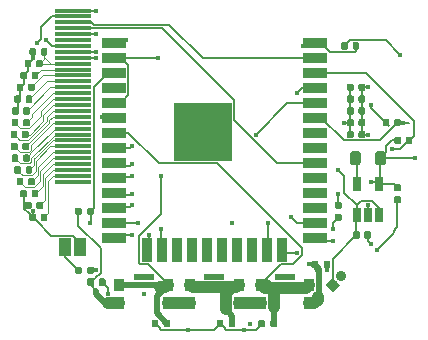
<source format=gbr>
%TF.GenerationSoftware,KiCad,Pcbnew,(6.0.0-rc1-dev-1546-g786ee0e)*%
%TF.CreationDate,2021-05-18T14:47:40-07:00*%
%TF.ProjectId,MainBoard,4d61696e-426f-4617-9264-2e6b69636164,rev?*%
%TF.SameCoordinates,Original*%
%TF.FileFunction,Copper,L1,Top*%
%TF.FilePolarity,Positive*%
%FSLAX46Y46*%
G04 Gerber Fmt 4.6, Leading zero omitted, Abs format (unit mm)*
G04 Created by KiCad (PCBNEW (6.0.0-rc1-dev-1546-g786ee0e)) date Tue 18 May 2021 02:47:40 PM PDT*
%MOMM*%
%LPD*%
G04 APERTURE LIST*
%TA.AperFunction,SMDPad,CuDef*%
%ADD10R,2.000000X0.900000*%
%TD*%
%TA.AperFunction,SMDPad,CuDef*%
%ADD11R,0.900000X2.000000*%
%TD*%
%TA.AperFunction,SMDPad,CuDef*%
%ADD12R,5.000000X5.000000*%
%TD*%
%TA.AperFunction,Conductor*%
%ADD13C,0.100000*%
%TD*%
%TA.AperFunction,SMDPad,CuDef*%
%ADD14C,0.590000*%
%TD*%
%TA.AperFunction,SMDPad,CuDef*%
%ADD15C,0.560000*%
%TD*%
%TA.AperFunction,SMDPad,CuDef*%
%ADD16R,3.150000X0.350000*%
%TD*%
%TA.AperFunction,SMDPad,CuDef*%
%ADD17R,1.700000X0.550000*%
%TD*%
%TA.AperFunction,SMDPad,CuDef*%
%ADD18R,0.900000X1.000000*%
%TD*%
%TA.AperFunction,SMDPad,CuDef*%
%ADD19C,0.540000*%
%TD*%
%TA.AperFunction,SMDPad,CuDef*%
%ADD20R,0.650000X1.220000*%
%TD*%
%TA.AperFunction,SMDPad,CuDef*%
%ADD21R,1.000000X1.500000*%
%TD*%
%TA.AperFunction,ComponentPad*%
%ADD22C,0.850000*%
%TD*%
%TA.AperFunction,Conductor*%
%ADD23C,0.850000*%
%TD*%
%TA.AperFunction,SMDPad,CuDef*%
%ADD24C,0.875000*%
%TD*%
%TA.AperFunction,ViaPad*%
%ADD25C,0.400000*%
%TD*%
%TA.AperFunction,Conductor*%
%ADD26C,0.200000*%
%TD*%
%TA.AperFunction,Conductor*%
%ADD27C,0.500000*%
%TD*%
%TA.AperFunction,Conductor*%
%ADD28C,1.000000*%
%TD*%
G04 APERTURE END LIST*
D10*
%TO.P,U1,38*%
%TO.N,GND*%
X142000000Y-30745000D03*
%TO.P,U1,37*%
%TO.N,SPI1-MOSI*%
X142000000Y-32015000D03*
%TO.P,U1,36*%
%TO.N,SCL*%
X142000000Y-33285000D03*
%TO.P,U1,35*%
%TO.N,Net-(TP8-Pad1)*%
X142000000Y-34555000D03*
%TO.P,U1,34*%
%TO.N,Net-(TP9-Pad1)*%
X142000000Y-35825000D03*
%TO.P,U1,33*%
%TO.N,SDA*%
X142000000Y-37095000D03*
%TO.P,U1,32*%
%TO.N,Net-(U1-Pad32)*%
X142000000Y-38365000D03*
%TO.P,U1,31*%
%TO.N,SPI1-MISO*%
X142000000Y-39635000D03*
%TO.P,U1,30*%
%TO.N,SPI1-SCK*%
X142000000Y-40905000D03*
%TO.P,U1,29*%
%TO.N,Net-(U1-Pad29)*%
X142000000Y-42175000D03*
%TO.P,U1,28*%
%TO.N,Net-(U1-Pad28)*%
X142000000Y-43445000D03*
%TO.P,U1,27*%
%TO.N,Net-(U1-Pad27)*%
X142000000Y-44715000D03*
%TO.P,U1,26*%
%TO.N,Net-(R5-Pad1)*%
X142000000Y-45985000D03*
%TO.P,U1,25*%
%TO.N,Net-(R7-Pad1)*%
X142000000Y-47255000D03*
D11*
%TO.P,U1,24*%
%TO.N,Net-(R8-Pad2)*%
X139215000Y-48255000D03*
%TO.P,U1,23*%
%TO.N,Net-(TP6-Pad1)*%
X137945000Y-48255000D03*
%TO.P,U1,22*%
%TO.N,Net-(U1-Pad22)*%
X136675000Y-48255000D03*
%TO.P,U1,21*%
%TO.N,Net-(U1-Pad21)*%
X135405000Y-48255000D03*
%TO.P,U1,20*%
%TO.N,Net-(U1-Pad20)*%
X134135000Y-48255000D03*
%TO.P,U1,19*%
%TO.N,Net-(U1-Pad19)*%
X132865000Y-48255000D03*
%TO.P,U1,18*%
%TO.N,Net-(U1-Pad18)*%
X131595000Y-48255000D03*
%TO.P,U1,17*%
%TO.N,Net-(U1-Pad17)*%
X130325000Y-48255000D03*
%TO.P,U1,16*%
%TO.N,Net-(TP5-Pad1)*%
X129055000Y-48255000D03*
%TO.P,U1,15*%
%TO.N,GND*%
X127785000Y-48255000D03*
D10*
%TO.P,U1,14*%
%TO.N,Net-(TP2-Pad1)*%
X125000000Y-47255000D03*
%TO.P,U1,13*%
%TO.N,Net-(TP3-Pad1)*%
X125000000Y-45985000D03*
%TO.P,U1,12*%
%TO.N,Net-(J3-Pad7)*%
X125000000Y-44715000D03*
%TO.P,U1,11*%
%TO.N,Net-(J3-Pad6)*%
X125000000Y-43445000D03*
%TO.P,U1,10*%
%TO.N,Net-(J3-Pad5)*%
X125000000Y-42175000D03*
%TO.P,U1,9*%
%TO.N,Net-(J3-Pad9)*%
X125000000Y-40905000D03*
%TO.P,U1,8*%
%TO.N,Net-(J3-Pad8)*%
X125000000Y-39635000D03*
%TO.P,U1,7*%
%TO.N,Net-(R3-Pad1)*%
X125000000Y-38365000D03*
%TO.P,U1,6*%
%TO.N,Net-(R4-Pad1)*%
X125000000Y-37095000D03*
%TO.P,U1,5*%
%TO.N,+3V3*%
X125000000Y-35825000D03*
%TO.P,U1,4*%
%TO.N,Net-(BZ1-Pad2)*%
X125000000Y-34555000D03*
%TO.P,U1,3*%
%TO.N,Net-(R2-Pad1)*%
X125000000Y-33285000D03*
%TO.P,U1,2*%
%TO.N,+3V3*%
X125000000Y-32015000D03*
%TO.P,U1,1*%
%TO.N,GND*%
X125000000Y-30745000D03*
D12*
%TO.P,U1,39*%
X132500000Y-38245000D03*
%TD*%
D13*
%TO.N,GND*%
%TO.C,D1*%
G36*
X116796958Y-36180710D02*
G01*
X116811276Y-36182834D01*
X116825317Y-36186351D01*
X116838946Y-36191228D01*
X116852031Y-36197417D01*
X116864447Y-36204858D01*
X116876073Y-36213481D01*
X116886798Y-36223202D01*
X116896519Y-36233927D01*
X116905142Y-36245553D01*
X116912583Y-36257969D01*
X116918772Y-36271054D01*
X116923649Y-36284683D01*
X116927166Y-36298724D01*
X116929290Y-36313042D01*
X116930000Y-36327500D01*
X116930000Y-36672500D01*
X116929290Y-36686958D01*
X116927166Y-36701276D01*
X116923649Y-36715317D01*
X116918772Y-36728946D01*
X116912583Y-36742031D01*
X116905142Y-36754447D01*
X116896519Y-36766073D01*
X116886798Y-36776798D01*
X116876073Y-36786519D01*
X116864447Y-36795142D01*
X116852031Y-36802583D01*
X116838946Y-36808772D01*
X116825317Y-36813649D01*
X116811276Y-36817166D01*
X116796958Y-36819290D01*
X116782500Y-36820000D01*
X116487500Y-36820000D01*
X116473042Y-36819290D01*
X116458724Y-36817166D01*
X116444683Y-36813649D01*
X116431054Y-36808772D01*
X116417969Y-36802583D01*
X116405553Y-36795142D01*
X116393927Y-36786519D01*
X116383202Y-36776798D01*
X116373481Y-36766073D01*
X116364858Y-36754447D01*
X116357417Y-36742031D01*
X116351228Y-36728946D01*
X116346351Y-36715317D01*
X116342834Y-36701276D01*
X116340710Y-36686958D01*
X116340000Y-36672500D01*
X116340000Y-36327500D01*
X116340710Y-36313042D01*
X116342834Y-36298724D01*
X116346351Y-36284683D01*
X116351228Y-36271054D01*
X116357417Y-36257969D01*
X116364858Y-36245553D01*
X116373481Y-36233927D01*
X116383202Y-36223202D01*
X116393927Y-36213481D01*
X116405553Y-36204858D01*
X116417969Y-36197417D01*
X116431054Y-36191228D01*
X116444683Y-36186351D01*
X116458724Y-36182834D01*
X116473042Y-36180710D01*
X116487500Y-36180000D01*
X116782500Y-36180000D01*
X116796958Y-36180710D01*
X116796958Y-36180710D01*
G37*
D14*
%TD*%
%TO.P,D1,2*%
%TO.N,GND*%
X116635000Y-36500000D03*
D13*
%TO.N,Net-(D1-Pad1)*%
%TO.C,D1*%
G36*
X117766958Y-36180710D02*
G01*
X117781276Y-36182834D01*
X117795317Y-36186351D01*
X117808946Y-36191228D01*
X117822031Y-36197417D01*
X117834447Y-36204858D01*
X117846073Y-36213481D01*
X117856798Y-36223202D01*
X117866519Y-36233927D01*
X117875142Y-36245553D01*
X117882583Y-36257969D01*
X117888772Y-36271054D01*
X117893649Y-36284683D01*
X117897166Y-36298724D01*
X117899290Y-36313042D01*
X117900000Y-36327500D01*
X117900000Y-36672500D01*
X117899290Y-36686958D01*
X117897166Y-36701276D01*
X117893649Y-36715317D01*
X117888772Y-36728946D01*
X117882583Y-36742031D01*
X117875142Y-36754447D01*
X117866519Y-36766073D01*
X117856798Y-36776798D01*
X117846073Y-36786519D01*
X117834447Y-36795142D01*
X117822031Y-36802583D01*
X117808946Y-36808772D01*
X117795317Y-36813649D01*
X117781276Y-36817166D01*
X117766958Y-36819290D01*
X117752500Y-36820000D01*
X117457500Y-36820000D01*
X117443042Y-36819290D01*
X117428724Y-36817166D01*
X117414683Y-36813649D01*
X117401054Y-36808772D01*
X117387969Y-36802583D01*
X117375553Y-36795142D01*
X117363927Y-36786519D01*
X117353202Y-36776798D01*
X117343481Y-36766073D01*
X117334858Y-36754447D01*
X117327417Y-36742031D01*
X117321228Y-36728946D01*
X117316351Y-36715317D01*
X117312834Y-36701276D01*
X117310710Y-36686958D01*
X117310000Y-36672500D01*
X117310000Y-36327500D01*
X117310710Y-36313042D01*
X117312834Y-36298724D01*
X117316351Y-36284683D01*
X117321228Y-36271054D01*
X117327417Y-36257969D01*
X117334858Y-36245553D01*
X117343481Y-36233927D01*
X117353202Y-36223202D01*
X117363927Y-36213481D01*
X117375553Y-36204858D01*
X117387969Y-36197417D01*
X117401054Y-36191228D01*
X117414683Y-36186351D01*
X117428724Y-36182834D01*
X117443042Y-36180710D01*
X117457500Y-36180000D01*
X117752500Y-36180000D01*
X117766958Y-36180710D01*
X117766958Y-36180710D01*
G37*
D14*
%TD*%
%TO.P,D1,1*%
%TO.N,Net-(D1-Pad1)*%
X117605000Y-36500000D03*
D13*
%TO.N,Net-(C20-Pad2)*%
%TO.C,C20*%
G36*
X117193722Y-42190674D02*
G01*
X117207313Y-42192690D01*
X117220640Y-42196028D01*
X117233576Y-42200657D01*
X117245996Y-42206531D01*
X117257780Y-42213594D01*
X117268815Y-42221779D01*
X117278995Y-42231005D01*
X117288221Y-42241185D01*
X117296406Y-42252220D01*
X117303469Y-42264004D01*
X117309343Y-42276424D01*
X117313972Y-42289360D01*
X117317310Y-42302687D01*
X117319326Y-42316278D01*
X117320000Y-42330000D01*
X117320000Y-42670000D01*
X117319326Y-42683722D01*
X117317310Y-42697313D01*
X117313972Y-42710640D01*
X117309343Y-42723576D01*
X117303469Y-42735996D01*
X117296406Y-42747780D01*
X117288221Y-42758815D01*
X117278995Y-42768995D01*
X117268815Y-42778221D01*
X117257780Y-42786406D01*
X117245996Y-42793469D01*
X117233576Y-42799343D01*
X117220640Y-42803972D01*
X117207313Y-42807310D01*
X117193722Y-42809326D01*
X117180000Y-42810000D01*
X116900000Y-42810000D01*
X116886278Y-42809326D01*
X116872687Y-42807310D01*
X116859360Y-42803972D01*
X116846424Y-42799343D01*
X116834004Y-42793469D01*
X116822220Y-42786406D01*
X116811185Y-42778221D01*
X116801005Y-42768995D01*
X116791779Y-42758815D01*
X116783594Y-42747780D01*
X116776531Y-42735996D01*
X116770657Y-42723576D01*
X116766028Y-42710640D01*
X116762690Y-42697313D01*
X116760674Y-42683722D01*
X116760000Y-42670000D01*
X116760000Y-42330000D01*
X116760674Y-42316278D01*
X116762690Y-42302687D01*
X116766028Y-42289360D01*
X116770657Y-42276424D01*
X116776531Y-42264004D01*
X116783594Y-42252220D01*
X116791779Y-42241185D01*
X116801005Y-42231005D01*
X116811185Y-42221779D01*
X116822220Y-42213594D01*
X116834004Y-42206531D01*
X116846424Y-42200657D01*
X116859360Y-42196028D01*
X116872687Y-42192690D01*
X116886278Y-42190674D01*
X116900000Y-42190000D01*
X117180000Y-42190000D01*
X117193722Y-42190674D01*
X117193722Y-42190674D01*
G37*
D15*
%TD*%
%TO.P,C20,2*%
%TO.N,Net-(C20-Pad2)*%
X117040000Y-42500000D03*
D13*
%TO.N,Net-(C20-Pad1)*%
%TO.C,C20*%
G36*
X118153722Y-42190674D02*
G01*
X118167313Y-42192690D01*
X118180640Y-42196028D01*
X118193576Y-42200657D01*
X118205996Y-42206531D01*
X118217780Y-42213594D01*
X118228815Y-42221779D01*
X118238995Y-42231005D01*
X118248221Y-42241185D01*
X118256406Y-42252220D01*
X118263469Y-42264004D01*
X118269343Y-42276424D01*
X118273972Y-42289360D01*
X118277310Y-42302687D01*
X118279326Y-42316278D01*
X118280000Y-42330000D01*
X118280000Y-42670000D01*
X118279326Y-42683722D01*
X118277310Y-42697313D01*
X118273972Y-42710640D01*
X118269343Y-42723576D01*
X118263469Y-42735996D01*
X118256406Y-42747780D01*
X118248221Y-42758815D01*
X118238995Y-42768995D01*
X118228815Y-42778221D01*
X118217780Y-42786406D01*
X118205996Y-42793469D01*
X118193576Y-42799343D01*
X118180640Y-42803972D01*
X118167313Y-42807310D01*
X118153722Y-42809326D01*
X118140000Y-42810000D01*
X117860000Y-42810000D01*
X117846278Y-42809326D01*
X117832687Y-42807310D01*
X117819360Y-42803972D01*
X117806424Y-42799343D01*
X117794004Y-42793469D01*
X117782220Y-42786406D01*
X117771185Y-42778221D01*
X117761005Y-42768995D01*
X117751779Y-42758815D01*
X117743594Y-42747780D01*
X117736531Y-42735996D01*
X117730657Y-42723576D01*
X117726028Y-42710640D01*
X117722690Y-42697313D01*
X117720674Y-42683722D01*
X117720000Y-42670000D01*
X117720000Y-42330000D01*
X117720674Y-42316278D01*
X117722690Y-42302687D01*
X117726028Y-42289360D01*
X117730657Y-42276424D01*
X117736531Y-42264004D01*
X117743594Y-42252220D01*
X117751779Y-42241185D01*
X117761005Y-42231005D01*
X117771185Y-42221779D01*
X117782220Y-42213594D01*
X117794004Y-42206531D01*
X117806424Y-42200657D01*
X117819360Y-42196028D01*
X117832687Y-42192690D01*
X117846278Y-42190674D01*
X117860000Y-42190000D01*
X118140000Y-42190000D01*
X118153722Y-42190674D01*
X118153722Y-42190674D01*
G37*
D15*
%TD*%
%TO.P,C20,1*%
%TO.N,Net-(C20-Pad1)*%
X118000000Y-42500000D03*
D13*
%TO.N,Net-(C19-Pad2)*%
%TO.C,C19*%
G36*
X116993722Y-41190674D02*
G01*
X117007313Y-41192690D01*
X117020640Y-41196028D01*
X117033576Y-41200657D01*
X117045996Y-41206531D01*
X117057780Y-41213594D01*
X117068815Y-41221779D01*
X117078995Y-41231005D01*
X117088221Y-41241185D01*
X117096406Y-41252220D01*
X117103469Y-41264004D01*
X117109343Y-41276424D01*
X117113972Y-41289360D01*
X117117310Y-41302687D01*
X117119326Y-41316278D01*
X117120000Y-41330000D01*
X117120000Y-41670000D01*
X117119326Y-41683722D01*
X117117310Y-41697313D01*
X117113972Y-41710640D01*
X117109343Y-41723576D01*
X117103469Y-41735996D01*
X117096406Y-41747780D01*
X117088221Y-41758815D01*
X117078995Y-41768995D01*
X117068815Y-41778221D01*
X117057780Y-41786406D01*
X117045996Y-41793469D01*
X117033576Y-41799343D01*
X117020640Y-41803972D01*
X117007313Y-41807310D01*
X116993722Y-41809326D01*
X116980000Y-41810000D01*
X116700000Y-41810000D01*
X116686278Y-41809326D01*
X116672687Y-41807310D01*
X116659360Y-41803972D01*
X116646424Y-41799343D01*
X116634004Y-41793469D01*
X116622220Y-41786406D01*
X116611185Y-41778221D01*
X116601005Y-41768995D01*
X116591779Y-41758815D01*
X116583594Y-41747780D01*
X116576531Y-41735996D01*
X116570657Y-41723576D01*
X116566028Y-41710640D01*
X116562690Y-41697313D01*
X116560674Y-41683722D01*
X116560000Y-41670000D01*
X116560000Y-41330000D01*
X116560674Y-41316278D01*
X116562690Y-41302687D01*
X116566028Y-41289360D01*
X116570657Y-41276424D01*
X116576531Y-41264004D01*
X116583594Y-41252220D01*
X116591779Y-41241185D01*
X116601005Y-41231005D01*
X116611185Y-41221779D01*
X116622220Y-41213594D01*
X116634004Y-41206531D01*
X116646424Y-41200657D01*
X116659360Y-41196028D01*
X116672687Y-41192690D01*
X116686278Y-41190674D01*
X116700000Y-41190000D01*
X116980000Y-41190000D01*
X116993722Y-41190674D01*
X116993722Y-41190674D01*
G37*
D15*
%TD*%
%TO.P,C19,2*%
%TO.N,Net-(C19-Pad2)*%
X116840000Y-41500000D03*
D13*
%TO.N,Net-(C19-Pad1)*%
%TO.C,C19*%
G36*
X117953722Y-41190674D02*
G01*
X117967313Y-41192690D01*
X117980640Y-41196028D01*
X117993576Y-41200657D01*
X118005996Y-41206531D01*
X118017780Y-41213594D01*
X118028815Y-41221779D01*
X118038995Y-41231005D01*
X118048221Y-41241185D01*
X118056406Y-41252220D01*
X118063469Y-41264004D01*
X118069343Y-41276424D01*
X118073972Y-41289360D01*
X118077310Y-41302687D01*
X118079326Y-41316278D01*
X118080000Y-41330000D01*
X118080000Y-41670000D01*
X118079326Y-41683722D01*
X118077310Y-41697313D01*
X118073972Y-41710640D01*
X118069343Y-41723576D01*
X118063469Y-41735996D01*
X118056406Y-41747780D01*
X118048221Y-41758815D01*
X118038995Y-41768995D01*
X118028815Y-41778221D01*
X118017780Y-41786406D01*
X118005996Y-41793469D01*
X117993576Y-41799343D01*
X117980640Y-41803972D01*
X117967313Y-41807310D01*
X117953722Y-41809326D01*
X117940000Y-41810000D01*
X117660000Y-41810000D01*
X117646278Y-41809326D01*
X117632687Y-41807310D01*
X117619360Y-41803972D01*
X117606424Y-41799343D01*
X117594004Y-41793469D01*
X117582220Y-41786406D01*
X117571185Y-41778221D01*
X117561005Y-41768995D01*
X117551779Y-41758815D01*
X117543594Y-41747780D01*
X117536531Y-41735996D01*
X117530657Y-41723576D01*
X117526028Y-41710640D01*
X117522690Y-41697313D01*
X117520674Y-41683722D01*
X117520000Y-41670000D01*
X117520000Y-41330000D01*
X117520674Y-41316278D01*
X117522690Y-41302687D01*
X117526028Y-41289360D01*
X117530657Y-41276424D01*
X117536531Y-41264004D01*
X117543594Y-41252220D01*
X117551779Y-41241185D01*
X117561005Y-41231005D01*
X117571185Y-41221779D01*
X117582220Y-41213594D01*
X117594004Y-41206531D01*
X117606424Y-41200657D01*
X117619360Y-41196028D01*
X117632687Y-41192690D01*
X117646278Y-41190674D01*
X117660000Y-41190000D01*
X117940000Y-41190000D01*
X117953722Y-41190674D01*
X117953722Y-41190674D01*
G37*
D15*
%TD*%
%TO.P,C19,1*%
%TO.N,Net-(C19-Pad1)*%
X117800000Y-41500000D03*
D13*
%TO.N,Net-(C18-Pad2)*%
%TO.C,C18*%
G36*
X116773722Y-40190674D02*
G01*
X116787313Y-40192690D01*
X116800640Y-40196028D01*
X116813576Y-40200657D01*
X116825996Y-40206531D01*
X116837780Y-40213594D01*
X116848815Y-40221779D01*
X116858995Y-40231005D01*
X116868221Y-40241185D01*
X116876406Y-40252220D01*
X116883469Y-40264004D01*
X116889343Y-40276424D01*
X116893972Y-40289360D01*
X116897310Y-40302687D01*
X116899326Y-40316278D01*
X116900000Y-40330000D01*
X116900000Y-40670000D01*
X116899326Y-40683722D01*
X116897310Y-40697313D01*
X116893972Y-40710640D01*
X116889343Y-40723576D01*
X116883469Y-40735996D01*
X116876406Y-40747780D01*
X116868221Y-40758815D01*
X116858995Y-40768995D01*
X116848815Y-40778221D01*
X116837780Y-40786406D01*
X116825996Y-40793469D01*
X116813576Y-40799343D01*
X116800640Y-40803972D01*
X116787313Y-40807310D01*
X116773722Y-40809326D01*
X116760000Y-40810000D01*
X116480000Y-40810000D01*
X116466278Y-40809326D01*
X116452687Y-40807310D01*
X116439360Y-40803972D01*
X116426424Y-40799343D01*
X116414004Y-40793469D01*
X116402220Y-40786406D01*
X116391185Y-40778221D01*
X116381005Y-40768995D01*
X116371779Y-40758815D01*
X116363594Y-40747780D01*
X116356531Y-40735996D01*
X116350657Y-40723576D01*
X116346028Y-40710640D01*
X116342690Y-40697313D01*
X116340674Y-40683722D01*
X116340000Y-40670000D01*
X116340000Y-40330000D01*
X116340674Y-40316278D01*
X116342690Y-40302687D01*
X116346028Y-40289360D01*
X116350657Y-40276424D01*
X116356531Y-40264004D01*
X116363594Y-40252220D01*
X116371779Y-40241185D01*
X116381005Y-40231005D01*
X116391185Y-40221779D01*
X116402220Y-40213594D01*
X116414004Y-40206531D01*
X116426424Y-40200657D01*
X116439360Y-40196028D01*
X116452687Y-40192690D01*
X116466278Y-40190674D01*
X116480000Y-40190000D01*
X116760000Y-40190000D01*
X116773722Y-40190674D01*
X116773722Y-40190674D01*
G37*
D15*
%TD*%
%TO.P,C18,2*%
%TO.N,Net-(C18-Pad2)*%
X116620000Y-40500000D03*
D13*
%TO.N,Net-(C18-Pad1)*%
%TO.C,C18*%
G36*
X117733722Y-40190674D02*
G01*
X117747313Y-40192690D01*
X117760640Y-40196028D01*
X117773576Y-40200657D01*
X117785996Y-40206531D01*
X117797780Y-40213594D01*
X117808815Y-40221779D01*
X117818995Y-40231005D01*
X117828221Y-40241185D01*
X117836406Y-40252220D01*
X117843469Y-40264004D01*
X117849343Y-40276424D01*
X117853972Y-40289360D01*
X117857310Y-40302687D01*
X117859326Y-40316278D01*
X117860000Y-40330000D01*
X117860000Y-40670000D01*
X117859326Y-40683722D01*
X117857310Y-40697313D01*
X117853972Y-40710640D01*
X117849343Y-40723576D01*
X117843469Y-40735996D01*
X117836406Y-40747780D01*
X117828221Y-40758815D01*
X117818995Y-40768995D01*
X117808815Y-40778221D01*
X117797780Y-40786406D01*
X117785996Y-40793469D01*
X117773576Y-40799343D01*
X117760640Y-40803972D01*
X117747313Y-40807310D01*
X117733722Y-40809326D01*
X117720000Y-40810000D01*
X117440000Y-40810000D01*
X117426278Y-40809326D01*
X117412687Y-40807310D01*
X117399360Y-40803972D01*
X117386424Y-40799343D01*
X117374004Y-40793469D01*
X117362220Y-40786406D01*
X117351185Y-40778221D01*
X117341005Y-40768995D01*
X117331779Y-40758815D01*
X117323594Y-40747780D01*
X117316531Y-40735996D01*
X117310657Y-40723576D01*
X117306028Y-40710640D01*
X117302690Y-40697313D01*
X117300674Y-40683722D01*
X117300000Y-40670000D01*
X117300000Y-40330000D01*
X117300674Y-40316278D01*
X117302690Y-40302687D01*
X117306028Y-40289360D01*
X117310657Y-40276424D01*
X117316531Y-40264004D01*
X117323594Y-40252220D01*
X117331779Y-40241185D01*
X117341005Y-40231005D01*
X117351185Y-40221779D01*
X117362220Y-40213594D01*
X117374004Y-40206531D01*
X117386424Y-40200657D01*
X117399360Y-40196028D01*
X117412687Y-40192690D01*
X117426278Y-40190674D01*
X117440000Y-40190000D01*
X117720000Y-40190000D01*
X117733722Y-40190674D01*
X117733722Y-40190674D01*
G37*
D15*
%TD*%
%TO.P,C18,1*%
%TO.N,Net-(C18-Pad1)*%
X117580000Y-40500000D03*
D13*
%TO.N,Net-(C17-Pad2)*%
%TO.C,C17*%
G36*
X116713722Y-39190674D02*
G01*
X116727313Y-39192690D01*
X116740640Y-39196028D01*
X116753576Y-39200657D01*
X116765996Y-39206531D01*
X116777780Y-39213594D01*
X116788815Y-39221779D01*
X116798995Y-39231005D01*
X116808221Y-39241185D01*
X116816406Y-39252220D01*
X116823469Y-39264004D01*
X116829343Y-39276424D01*
X116833972Y-39289360D01*
X116837310Y-39302687D01*
X116839326Y-39316278D01*
X116840000Y-39330000D01*
X116840000Y-39670000D01*
X116839326Y-39683722D01*
X116837310Y-39697313D01*
X116833972Y-39710640D01*
X116829343Y-39723576D01*
X116823469Y-39735996D01*
X116816406Y-39747780D01*
X116808221Y-39758815D01*
X116798995Y-39768995D01*
X116788815Y-39778221D01*
X116777780Y-39786406D01*
X116765996Y-39793469D01*
X116753576Y-39799343D01*
X116740640Y-39803972D01*
X116727313Y-39807310D01*
X116713722Y-39809326D01*
X116700000Y-39810000D01*
X116420000Y-39810000D01*
X116406278Y-39809326D01*
X116392687Y-39807310D01*
X116379360Y-39803972D01*
X116366424Y-39799343D01*
X116354004Y-39793469D01*
X116342220Y-39786406D01*
X116331185Y-39778221D01*
X116321005Y-39768995D01*
X116311779Y-39758815D01*
X116303594Y-39747780D01*
X116296531Y-39735996D01*
X116290657Y-39723576D01*
X116286028Y-39710640D01*
X116282690Y-39697313D01*
X116280674Y-39683722D01*
X116280000Y-39670000D01*
X116280000Y-39330000D01*
X116280674Y-39316278D01*
X116282690Y-39302687D01*
X116286028Y-39289360D01*
X116290657Y-39276424D01*
X116296531Y-39264004D01*
X116303594Y-39252220D01*
X116311779Y-39241185D01*
X116321005Y-39231005D01*
X116331185Y-39221779D01*
X116342220Y-39213594D01*
X116354004Y-39206531D01*
X116366424Y-39200657D01*
X116379360Y-39196028D01*
X116392687Y-39192690D01*
X116406278Y-39190674D01*
X116420000Y-39190000D01*
X116700000Y-39190000D01*
X116713722Y-39190674D01*
X116713722Y-39190674D01*
G37*
D15*
%TD*%
%TO.P,C17,2*%
%TO.N,Net-(C17-Pad2)*%
X116560000Y-39500000D03*
D13*
%TO.N,Net-(C17-Pad1)*%
%TO.C,C17*%
G36*
X117673722Y-39190674D02*
G01*
X117687313Y-39192690D01*
X117700640Y-39196028D01*
X117713576Y-39200657D01*
X117725996Y-39206531D01*
X117737780Y-39213594D01*
X117748815Y-39221779D01*
X117758995Y-39231005D01*
X117768221Y-39241185D01*
X117776406Y-39252220D01*
X117783469Y-39264004D01*
X117789343Y-39276424D01*
X117793972Y-39289360D01*
X117797310Y-39302687D01*
X117799326Y-39316278D01*
X117800000Y-39330000D01*
X117800000Y-39670000D01*
X117799326Y-39683722D01*
X117797310Y-39697313D01*
X117793972Y-39710640D01*
X117789343Y-39723576D01*
X117783469Y-39735996D01*
X117776406Y-39747780D01*
X117768221Y-39758815D01*
X117758995Y-39768995D01*
X117748815Y-39778221D01*
X117737780Y-39786406D01*
X117725996Y-39793469D01*
X117713576Y-39799343D01*
X117700640Y-39803972D01*
X117687313Y-39807310D01*
X117673722Y-39809326D01*
X117660000Y-39810000D01*
X117380000Y-39810000D01*
X117366278Y-39809326D01*
X117352687Y-39807310D01*
X117339360Y-39803972D01*
X117326424Y-39799343D01*
X117314004Y-39793469D01*
X117302220Y-39786406D01*
X117291185Y-39778221D01*
X117281005Y-39768995D01*
X117271779Y-39758815D01*
X117263594Y-39747780D01*
X117256531Y-39735996D01*
X117250657Y-39723576D01*
X117246028Y-39710640D01*
X117242690Y-39697313D01*
X117240674Y-39683722D01*
X117240000Y-39670000D01*
X117240000Y-39330000D01*
X117240674Y-39316278D01*
X117242690Y-39302687D01*
X117246028Y-39289360D01*
X117250657Y-39276424D01*
X117256531Y-39264004D01*
X117263594Y-39252220D01*
X117271779Y-39241185D01*
X117281005Y-39231005D01*
X117291185Y-39221779D01*
X117302220Y-39213594D01*
X117314004Y-39206531D01*
X117326424Y-39200657D01*
X117339360Y-39196028D01*
X117352687Y-39192690D01*
X117366278Y-39190674D01*
X117380000Y-39190000D01*
X117660000Y-39190000D01*
X117673722Y-39190674D01*
X117673722Y-39190674D01*
G37*
D15*
%TD*%
%TO.P,C17,1*%
%TO.N,Net-(C17-Pad1)*%
X117520000Y-39500000D03*
D13*
%TO.N,Net-(C16-Pad2)*%
%TO.C,C16*%
G36*
X116693722Y-38190674D02*
G01*
X116707313Y-38192690D01*
X116720640Y-38196028D01*
X116733576Y-38200657D01*
X116745996Y-38206531D01*
X116757780Y-38213594D01*
X116768815Y-38221779D01*
X116778995Y-38231005D01*
X116788221Y-38241185D01*
X116796406Y-38252220D01*
X116803469Y-38264004D01*
X116809343Y-38276424D01*
X116813972Y-38289360D01*
X116817310Y-38302687D01*
X116819326Y-38316278D01*
X116820000Y-38330000D01*
X116820000Y-38670000D01*
X116819326Y-38683722D01*
X116817310Y-38697313D01*
X116813972Y-38710640D01*
X116809343Y-38723576D01*
X116803469Y-38735996D01*
X116796406Y-38747780D01*
X116788221Y-38758815D01*
X116778995Y-38768995D01*
X116768815Y-38778221D01*
X116757780Y-38786406D01*
X116745996Y-38793469D01*
X116733576Y-38799343D01*
X116720640Y-38803972D01*
X116707313Y-38807310D01*
X116693722Y-38809326D01*
X116680000Y-38810000D01*
X116400000Y-38810000D01*
X116386278Y-38809326D01*
X116372687Y-38807310D01*
X116359360Y-38803972D01*
X116346424Y-38799343D01*
X116334004Y-38793469D01*
X116322220Y-38786406D01*
X116311185Y-38778221D01*
X116301005Y-38768995D01*
X116291779Y-38758815D01*
X116283594Y-38747780D01*
X116276531Y-38735996D01*
X116270657Y-38723576D01*
X116266028Y-38710640D01*
X116262690Y-38697313D01*
X116260674Y-38683722D01*
X116260000Y-38670000D01*
X116260000Y-38330000D01*
X116260674Y-38316278D01*
X116262690Y-38302687D01*
X116266028Y-38289360D01*
X116270657Y-38276424D01*
X116276531Y-38264004D01*
X116283594Y-38252220D01*
X116291779Y-38241185D01*
X116301005Y-38231005D01*
X116311185Y-38221779D01*
X116322220Y-38213594D01*
X116334004Y-38206531D01*
X116346424Y-38200657D01*
X116359360Y-38196028D01*
X116372687Y-38192690D01*
X116386278Y-38190674D01*
X116400000Y-38190000D01*
X116680000Y-38190000D01*
X116693722Y-38190674D01*
X116693722Y-38190674D01*
G37*
D15*
%TD*%
%TO.P,C16,2*%
%TO.N,Net-(C16-Pad2)*%
X116540000Y-38500000D03*
D13*
%TO.N,Net-(C16-Pad1)*%
%TO.C,C16*%
G36*
X117653722Y-38190674D02*
G01*
X117667313Y-38192690D01*
X117680640Y-38196028D01*
X117693576Y-38200657D01*
X117705996Y-38206531D01*
X117717780Y-38213594D01*
X117728815Y-38221779D01*
X117738995Y-38231005D01*
X117748221Y-38241185D01*
X117756406Y-38252220D01*
X117763469Y-38264004D01*
X117769343Y-38276424D01*
X117773972Y-38289360D01*
X117777310Y-38302687D01*
X117779326Y-38316278D01*
X117780000Y-38330000D01*
X117780000Y-38670000D01*
X117779326Y-38683722D01*
X117777310Y-38697313D01*
X117773972Y-38710640D01*
X117769343Y-38723576D01*
X117763469Y-38735996D01*
X117756406Y-38747780D01*
X117748221Y-38758815D01*
X117738995Y-38768995D01*
X117728815Y-38778221D01*
X117717780Y-38786406D01*
X117705996Y-38793469D01*
X117693576Y-38799343D01*
X117680640Y-38803972D01*
X117667313Y-38807310D01*
X117653722Y-38809326D01*
X117640000Y-38810000D01*
X117360000Y-38810000D01*
X117346278Y-38809326D01*
X117332687Y-38807310D01*
X117319360Y-38803972D01*
X117306424Y-38799343D01*
X117294004Y-38793469D01*
X117282220Y-38786406D01*
X117271185Y-38778221D01*
X117261005Y-38768995D01*
X117251779Y-38758815D01*
X117243594Y-38747780D01*
X117236531Y-38735996D01*
X117230657Y-38723576D01*
X117226028Y-38710640D01*
X117222690Y-38697313D01*
X117220674Y-38683722D01*
X117220000Y-38670000D01*
X117220000Y-38330000D01*
X117220674Y-38316278D01*
X117222690Y-38302687D01*
X117226028Y-38289360D01*
X117230657Y-38276424D01*
X117236531Y-38264004D01*
X117243594Y-38252220D01*
X117251779Y-38241185D01*
X117261005Y-38231005D01*
X117271185Y-38221779D01*
X117282220Y-38213594D01*
X117294004Y-38206531D01*
X117306424Y-38200657D01*
X117319360Y-38196028D01*
X117332687Y-38192690D01*
X117346278Y-38190674D01*
X117360000Y-38190000D01*
X117640000Y-38190000D01*
X117653722Y-38190674D01*
X117653722Y-38190674D01*
G37*
D15*
%TD*%
%TO.P,C16,1*%
%TO.N,Net-(C16-Pad1)*%
X117500000Y-38500000D03*
D13*
%TO.N,Net-(C15-Pad2)*%
%TO.C,C15*%
G36*
X116773722Y-37190674D02*
G01*
X116787313Y-37192690D01*
X116800640Y-37196028D01*
X116813576Y-37200657D01*
X116825996Y-37206531D01*
X116837780Y-37213594D01*
X116848815Y-37221779D01*
X116858995Y-37231005D01*
X116868221Y-37241185D01*
X116876406Y-37252220D01*
X116883469Y-37264004D01*
X116889343Y-37276424D01*
X116893972Y-37289360D01*
X116897310Y-37302687D01*
X116899326Y-37316278D01*
X116900000Y-37330000D01*
X116900000Y-37670000D01*
X116899326Y-37683722D01*
X116897310Y-37697313D01*
X116893972Y-37710640D01*
X116889343Y-37723576D01*
X116883469Y-37735996D01*
X116876406Y-37747780D01*
X116868221Y-37758815D01*
X116858995Y-37768995D01*
X116848815Y-37778221D01*
X116837780Y-37786406D01*
X116825996Y-37793469D01*
X116813576Y-37799343D01*
X116800640Y-37803972D01*
X116787313Y-37807310D01*
X116773722Y-37809326D01*
X116760000Y-37810000D01*
X116480000Y-37810000D01*
X116466278Y-37809326D01*
X116452687Y-37807310D01*
X116439360Y-37803972D01*
X116426424Y-37799343D01*
X116414004Y-37793469D01*
X116402220Y-37786406D01*
X116391185Y-37778221D01*
X116381005Y-37768995D01*
X116371779Y-37758815D01*
X116363594Y-37747780D01*
X116356531Y-37735996D01*
X116350657Y-37723576D01*
X116346028Y-37710640D01*
X116342690Y-37697313D01*
X116340674Y-37683722D01*
X116340000Y-37670000D01*
X116340000Y-37330000D01*
X116340674Y-37316278D01*
X116342690Y-37302687D01*
X116346028Y-37289360D01*
X116350657Y-37276424D01*
X116356531Y-37264004D01*
X116363594Y-37252220D01*
X116371779Y-37241185D01*
X116381005Y-37231005D01*
X116391185Y-37221779D01*
X116402220Y-37213594D01*
X116414004Y-37206531D01*
X116426424Y-37200657D01*
X116439360Y-37196028D01*
X116452687Y-37192690D01*
X116466278Y-37190674D01*
X116480000Y-37190000D01*
X116760000Y-37190000D01*
X116773722Y-37190674D01*
X116773722Y-37190674D01*
G37*
D15*
%TD*%
%TO.P,C15,2*%
%TO.N,Net-(C15-Pad2)*%
X116620000Y-37500000D03*
D13*
%TO.N,Net-(C15-Pad1)*%
%TO.C,C15*%
G36*
X117733722Y-37190674D02*
G01*
X117747313Y-37192690D01*
X117760640Y-37196028D01*
X117773576Y-37200657D01*
X117785996Y-37206531D01*
X117797780Y-37213594D01*
X117808815Y-37221779D01*
X117818995Y-37231005D01*
X117828221Y-37241185D01*
X117836406Y-37252220D01*
X117843469Y-37264004D01*
X117849343Y-37276424D01*
X117853972Y-37289360D01*
X117857310Y-37302687D01*
X117859326Y-37316278D01*
X117860000Y-37330000D01*
X117860000Y-37670000D01*
X117859326Y-37683722D01*
X117857310Y-37697313D01*
X117853972Y-37710640D01*
X117849343Y-37723576D01*
X117843469Y-37735996D01*
X117836406Y-37747780D01*
X117828221Y-37758815D01*
X117818995Y-37768995D01*
X117808815Y-37778221D01*
X117797780Y-37786406D01*
X117785996Y-37793469D01*
X117773576Y-37799343D01*
X117760640Y-37803972D01*
X117747313Y-37807310D01*
X117733722Y-37809326D01*
X117720000Y-37810000D01*
X117440000Y-37810000D01*
X117426278Y-37809326D01*
X117412687Y-37807310D01*
X117399360Y-37803972D01*
X117386424Y-37799343D01*
X117374004Y-37793469D01*
X117362220Y-37786406D01*
X117351185Y-37778221D01*
X117341005Y-37768995D01*
X117331779Y-37758815D01*
X117323594Y-37747780D01*
X117316531Y-37735996D01*
X117310657Y-37723576D01*
X117306028Y-37710640D01*
X117302690Y-37697313D01*
X117300674Y-37683722D01*
X117300000Y-37670000D01*
X117300000Y-37330000D01*
X117300674Y-37316278D01*
X117302690Y-37302687D01*
X117306028Y-37289360D01*
X117310657Y-37276424D01*
X117316531Y-37264004D01*
X117323594Y-37252220D01*
X117331779Y-37241185D01*
X117341005Y-37231005D01*
X117351185Y-37221779D01*
X117362220Y-37213594D01*
X117374004Y-37206531D01*
X117386424Y-37200657D01*
X117399360Y-37196028D01*
X117412687Y-37192690D01*
X117426278Y-37190674D01*
X117440000Y-37190000D01*
X117720000Y-37190000D01*
X117733722Y-37190674D01*
X117733722Y-37190674D01*
G37*
D15*
%TD*%
%TO.P,C15,1*%
%TO.N,Net-(C15-Pad1)*%
X117580000Y-37500000D03*
D13*
%TO.N,GND*%
%TO.C,C14*%
G36*
X117493722Y-43190674D02*
G01*
X117507313Y-43192690D01*
X117520640Y-43196028D01*
X117533576Y-43200657D01*
X117545996Y-43206531D01*
X117557780Y-43213594D01*
X117568815Y-43221779D01*
X117578995Y-43231005D01*
X117588221Y-43241185D01*
X117596406Y-43252220D01*
X117603469Y-43264004D01*
X117609343Y-43276424D01*
X117613972Y-43289360D01*
X117617310Y-43302687D01*
X117619326Y-43316278D01*
X117620000Y-43330000D01*
X117620000Y-43670000D01*
X117619326Y-43683722D01*
X117617310Y-43697313D01*
X117613972Y-43710640D01*
X117609343Y-43723576D01*
X117603469Y-43735996D01*
X117596406Y-43747780D01*
X117588221Y-43758815D01*
X117578995Y-43768995D01*
X117568815Y-43778221D01*
X117557780Y-43786406D01*
X117545996Y-43793469D01*
X117533576Y-43799343D01*
X117520640Y-43803972D01*
X117507313Y-43807310D01*
X117493722Y-43809326D01*
X117480000Y-43810000D01*
X117200000Y-43810000D01*
X117186278Y-43809326D01*
X117172687Y-43807310D01*
X117159360Y-43803972D01*
X117146424Y-43799343D01*
X117134004Y-43793469D01*
X117122220Y-43786406D01*
X117111185Y-43778221D01*
X117101005Y-43768995D01*
X117091779Y-43758815D01*
X117083594Y-43747780D01*
X117076531Y-43735996D01*
X117070657Y-43723576D01*
X117066028Y-43710640D01*
X117062690Y-43697313D01*
X117060674Y-43683722D01*
X117060000Y-43670000D01*
X117060000Y-43330000D01*
X117060674Y-43316278D01*
X117062690Y-43302687D01*
X117066028Y-43289360D01*
X117070657Y-43276424D01*
X117076531Y-43264004D01*
X117083594Y-43252220D01*
X117091779Y-43241185D01*
X117101005Y-43231005D01*
X117111185Y-43221779D01*
X117122220Y-43213594D01*
X117134004Y-43206531D01*
X117146424Y-43200657D01*
X117159360Y-43196028D01*
X117172687Y-43192690D01*
X117186278Y-43190674D01*
X117200000Y-43190000D01*
X117480000Y-43190000D01*
X117493722Y-43190674D01*
X117493722Y-43190674D01*
G37*
D15*
%TD*%
%TO.P,C14,2*%
%TO.N,GND*%
X117340000Y-43500000D03*
D13*
%TO.N,Net-(C14-Pad1)*%
%TO.C,C14*%
G36*
X118453722Y-43190674D02*
G01*
X118467313Y-43192690D01*
X118480640Y-43196028D01*
X118493576Y-43200657D01*
X118505996Y-43206531D01*
X118517780Y-43213594D01*
X118528815Y-43221779D01*
X118538995Y-43231005D01*
X118548221Y-43241185D01*
X118556406Y-43252220D01*
X118563469Y-43264004D01*
X118569343Y-43276424D01*
X118573972Y-43289360D01*
X118577310Y-43302687D01*
X118579326Y-43316278D01*
X118580000Y-43330000D01*
X118580000Y-43670000D01*
X118579326Y-43683722D01*
X118577310Y-43697313D01*
X118573972Y-43710640D01*
X118569343Y-43723576D01*
X118563469Y-43735996D01*
X118556406Y-43747780D01*
X118548221Y-43758815D01*
X118538995Y-43768995D01*
X118528815Y-43778221D01*
X118517780Y-43786406D01*
X118505996Y-43793469D01*
X118493576Y-43799343D01*
X118480640Y-43803972D01*
X118467313Y-43807310D01*
X118453722Y-43809326D01*
X118440000Y-43810000D01*
X118160000Y-43810000D01*
X118146278Y-43809326D01*
X118132687Y-43807310D01*
X118119360Y-43803972D01*
X118106424Y-43799343D01*
X118094004Y-43793469D01*
X118082220Y-43786406D01*
X118071185Y-43778221D01*
X118061005Y-43768995D01*
X118051779Y-43758815D01*
X118043594Y-43747780D01*
X118036531Y-43735996D01*
X118030657Y-43723576D01*
X118026028Y-43710640D01*
X118022690Y-43697313D01*
X118020674Y-43683722D01*
X118020000Y-43670000D01*
X118020000Y-43330000D01*
X118020674Y-43316278D01*
X118022690Y-43302687D01*
X118026028Y-43289360D01*
X118030657Y-43276424D01*
X118036531Y-43264004D01*
X118043594Y-43252220D01*
X118051779Y-43241185D01*
X118061005Y-43231005D01*
X118071185Y-43221779D01*
X118082220Y-43213594D01*
X118094004Y-43206531D01*
X118106424Y-43200657D01*
X118119360Y-43196028D01*
X118132687Y-43192690D01*
X118146278Y-43190674D01*
X118160000Y-43190000D01*
X118440000Y-43190000D01*
X118453722Y-43190674D01*
X118453722Y-43190674D01*
G37*
D15*
%TD*%
%TO.P,C14,1*%
%TO.N,Net-(C14-Pad1)*%
X118300000Y-43500000D03*
D13*
%TO.N,GND*%
%TO.C,C13*%
G36*
X116993722Y-35190674D02*
G01*
X117007313Y-35192690D01*
X117020640Y-35196028D01*
X117033576Y-35200657D01*
X117045996Y-35206531D01*
X117057780Y-35213594D01*
X117068815Y-35221779D01*
X117078995Y-35231005D01*
X117088221Y-35241185D01*
X117096406Y-35252220D01*
X117103469Y-35264004D01*
X117109343Y-35276424D01*
X117113972Y-35289360D01*
X117117310Y-35302687D01*
X117119326Y-35316278D01*
X117120000Y-35330000D01*
X117120000Y-35670000D01*
X117119326Y-35683722D01*
X117117310Y-35697313D01*
X117113972Y-35710640D01*
X117109343Y-35723576D01*
X117103469Y-35735996D01*
X117096406Y-35747780D01*
X117088221Y-35758815D01*
X117078995Y-35768995D01*
X117068815Y-35778221D01*
X117057780Y-35786406D01*
X117045996Y-35793469D01*
X117033576Y-35799343D01*
X117020640Y-35803972D01*
X117007313Y-35807310D01*
X116993722Y-35809326D01*
X116980000Y-35810000D01*
X116700000Y-35810000D01*
X116686278Y-35809326D01*
X116672687Y-35807310D01*
X116659360Y-35803972D01*
X116646424Y-35799343D01*
X116634004Y-35793469D01*
X116622220Y-35786406D01*
X116611185Y-35778221D01*
X116601005Y-35768995D01*
X116591779Y-35758815D01*
X116583594Y-35747780D01*
X116576531Y-35735996D01*
X116570657Y-35723576D01*
X116566028Y-35710640D01*
X116562690Y-35697313D01*
X116560674Y-35683722D01*
X116560000Y-35670000D01*
X116560000Y-35330000D01*
X116560674Y-35316278D01*
X116562690Y-35302687D01*
X116566028Y-35289360D01*
X116570657Y-35276424D01*
X116576531Y-35264004D01*
X116583594Y-35252220D01*
X116591779Y-35241185D01*
X116601005Y-35231005D01*
X116611185Y-35221779D01*
X116622220Y-35213594D01*
X116634004Y-35206531D01*
X116646424Y-35200657D01*
X116659360Y-35196028D01*
X116672687Y-35192690D01*
X116686278Y-35190674D01*
X116700000Y-35190000D01*
X116980000Y-35190000D01*
X116993722Y-35190674D01*
X116993722Y-35190674D01*
G37*
D15*
%TD*%
%TO.P,C13,2*%
%TO.N,GND*%
X116840000Y-35500000D03*
D13*
%TO.N,Net-(C13-Pad1)*%
%TO.C,C13*%
G36*
X117953722Y-35190674D02*
G01*
X117967313Y-35192690D01*
X117980640Y-35196028D01*
X117993576Y-35200657D01*
X118005996Y-35206531D01*
X118017780Y-35213594D01*
X118028815Y-35221779D01*
X118038995Y-35231005D01*
X118048221Y-35241185D01*
X118056406Y-35252220D01*
X118063469Y-35264004D01*
X118069343Y-35276424D01*
X118073972Y-35289360D01*
X118077310Y-35302687D01*
X118079326Y-35316278D01*
X118080000Y-35330000D01*
X118080000Y-35670000D01*
X118079326Y-35683722D01*
X118077310Y-35697313D01*
X118073972Y-35710640D01*
X118069343Y-35723576D01*
X118063469Y-35735996D01*
X118056406Y-35747780D01*
X118048221Y-35758815D01*
X118038995Y-35768995D01*
X118028815Y-35778221D01*
X118017780Y-35786406D01*
X118005996Y-35793469D01*
X117993576Y-35799343D01*
X117980640Y-35803972D01*
X117967313Y-35807310D01*
X117953722Y-35809326D01*
X117940000Y-35810000D01*
X117660000Y-35810000D01*
X117646278Y-35809326D01*
X117632687Y-35807310D01*
X117619360Y-35803972D01*
X117606424Y-35799343D01*
X117594004Y-35793469D01*
X117582220Y-35786406D01*
X117571185Y-35778221D01*
X117561005Y-35768995D01*
X117551779Y-35758815D01*
X117543594Y-35747780D01*
X117536531Y-35735996D01*
X117530657Y-35723576D01*
X117526028Y-35710640D01*
X117522690Y-35697313D01*
X117520674Y-35683722D01*
X117520000Y-35670000D01*
X117520000Y-35330000D01*
X117520674Y-35316278D01*
X117522690Y-35302687D01*
X117526028Y-35289360D01*
X117530657Y-35276424D01*
X117536531Y-35264004D01*
X117543594Y-35252220D01*
X117551779Y-35241185D01*
X117561005Y-35231005D01*
X117571185Y-35221779D01*
X117582220Y-35213594D01*
X117594004Y-35206531D01*
X117606424Y-35200657D01*
X117619360Y-35196028D01*
X117632687Y-35192690D01*
X117646278Y-35190674D01*
X117660000Y-35190000D01*
X117940000Y-35190000D01*
X117953722Y-35190674D01*
X117953722Y-35190674D01*
G37*
D15*
%TD*%
%TO.P,C13,1*%
%TO.N,Net-(C13-Pad1)*%
X117800000Y-35500000D03*
D13*
%TO.N,GND*%
%TO.C,C12*%
G36*
X118273722Y-45190674D02*
G01*
X118287313Y-45192690D01*
X118300640Y-45196028D01*
X118313576Y-45200657D01*
X118325996Y-45206531D01*
X118337780Y-45213594D01*
X118348815Y-45221779D01*
X118358995Y-45231005D01*
X118368221Y-45241185D01*
X118376406Y-45252220D01*
X118383469Y-45264004D01*
X118389343Y-45276424D01*
X118393972Y-45289360D01*
X118397310Y-45302687D01*
X118399326Y-45316278D01*
X118400000Y-45330000D01*
X118400000Y-45670000D01*
X118399326Y-45683722D01*
X118397310Y-45697313D01*
X118393972Y-45710640D01*
X118389343Y-45723576D01*
X118383469Y-45735996D01*
X118376406Y-45747780D01*
X118368221Y-45758815D01*
X118358995Y-45768995D01*
X118348815Y-45778221D01*
X118337780Y-45786406D01*
X118325996Y-45793469D01*
X118313576Y-45799343D01*
X118300640Y-45803972D01*
X118287313Y-45807310D01*
X118273722Y-45809326D01*
X118260000Y-45810000D01*
X117980000Y-45810000D01*
X117966278Y-45809326D01*
X117952687Y-45807310D01*
X117939360Y-45803972D01*
X117926424Y-45799343D01*
X117914004Y-45793469D01*
X117902220Y-45786406D01*
X117891185Y-45778221D01*
X117881005Y-45768995D01*
X117871779Y-45758815D01*
X117863594Y-45747780D01*
X117856531Y-45735996D01*
X117850657Y-45723576D01*
X117846028Y-45710640D01*
X117842690Y-45697313D01*
X117840674Y-45683722D01*
X117840000Y-45670000D01*
X117840000Y-45330000D01*
X117840674Y-45316278D01*
X117842690Y-45302687D01*
X117846028Y-45289360D01*
X117850657Y-45276424D01*
X117856531Y-45264004D01*
X117863594Y-45252220D01*
X117871779Y-45241185D01*
X117881005Y-45231005D01*
X117891185Y-45221779D01*
X117902220Y-45213594D01*
X117914004Y-45206531D01*
X117926424Y-45200657D01*
X117939360Y-45196028D01*
X117952687Y-45192690D01*
X117966278Y-45190674D01*
X117980000Y-45190000D01*
X118260000Y-45190000D01*
X118273722Y-45190674D01*
X118273722Y-45190674D01*
G37*
D15*
%TD*%
%TO.P,C12,2*%
%TO.N,GND*%
X118120000Y-45500000D03*
D13*
%TO.N,Net-(C12-Pad1)*%
%TO.C,C12*%
G36*
X119233722Y-45190674D02*
G01*
X119247313Y-45192690D01*
X119260640Y-45196028D01*
X119273576Y-45200657D01*
X119285996Y-45206531D01*
X119297780Y-45213594D01*
X119308815Y-45221779D01*
X119318995Y-45231005D01*
X119328221Y-45241185D01*
X119336406Y-45252220D01*
X119343469Y-45264004D01*
X119349343Y-45276424D01*
X119353972Y-45289360D01*
X119357310Y-45302687D01*
X119359326Y-45316278D01*
X119360000Y-45330000D01*
X119360000Y-45670000D01*
X119359326Y-45683722D01*
X119357310Y-45697313D01*
X119353972Y-45710640D01*
X119349343Y-45723576D01*
X119343469Y-45735996D01*
X119336406Y-45747780D01*
X119328221Y-45758815D01*
X119318995Y-45768995D01*
X119308815Y-45778221D01*
X119297780Y-45786406D01*
X119285996Y-45793469D01*
X119273576Y-45799343D01*
X119260640Y-45803972D01*
X119247313Y-45807310D01*
X119233722Y-45809326D01*
X119220000Y-45810000D01*
X118940000Y-45810000D01*
X118926278Y-45809326D01*
X118912687Y-45807310D01*
X118899360Y-45803972D01*
X118886424Y-45799343D01*
X118874004Y-45793469D01*
X118862220Y-45786406D01*
X118851185Y-45778221D01*
X118841005Y-45768995D01*
X118831779Y-45758815D01*
X118823594Y-45747780D01*
X118816531Y-45735996D01*
X118810657Y-45723576D01*
X118806028Y-45710640D01*
X118802690Y-45697313D01*
X118800674Y-45683722D01*
X118800000Y-45670000D01*
X118800000Y-45330000D01*
X118800674Y-45316278D01*
X118802690Y-45302687D01*
X118806028Y-45289360D01*
X118810657Y-45276424D01*
X118816531Y-45264004D01*
X118823594Y-45252220D01*
X118831779Y-45241185D01*
X118841005Y-45231005D01*
X118851185Y-45221779D01*
X118862220Y-45213594D01*
X118874004Y-45206531D01*
X118886424Y-45200657D01*
X118899360Y-45196028D01*
X118912687Y-45192690D01*
X118926278Y-45190674D01*
X118940000Y-45190000D01*
X119220000Y-45190000D01*
X119233722Y-45190674D01*
X119233722Y-45190674D01*
G37*
D15*
%TD*%
%TO.P,C12,1*%
%TO.N,Net-(C12-Pad1)*%
X119080000Y-45500000D03*
D13*
%TO.N,GND*%
%TO.C,C11*%
G36*
X117893722Y-44190674D02*
G01*
X117907313Y-44192690D01*
X117920640Y-44196028D01*
X117933576Y-44200657D01*
X117945996Y-44206531D01*
X117957780Y-44213594D01*
X117968815Y-44221779D01*
X117978995Y-44231005D01*
X117988221Y-44241185D01*
X117996406Y-44252220D01*
X118003469Y-44264004D01*
X118009343Y-44276424D01*
X118013972Y-44289360D01*
X118017310Y-44302687D01*
X118019326Y-44316278D01*
X118020000Y-44330000D01*
X118020000Y-44670000D01*
X118019326Y-44683722D01*
X118017310Y-44697313D01*
X118013972Y-44710640D01*
X118009343Y-44723576D01*
X118003469Y-44735996D01*
X117996406Y-44747780D01*
X117988221Y-44758815D01*
X117978995Y-44768995D01*
X117968815Y-44778221D01*
X117957780Y-44786406D01*
X117945996Y-44793469D01*
X117933576Y-44799343D01*
X117920640Y-44803972D01*
X117907313Y-44807310D01*
X117893722Y-44809326D01*
X117880000Y-44810000D01*
X117600000Y-44810000D01*
X117586278Y-44809326D01*
X117572687Y-44807310D01*
X117559360Y-44803972D01*
X117546424Y-44799343D01*
X117534004Y-44793469D01*
X117522220Y-44786406D01*
X117511185Y-44778221D01*
X117501005Y-44768995D01*
X117491779Y-44758815D01*
X117483594Y-44747780D01*
X117476531Y-44735996D01*
X117470657Y-44723576D01*
X117466028Y-44710640D01*
X117462690Y-44697313D01*
X117460674Y-44683722D01*
X117460000Y-44670000D01*
X117460000Y-44330000D01*
X117460674Y-44316278D01*
X117462690Y-44302687D01*
X117466028Y-44289360D01*
X117470657Y-44276424D01*
X117476531Y-44264004D01*
X117483594Y-44252220D01*
X117491779Y-44241185D01*
X117501005Y-44231005D01*
X117511185Y-44221779D01*
X117522220Y-44213594D01*
X117534004Y-44206531D01*
X117546424Y-44200657D01*
X117559360Y-44196028D01*
X117572687Y-44192690D01*
X117586278Y-44190674D01*
X117600000Y-44190000D01*
X117880000Y-44190000D01*
X117893722Y-44190674D01*
X117893722Y-44190674D01*
G37*
D15*
%TD*%
%TO.P,C11,2*%
%TO.N,GND*%
X117740000Y-44500000D03*
D13*
%TO.N,Net-(C11-Pad1)*%
%TO.C,C11*%
G36*
X118853722Y-44190674D02*
G01*
X118867313Y-44192690D01*
X118880640Y-44196028D01*
X118893576Y-44200657D01*
X118905996Y-44206531D01*
X118917780Y-44213594D01*
X118928815Y-44221779D01*
X118938995Y-44231005D01*
X118948221Y-44241185D01*
X118956406Y-44252220D01*
X118963469Y-44264004D01*
X118969343Y-44276424D01*
X118973972Y-44289360D01*
X118977310Y-44302687D01*
X118979326Y-44316278D01*
X118980000Y-44330000D01*
X118980000Y-44670000D01*
X118979326Y-44683722D01*
X118977310Y-44697313D01*
X118973972Y-44710640D01*
X118969343Y-44723576D01*
X118963469Y-44735996D01*
X118956406Y-44747780D01*
X118948221Y-44758815D01*
X118938995Y-44768995D01*
X118928815Y-44778221D01*
X118917780Y-44786406D01*
X118905996Y-44793469D01*
X118893576Y-44799343D01*
X118880640Y-44803972D01*
X118867313Y-44807310D01*
X118853722Y-44809326D01*
X118840000Y-44810000D01*
X118560000Y-44810000D01*
X118546278Y-44809326D01*
X118532687Y-44807310D01*
X118519360Y-44803972D01*
X118506424Y-44799343D01*
X118494004Y-44793469D01*
X118482220Y-44786406D01*
X118471185Y-44778221D01*
X118461005Y-44768995D01*
X118451779Y-44758815D01*
X118443594Y-44747780D01*
X118436531Y-44735996D01*
X118430657Y-44723576D01*
X118426028Y-44710640D01*
X118422690Y-44697313D01*
X118420674Y-44683722D01*
X118420000Y-44670000D01*
X118420000Y-44330000D01*
X118420674Y-44316278D01*
X118422690Y-44302687D01*
X118426028Y-44289360D01*
X118430657Y-44276424D01*
X118436531Y-44264004D01*
X118443594Y-44252220D01*
X118451779Y-44241185D01*
X118461005Y-44231005D01*
X118471185Y-44221779D01*
X118482220Y-44213594D01*
X118494004Y-44206531D01*
X118506424Y-44200657D01*
X118519360Y-44196028D01*
X118532687Y-44192690D01*
X118546278Y-44190674D01*
X118560000Y-44190000D01*
X118840000Y-44190000D01*
X118853722Y-44190674D01*
X118853722Y-44190674D01*
G37*
D15*
%TD*%
%TO.P,C11,1*%
%TO.N,Net-(C11-Pad1)*%
X118700000Y-44500000D03*
D13*
%TO.N,GND*%
%TO.C,C10*%
G36*
X117193722Y-34190674D02*
G01*
X117207313Y-34192690D01*
X117220640Y-34196028D01*
X117233576Y-34200657D01*
X117245996Y-34206531D01*
X117257780Y-34213594D01*
X117268815Y-34221779D01*
X117278995Y-34231005D01*
X117288221Y-34241185D01*
X117296406Y-34252220D01*
X117303469Y-34264004D01*
X117309343Y-34276424D01*
X117313972Y-34289360D01*
X117317310Y-34302687D01*
X117319326Y-34316278D01*
X117320000Y-34330000D01*
X117320000Y-34670000D01*
X117319326Y-34683722D01*
X117317310Y-34697313D01*
X117313972Y-34710640D01*
X117309343Y-34723576D01*
X117303469Y-34735996D01*
X117296406Y-34747780D01*
X117288221Y-34758815D01*
X117278995Y-34768995D01*
X117268815Y-34778221D01*
X117257780Y-34786406D01*
X117245996Y-34793469D01*
X117233576Y-34799343D01*
X117220640Y-34803972D01*
X117207313Y-34807310D01*
X117193722Y-34809326D01*
X117180000Y-34810000D01*
X116900000Y-34810000D01*
X116886278Y-34809326D01*
X116872687Y-34807310D01*
X116859360Y-34803972D01*
X116846424Y-34799343D01*
X116834004Y-34793469D01*
X116822220Y-34786406D01*
X116811185Y-34778221D01*
X116801005Y-34768995D01*
X116791779Y-34758815D01*
X116783594Y-34747780D01*
X116776531Y-34735996D01*
X116770657Y-34723576D01*
X116766028Y-34710640D01*
X116762690Y-34697313D01*
X116760674Y-34683722D01*
X116760000Y-34670000D01*
X116760000Y-34330000D01*
X116760674Y-34316278D01*
X116762690Y-34302687D01*
X116766028Y-34289360D01*
X116770657Y-34276424D01*
X116776531Y-34264004D01*
X116783594Y-34252220D01*
X116791779Y-34241185D01*
X116801005Y-34231005D01*
X116811185Y-34221779D01*
X116822220Y-34213594D01*
X116834004Y-34206531D01*
X116846424Y-34200657D01*
X116859360Y-34196028D01*
X116872687Y-34192690D01*
X116886278Y-34190674D01*
X116900000Y-34190000D01*
X117180000Y-34190000D01*
X117193722Y-34190674D01*
X117193722Y-34190674D01*
G37*
D15*
%TD*%
%TO.P,C10,2*%
%TO.N,GND*%
X117040000Y-34500000D03*
D13*
%TO.N,Net-(C10-Pad1)*%
%TO.C,C10*%
G36*
X118153722Y-34190674D02*
G01*
X118167313Y-34192690D01*
X118180640Y-34196028D01*
X118193576Y-34200657D01*
X118205996Y-34206531D01*
X118217780Y-34213594D01*
X118228815Y-34221779D01*
X118238995Y-34231005D01*
X118248221Y-34241185D01*
X118256406Y-34252220D01*
X118263469Y-34264004D01*
X118269343Y-34276424D01*
X118273972Y-34289360D01*
X118277310Y-34302687D01*
X118279326Y-34316278D01*
X118280000Y-34330000D01*
X118280000Y-34670000D01*
X118279326Y-34683722D01*
X118277310Y-34697313D01*
X118273972Y-34710640D01*
X118269343Y-34723576D01*
X118263469Y-34735996D01*
X118256406Y-34747780D01*
X118248221Y-34758815D01*
X118238995Y-34768995D01*
X118228815Y-34778221D01*
X118217780Y-34786406D01*
X118205996Y-34793469D01*
X118193576Y-34799343D01*
X118180640Y-34803972D01*
X118167313Y-34807310D01*
X118153722Y-34809326D01*
X118140000Y-34810000D01*
X117860000Y-34810000D01*
X117846278Y-34809326D01*
X117832687Y-34807310D01*
X117819360Y-34803972D01*
X117806424Y-34799343D01*
X117794004Y-34793469D01*
X117782220Y-34786406D01*
X117771185Y-34778221D01*
X117761005Y-34768995D01*
X117751779Y-34758815D01*
X117743594Y-34747780D01*
X117736531Y-34735996D01*
X117730657Y-34723576D01*
X117726028Y-34710640D01*
X117722690Y-34697313D01*
X117720674Y-34683722D01*
X117720000Y-34670000D01*
X117720000Y-34330000D01*
X117720674Y-34316278D01*
X117722690Y-34302687D01*
X117726028Y-34289360D01*
X117730657Y-34276424D01*
X117736531Y-34264004D01*
X117743594Y-34252220D01*
X117751779Y-34241185D01*
X117761005Y-34231005D01*
X117771185Y-34221779D01*
X117782220Y-34213594D01*
X117794004Y-34206531D01*
X117806424Y-34200657D01*
X117819360Y-34196028D01*
X117832687Y-34192690D01*
X117846278Y-34190674D01*
X117860000Y-34190000D01*
X118140000Y-34190000D01*
X118153722Y-34190674D01*
X118153722Y-34190674D01*
G37*
D15*
%TD*%
%TO.P,C10,1*%
%TO.N,Net-(C10-Pad1)*%
X118000000Y-34500000D03*
D13*
%TO.N,GND*%
%TO.C,C8*%
G36*
X117493722Y-33190674D02*
G01*
X117507313Y-33192690D01*
X117520640Y-33196028D01*
X117533576Y-33200657D01*
X117545996Y-33206531D01*
X117557780Y-33213594D01*
X117568815Y-33221779D01*
X117578995Y-33231005D01*
X117588221Y-33241185D01*
X117596406Y-33252220D01*
X117603469Y-33264004D01*
X117609343Y-33276424D01*
X117613972Y-33289360D01*
X117617310Y-33302687D01*
X117619326Y-33316278D01*
X117620000Y-33330000D01*
X117620000Y-33670000D01*
X117619326Y-33683722D01*
X117617310Y-33697313D01*
X117613972Y-33710640D01*
X117609343Y-33723576D01*
X117603469Y-33735996D01*
X117596406Y-33747780D01*
X117588221Y-33758815D01*
X117578995Y-33768995D01*
X117568815Y-33778221D01*
X117557780Y-33786406D01*
X117545996Y-33793469D01*
X117533576Y-33799343D01*
X117520640Y-33803972D01*
X117507313Y-33807310D01*
X117493722Y-33809326D01*
X117480000Y-33810000D01*
X117200000Y-33810000D01*
X117186278Y-33809326D01*
X117172687Y-33807310D01*
X117159360Y-33803972D01*
X117146424Y-33799343D01*
X117134004Y-33793469D01*
X117122220Y-33786406D01*
X117111185Y-33778221D01*
X117101005Y-33768995D01*
X117091779Y-33758815D01*
X117083594Y-33747780D01*
X117076531Y-33735996D01*
X117070657Y-33723576D01*
X117066028Y-33710640D01*
X117062690Y-33697313D01*
X117060674Y-33683722D01*
X117060000Y-33670000D01*
X117060000Y-33330000D01*
X117060674Y-33316278D01*
X117062690Y-33302687D01*
X117066028Y-33289360D01*
X117070657Y-33276424D01*
X117076531Y-33264004D01*
X117083594Y-33252220D01*
X117091779Y-33241185D01*
X117101005Y-33231005D01*
X117111185Y-33221779D01*
X117122220Y-33213594D01*
X117134004Y-33206531D01*
X117146424Y-33200657D01*
X117159360Y-33196028D01*
X117172687Y-33192690D01*
X117186278Y-33190674D01*
X117200000Y-33190000D01*
X117480000Y-33190000D01*
X117493722Y-33190674D01*
X117493722Y-33190674D01*
G37*
D15*
%TD*%
%TO.P,C8,2*%
%TO.N,GND*%
X117340000Y-33500000D03*
D13*
%TO.N,Net-(C8-Pad1)*%
%TO.C,C8*%
G36*
X118453722Y-33190674D02*
G01*
X118467313Y-33192690D01*
X118480640Y-33196028D01*
X118493576Y-33200657D01*
X118505996Y-33206531D01*
X118517780Y-33213594D01*
X118528815Y-33221779D01*
X118538995Y-33231005D01*
X118548221Y-33241185D01*
X118556406Y-33252220D01*
X118563469Y-33264004D01*
X118569343Y-33276424D01*
X118573972Y-33289360D01*
X118577310Y-33302687D01*
X118579326Y-33316278D01*
X118580000Y-33330000D01*
X118580000Y-33670000D01*
X118579326Y-33683722D01*
X118577310Y-33697313D01*
X118573972Y-33710640D01*
X118569343Y-33723576D01*
X118563469Y-33735996D01*
X118556406Y-33747780D01*
X118548221Y-33758815D01*
X118538995Y-33768995D01*
X118528815Y-33778221D01*
X118517780Y-33786406D01*
X118505996Y-33793469D01*
X118493576Y-33799343D01*
X118480640Y-33803972D01*
X118467313Y-33807310D01*
X118453722Y-33809326D01*
X118440000Y-33810000D01*
X118160000Y-33810000D01*
X118146278Y-33809326D01*
X118132687Y-33807310D01*
X118119360Y-33803972D01*
X118106424Y-33799343D01*
X118094004Y-33793469D01*
X118082220Y-33786406D01*
X118071185Y-33778221D01*
X118061005Y-33768995D01*
X118051779Y-33758815D01*
X118043594Y-33747780D01*
X118036531Y-33735996D01*
X118030657Y-33723576D01*
X118026028Y-33710640D01*
X118022690Y-33697313D01*
X118020674Y-33683722D01*
X118020000Y-33670000D01*
X118020000Y-33330000D01*
X118020674Y-33316278D01*
X118022690Y-33302687D01*
X118026028Y-33289360D01*
X118030657Y-33276424D01*
X118036531Y-33264004D01*
X118043594Y-33252220D01*
X118051779Y-33241185D01*
X118061005Y-33231005D01*
X118071185Y-33221779D01*
X118082220Y-33213594D01*
X118094004Y-33206531D01*
X118106424Y-33200657D01*
X118119360Y-33196028D01*
X118132687Y-33192690D01*
X118146278Y-33190674D01*
X118160000Y-33190000D01*
X118440000Y-33190000D01*
X118453722Y-33190674D01*
X118453722Y-33190674D01*
G37*
D15*
%TD*%
%TO.P,C8,1*%
%TO.N,Net-(C8-Pad1)*%
X118300000Y-33500000D03*
D13*
%TO.N,Net-(C5-Pad2)*%
%TO.C,C6*%
G36*
X119233722Y-31190674D02*
G01*
X119247313Y-31192690D01*
X119260640Y-31196028D01*
X119273576Y-31200657D01*
X119285996Y-31206531D01*
X119297780Y-31213594D01*
X119308815Y-31221779D01*
X119318995Y-31231005D01*
X119328221Y-31241185D01*
X119336406Y-31252220D01*
X119343469Y-31264004D01*
X119349343Y-31276424D01*
X119353972Y-31289360D01*
X119357310Y-31302687D01*
X119359326Y-31316278D01*
X119360000Y-31330000D01*
X119360000Y-31670000D01*
X119359326Y-31683722D01*
X119357310Y-31697313D01*
X119353972Y-31710640D01*
X119349343Y-31723576D01*
X119343469Y-31735996D01*
X119336406Y-31747780D01*
X119328221Y-31758815D01*
X119318995Y-31768995D01*
X119308815Y-31778221D01*
X119297780Y-31786406D01*
X119285996Y-31793469D01*
X119273576Y-31799343D01*
X119260640Y-31803972D01*
X119247313Y-31807310D01*
X119233722Y-31809326D01*
X119220000Y-31810000D01*
X118940000Y-31810000D01*
X118926278Y-31809326D01*
X118912687Y-31807310D01*
X118899360Y-31803972D01*
X118886424Y-31799343D01*
X118874004Y-31793469D01*
X118862220Y-31786406D01*
X118851185Y-31778221D01*
X118841005Y-31768995D01*
X118831779Y-31758815D01*
X118823594Y-31747780D01*
X118816531Y-31735996D01*
X118810657Y-31723576D01*
X118806028Y-31710640D01*
X118802690Y-31697313D01*
X118800674Y-31683722D01*
X118800000Y-31670000D01*
X118800000Y-31330000D01*
X118800674Y-31316278D01*
X118802690Y-31302687D01*
X118806028Y-31289360D01*
X118810657Y-31276424D01*
X118816531Y-31264004D01*
X118823594Y-31252220D01*
X118831779Y-31241185D01*
X118841005Y-31231005D01*
X118851185Y-31221779D01*
X118862220Y-31213594D01*
X118874004Y-31206531D01*
X118886424Y-31200657D01*
X118899360Y-31196028D01*
X118912687Y-31192690D01*
X118926278Y-31190674D01*
X118940000Y-31190000D01*
X119220000Y-31190000D01*
X119233722Y-31190674D01*
X119233722Y-31190674D01*
G37*
D15*
%TD*%
%TO.P,C6,2*%
%TO.N,Net-(C5-Pad2)*%
X119080000Y-31500000D03*
D13*
%TO.N,GND*%
%TO.C,C6*%
G36*
X118273722Y-31190674D02*
G01*
X118287313Y-31192690D01*
X118300640Y-31196028D01*
X118313576Y-31200657D01*
X118325996Y-31206531D01*
X118337780Y-31213594D01*
X118348815Y-31221779D01*
X118358995Y-31231005D01*
X118368221Y-31241185D01*
X118376406Y-31252220D01*
X118383469Y-31264004D01*
X118389343Y-31276424D01*
X118393972Y-31289360D01*
X118397310Y-31302687D01*
X118399326Y-31316278D01*
X118400000Y-31330000D01*
X118400000Y-31670000D01*
X118399326Y-31683722D01*
X118397310Y-31697313D01*
X118393972Y-31710640D01*
X118389343Y-31723576D01*
X118383469Y-31735996D01*
X118376406Y-31747780D01*
X118368221Y-31758815D01*
X118358995Y-31768995D01*
X118348815Y-31778221D01*
X118337780Y-31786406D01*
X118325996Y-31793469D01*
X118313576Y-31799343D01*
X118300640Y-31803972D01*
X118287313Y-31807310D01*
X118273722Y-31809326D01*
X118260000Y-31810000D01*
X117980000Y-31810000D01*
X117966278Y-31809326D01*
X117952687Y-31807310D01*
X117939360Y-31803972D01*
X117926424Y-31799343D01*
X117914004Y-31793469D01*
X117902220Y-31786406D01*
X117891185Y-31778221D01*
X117881005Y-31768995D01*
X117871779Y-31758815D01*
X117863594Y-31747780D01*
X117856531Y-31735996D01*
X117850657Y-31723576D01*
X117846028Y-31710640D01*
X117842690Y-31697313D01*
X117840674Y-31683722D01*
X117840000Y-31670000D01*
X117840000Y-31330000D01*
X117840674Y-31316278D01*
X117842690Y-31302687D01*
X117846028Y-31289360D01*
X117850657Y-31276424D01*
X117856531Y-31264004D01*
X117863594Y-31252220D01*
X117871779Y-31241185D01*
X117881005Y-31231005D01*
X117891185Y-31221779D01*
X117902220Y-31213594D01*
X117914004Y-31206531D01*
X117926424Y-31200657D01*
X117939360Y-31196028D01*
X117952687Y-31192690D01*
X117966278Y-31190674D01*
X117980000Y-31190000D01*
X118260000Y-31190000D01*
X118273722Y-31190674D01*
X118273722Y-31190674D01*
G37*
D15*
%TD*%
%TO.P,C6,1*%
%TO.N,GND*%
X118120000Y-31500000D03*
D13*
%TO.N,Net-(C5-Pad2)*%
%TO.C,C5*%
G36*
X118833722Y-32190674D02*
G01*
X118847313Y-32192690D01*
X118860640Y-32196028D01*
X118873576Y-32200657D01*
X118885996Y-32206531D01*
X118897780Y-32213594D01*
X118908815Y-32221779D01*
X118918995Y-32231005D01*
X118928221Y-32241185D01*
X118936406Y-32252220D01*
X118943469Y-32264004D01*
X118949343Y-32276424D01*
X118953972Y-32289360D01*
X118957310Y-32302687D01*
X118959326Y-32316278D01*
X118960000Y-32330000D01*
X118960000Y-32670000D01*
X118959326Y-32683722D01*
X118957310Y-32697313D01*
X118953972Y-32710640D01*
X118949343Y-32723576D01*
X118943469Y-32735996D01*
X118936406Y-32747780D01*
X118928221Y-32758815D01*
X118918995Y-32768995D01*
X118908815Y-32778221D01*
X118897780Y-32786406D01*
X118885996Y-32793469D01*
X118873576Y-32799343D01*
X118860640Y-32803972D01*
X118847313Y-32807310D01*
X118833722Y-32809326D01*
X118820000Y-32810000D01*
X118540000Y-32810000D01*
X118526278Y-32809326D01*
X118512687Y-32807310D01*
X118499360Y-32803972D01*
X118486424Y-32799343D01*
X118474004Y-32793469D01*
X118462220Y-32786406D01*
X118451185Y-32778221D01*
X118441005Y-32768995D01*
X118431779Y-32758815D01*
X118423594Y-32747780D01*
X118416531Y-32735996D01*
X118410657Y-32723576D01*
X118406028Y-32710640D01*
X118402690Y-32697313D01*
X118400674Y-32683722D01*
X118400000Y-32670000D01*
X118400000Y-32330000D01*
X118400674Y-32316278D01*
X118402690Y-32302687D01*
X118406028Y-32289360D01*
X118410657Y-32276424D01*
X118416531Y-32264004D01*
X118423594Y-32252220D01*
X118431779Y-32241185D01*
X118441005Y-32231005D01*
X118451185Y-32221779D01*
X118462220Y-32213594D01*
X118474004Y-32206531D01*
X118486424Y-32200657D01*
X118499360Y-32196028D01*
X118512687Y-32192690D01*
X118526278Y-32190674D01*
X118540000Y-32190000D01*
X118820000Y-32190000D01*
X118833722Y-32190674D01*
X118833722Y-32190674D01*
G37*
D15*
%TD*%
%TO.P,C5,2*%
%TO.N,Net-(C5-Pad2)*%
X118680000Y-32500000D03*
D13*
%TO.N,GND*%
%TO.C,C5*%
G36*
X117873722Y-32190674D02*
G01*
X117887313Y-32192690D01*
X117900640Y-32196028D01*
X117913576Y-32200657D01*
X117925996Y-32206531D01*
X117937780Y-32213594D01*
X117948815Y-32221779D01*
X117958995Y-32231005D01*
X117968221Y-32241185D01*
X117976406Y-32252220D01*
X117983469Y-32264004D01*
X117989343Y-32276424D01*
X117993972Y-32289360D01*
X117997310Y-32302687D01*
X117999326Y-32316278D01*
X118000000Y-32330000D01*
X118000000Y-32670000D01*
X117999326Y-32683722D01*
X117997310Y-32697313D01*
X117993972Y-32710640D01*
X117989343Y-32723576D01*
X117983469Y-32735996D01*
X117976406Y-32747780D01*
X117968221Y-32758815D01*
X117958995Y-32768995D01*
X117948815Y-32778221D01*
X117937780Y-32786406D01*
X117925996Y-32793469D01*
X117913576Y-32799343D01*
X117900640Y-32803972D01*
X117887313Y-32807310D01*
X117873722Y-32809326D01*
X117860000Y-32810000D01*
X117580000Y-32810000D01*
X117566278Y-32809326D01*
X117552687Y-32807310D01*
X117539360Y-32803972D01*
X117526424Y-32799343D01*
X117514004Y-32793469D01*
X117502220Y-32786406D01*
X117491185Y-32778221D01*
X117481005Y-32768995D01*
X117471779Y-32758815D01*
X117463594Y-32747780D01*
X117456531Y-32735996D01*
X117450657Y-32723576D01*
X117446028Y-32710640D01*
X117442690Y-32697313D01*
X117440674Y-32683722D01*
X117440000Y-32670000D01*
X117440000Y-32330000D01*
X117440674Y-32316278D01*
X117442690Y-32302687D01*
X117446028Y-32289360D01*
X117450657Y-32276424D01*
X117456531Y-32264004D01*
X117463594Y-32252220D01*
X117471779Y-32241185D01*
X117481005Y-32231005D01*
X117491185Y-32221779D01*
X117502220Y-32213594D01*
X117514004Y-32206531D01*
X117526424Y-32200657D01*
X117539360Y-32196028D01*
X117552687Y-32192690D01*
X117566278Y-32190674D01*
X117580000Y-32190000D01*
X117860000Y-32190000D01*
X117873722Y-32190674D01*
X117873722Y-32190674D01*
G37*
D15*
%TD*%
%TO.P,C5,1*%
%TO.N,GND*%
X117720000Y-32500000D03*
D16*
%TO.P,J3,30*%
%TO.N,Net-(J3-Pad30)*%
X121500000Y-42500000D03*
%TO.P,J3,29*%
%TO.N,Net-(C12-Pad1)*%
X121500000Y-42000000D03*
%TO.P,J3,28*%
%TO.N,Net-(C11-Pad1)*%
X121500000Y-41500000D03*
%TO.P,J3,27*%
%TO.N,Net-(C14-Pad1)*%
X121500000Y-41000000D03*
%TO.P,J3,26*%
%TO.N,Net-(C20-Pad2)*%
X121500000Y-40500000D03*
%TO.P,J3,25*%
%TO.N,Net-(C20-Pad1)*%
X121500000Y-40000000D03*
%TO.P,J3,24*%
%TO.N,Net-(C19-Pad2)*%
X121500000Y-39500000D03*
%TO.P,J3,23*%
%TO.N,Net-(C19-Pad1)*%
X121500000Y-39000000D03*
%TO.P,J3,22*%
%TO.N,Net-(C18-Pad2)*%
X121500000Y-38500000D03*
%TO.P,J3,21*%
%TO.N,Net-(C18-Pad1)*%
X121500000Y-38000000D03*
%TO.P,J3,20*%
%TO.N,Net-(C17-Pad2)*%
X121500000Y-37500000D03*
%TO.P,J3,19*%
%TO.N,Net-(C17-Pad1)*%
X121500000Y-37000000D03*
%TO.P,J3,18*%
%TO.N,Net-(C16-Pad2)*%
X121500000Y-36500000D03*
%TO.P,J3,17*%
%TO.N,Net-(C16-Pad1)*%
X121500000Y-36000000D03*
%TO.P,J3,16*%
%TO.N,Net-(C15-Pad2)*%
X121500000Y-35500000D03*
%TO.P,J3,15*%
%TO.N,Net-(C15-Pad1)*%
X121500000Y-35000000D03*
%TO.P,J3,14*%
%TO.N,Net-(D1-Pad1)*%
X121500000Y-34500000D03*
%TO.P,J3,13*%
%TO.N,Net-(C13-Pad1)*%
X121500000Y-34000000D03*
%TO.P,J3,12*%
%TO.N,Net-(C10-Pad1)*%
X121500000Y-33500000D03*
%TO.P,J3,11*%
%TO.N,Net-(C8-Pad1)*%
X121500000Y-33000000D03*
%TO.P,J3,10*%
%TO.N,Net-(C5-Pad2)*%
X121500000Y-32500000D03*
%TO.P,J3,9*%
%TO.N,Net-(J3-Pad9)*%
X121500000Y-32000000D03*
%TO.P,J3,8*%
%TO.N,Net-(J3-Pad8)*%
X121500000Y-31500000D03*
%TO.P,J3,7*%
%TO.N,Net-(J3-Pad7)*%
X121500000Y-31000000D03*
%TO.P,J3,6*%
%TO.N,Net-(J3-Pad6)*%
X121500000Y-30500000D03*
%TO.P,J3,5*%
%TO.N,Net-(J3-Pad5)*%
X121500000Y-30000000D03*
%TO.P,J3,4*%
%TO.N,SPI1-SCK*%
X121500000Y-29500000D03*
%TO.P,J3,3*%
%TO.N,SPI1-MOSI*%
X121500000Y-29000000D03*
%TO.P,J3,2*%
%TO.N,+3V3*%
X121500000Y-28500000D03*
%TO.P,J3,1*%
%TO.N,GND*%
X121500000Y-28000000D03*
%TD*%
D17*
%TO.P,SW1,SH*%
%TO.N,N/C*%
X139500000Y-50575000D03*
D18*
%TO.P,SW1,1*%
%TO.N,Net-(R3-Pad1)*%
X137450000Y-51200000D03*
%TO.P,SW1,2*%
%TO.N,+3V3*%
X137450000Y-52800000D03*
%TO.P,SW1,1*%
%TO.N,Net-(R3-Pad1)*%
X141550000Y-51200000D03*
%TO.P,SW1,2*%
%TO.N,+3V3*%
X141550000Y-52800000D03*
%TD*%
D17*
%TO.P,SW2,SH*%
%TO.N,N/C*%
X127500000Y-50575000D03*
D18*
%TO.P,SW2,1*%
%TO.N,Net-(R4-Pad1)*%
X125450000Y-51200000D03*
%TO.P,SW2,2*%
%TO.N,+3V3*%
X125450000Y-52800000D03*
%TO.P,SW2,1*%
%TO.N,Net-(R4-Pad1)*%
X129550000Y-51200000D03*
%TO.P,SW2,2*%
%TO.N,+3V3*%
X129550000Y-52800000D03*
%TD*%
D17*
%TO.P,SW3,SH*%
%TO.N,N/C*%
X133500000Y-50575000D03*
D18*
%TO.P,SW3,1*%
%TO.N,Net-(R5-Pad1)*%
X131450000Y-51200000D03*
%TO.P,SW3,2*%
%TO.N,+3V3*%
X131450000Y-52800000D03*
%TO.P,SW3,1*%
%TO.N,Net-(R5-Pad1)*%
X135550000Y-51200000D03*
%TO.P,SW3,2*%
%TO.N,+3V3*%
X135550000Y-52800000D03*
%TD*%
D13*
%TO.N,GND*%
%TO.C,C7*%
G36*
X145633722Y-30690674D02*
G01*
X145647313Y-30692690D01*
X145660640Y-30696028D01*
X145673576Y-30700657D01*
X145685996Y-30706531D01*
X145697780Y-30713594D01*
X145708815Y-30721779D01*
X145718995Y-30731005D01*
X145728221Y-30741185D01*
X145736406Y-30752220D01*
X145743469Y-30764004D01*
X145749343Y-30776424D01*
X145753972Y-30789360D01*
X145757310Y-30802687D01*
X145759326Y-30816278D01*
X145760000Y-30830000D01*
X145760000Y-31170000D01*
X145759326Y-31183722D01*
X145757310Y-31197313D01*
X145753972Y-31210640D01*
X145749343Y-31223576D01*
X145743469Y-31235996D01*
X145736406Y-31247780D01*
X145728221Y-31258815D01*
X145718995Y-31268995D01*
X145708815Y-31278221D01*
X145697780Y-31286406D01*
X145685996Y-31293469D01*
X145673576Y-31299343D01*
X145660640Y-31303972D01*
X145647313Y-31307310D01*
X145633722Y-31309326D01*
X145620000Y-31310000D01*
X145340000Y-31310000D01*
X145326278Y-31309326D01*
X145312687Y-31307310D01*
X145299360Y-31303972D01*
X145286424Y-31299343D01*
X145274004Y-31293469D01*
X145262220Y-31286406D01*
X145251185Y-31278221D01*
X145241005Y-31268995D01*
X145231779Y-31258815D01*
X145223594Y-31247780D01*
X145216531Y-31235996D01*
X145210657Y-31223576D01*
X145206028Y-31210640D01*
X145202690Y-31197313D01*
X145200674Y-31183722D01*
X145200000Y-31170000D01*
X145200000Y-30830000D01*
X145200674Y-30816278D01*
X145202690Y-30802687D01*
X145206028Y-30789360D01*
X145210657Y-30776424D01*
X145216531Y-30764004D01*
X145223594Y-30752220D01*
X145231779Y-30741185D01*
X145241005Y-30731005D01*
X145251185Y-30721779D01*
X145262220Y-30713594D01*
X145274004Y-30706531D01*
X145286424Y-30700657D01*
X145299360Y-30696028D01*
X145312687Y-30692690D01*
X145326278Y-30690674D01*
X145340000Y-30690000D01*
X145620000Y-30690000D01*
X145633722Y-30690674D01*
X145633722Y-30690674D01*
G37*
D15*
%TD*%
%TO.P,C7,2*%
%TO.N,GND*%
X145480000Y-31000000D03*
D13*
%TO.N,+3V3*%
%TO.C,C7*%
G36*
X144673722Y-30690674D02*
G01*
X144687313Y-30692690D01*
X144700640Y-30696028D01*
X144713576Y-30700657D01*
X144725996Y-30706531D01*
X144737780Y-30713594D01*
X144748815Y-30721779D01*
X144758995Y-30731005D01*
X144768221Y-30741185D01*
X144776406Y-30752220D01*
X144783469Y-30764004D01*
X144789343Y-30776424D01*
X144793972Y-30789360D01*
X144797310Y-30802687D01*
X144799326Y-30816278D01*
X144800000Y-30830000D01*
X144800000Y-31170000D01*
X144799326Y-31183722D01*
X144797310Y-31197313D01*
X144793972Y-31210640D01*
X144789343Y-31223576D01*
X144783469Y-31235996D01*
X144776406Y-31247780D01*
X144768221Y-31258815D01*
X144758995Y-31268995D01*
X144748815Y-31278221D01*
X144737780Y-31286406D01*
X144725996Y-31293469D01*
X144713576Y-31299343D01*
X144700640Y-31303972D01*
X144687313Y-31307310D01*
X144673722Y-31309326D01*
X144660000Y-31310000D01*
X144380000Y-31310000D01*
X144366278Y-31309326D01*
X144352687Y-31307310D01*
X144339360Y-31303972D01*
X144326424Y-31299343D01*
X144314004Y-31293469D01*
X144302220Y-31286406D01*
X144291185Y-31278221D01*
X144281005Y-31268995D01*
X144271779Y-31258815D01*
X144263594Y-31247780D01*
X144256531Y-31235996D01*
X144250657Y-31223576D01*
X144246028Y-31210640D01*
X144242690Y-31197313D01*
X144240674Y-31183722D01*
X144240000Y-31170000D01*
X144240000Y-30830000D01*
X144240674Y-30816278D01*
X144242690Y-30802687D01*
X144246028Y-30789360D01*
X144250657Y-30776424D01*
X144256531Y-30764004D01*
X144263594Y-30752220D01*
X144271779Y-30741185D01*
X144281005Y-30731005D01*
X144291185Y-30721779D01*
X144302220Y-30713594D01*
X144314004Y-30706531D01*
X144326424Y-30700657D01*
X144339360Y-30696028D01*
X144352687Y-30692690D01*
X144366278Y-30690674D01*
X144380000Y-30690000D01*
X144660000Y-30690000D01*
X144673722Y-30690674D01*
X144673722Y-30690674D01*
G37*
D15*
%TD*%
%TO.P,C7,1*%
%TO.N,+3V3*%
X144520000Y-31000000D03*
D13*
%TO.N,GND*%
%TO.C,C9*%
G36*
X146133722Y-34190674D02*
G01*
X146147313Y-34192690D01*
X146160640Y-34196028D01*
X146173576Y-34200657D01*
X146185996Y-34206531D01*
X146197780Y-34213594D01*
X146208815Y-34221779D01*
X146218995Y-34231005D01*
X146228221Y-34241185D01*
X146236406Y-34252220D01*
X146243469Y-34264004D01*
X146249343Y-34276424D01*
X146253972Y-34289360D01*
X146257310Y-34302687D01*
X146259326Y-34316278D01*
X146260000Y-34330000D01*
X146260000Y-34670000D01*
X146259326Y-34683722D01*
X146257310Y-34697313D01*
X146253972Y-34710640D01*
X146249343Y-34723576D01*
X146243469Y-34735996D01*
X146236406Y-34747780D01*
X146228221Y-34758815D01*
X146218995Y-34768995D01*
X146208815Y-34778221D01*
X146197780Y-34786406D01*
X146185996Y-34793469D01*
X146173576Y-34799343D01*
X146160640Y-34803972D01*
X146147313Y-34807310D01*
X146133722Y-34809326D01*
X146120000Y-34810000D01*
X145840000Y-34810000D01*
X145826278Y-34809326D01*
X145812687Y-34807310D01*
X145799360Y-34803972D01*
X145786424Y-34799343D01*
X145774004Y-34793469D01*
X145762220Y-34786406D01*
X145751185Y-34778221D01*
X145741005Y-34768995D01*
X145731779Y-34758815D01*
X145723594Y-34747780D01*
X145716531Y-34735996D01*
X145710657Y-34723576D01*
X145706028Y-34710640D01*
X145702690Y-34697313D01*
X145700674Y-34683722D01*
X145700000Y-34670000D01*
X145700000Y-34330000D01*
X145700674Y-34316278D01*
X145702690Y-34302687D01*
X145706028Y-34289360D01*
X145710657Y-34276424D01*
X145716531Y-34264004D01*
X145723594Y-34252220D01*
X145731779Y-34241185D01*
X145741005Y-34231005D01*
X145751185Y-34221779D01*
X145762220Y-34213594D01*
X145774004Y-34206531D01*
X145786424Y-34200657D01*
X145799360Y-34196028D01*
X145812687Y-34192690D01*
X145826278Y-34190674D01*
X145840000Y-34190000D01*
X146120000Y-34190000D01*
X146133722Y-34190674D01*
X146133722Y-34190674D01*
G37*
D15*
%TD*%
%TO.P,C9,2*%
%TO.N,GND*%
X145980000Y-34500000D03*
D13*
%TO.N,+3V3*%
%TO.C,C9*%
G36*
X145173722Y-34190674D02*
G01*
X145187313Y-34192690D01*
X145200640Y-34196028D01*
X145213576Y-34200657D01*
X145225996Y-34206531D01*
X145237780Y-34213594D01*
X145248815Y-34221779D01*
X145258995Y-34231005D01*
X145268221Y-34241185D01*
X145276406Y-34252220D01*
X145283469Y-34264004D01*
X145289343Y-34276424D01*
X145293972Y-34289360D01*
X145297310Y-34302687D01*
X145299326Y-34316278D01*
X145300000Y-34330000D01*
X145300000Y-34670000D01*
X145299326Y-34683722D01*
X145297310Y-34697313D01*
X145293972Y-34710640D01*
X145289343Y-34723576D01*
X145283469Y-34735996D01*
X145276406Y-34747780D01*
X145268221Y-34758815D01*
X145258995Y-34768995D01*
X145248815Y-34778221D01*
X145237780Y-34786406D01*
X145225996Y-34793469D01*
X145213576Y-34799343D01*
X145200640Y-34803972D01*
X145187313Y-34807310D01*
X145173722Y-34809326D01*
X145160000Y-34810000D01*
X144880000Y-34810000D01*
X144866278Y-34809326D01*
X144852687Y-34807310D01*
X144839360Y-34803972D01*
X144826424Y-34799343D01*
X144814004Y-34793469D01*
X144802220Y-34786406D01*
X144791185Y-34778221D01*
X144781005Y-34768995D01*
X144771779Y-34758815D01*
X144763594Y-34747780D01*
X144756531Y-34735996D01*
X144750657Y-34723576D01*
X144746028Y-34710640D01*
X144742690Y-34697313D01*
X144740674Y-34683722D01*
X144740000Y-34670000D01*
X144740000Y-34330000D01*
X144740674Y-34316278D01*
X144742690Y-34302687D01*
X144746028Y-34289360D01*
X144750657Y-34276424D01*
X144756531Y-34264004D01*
X144763594Y-34252220D01*
X144771779Y-34241185D01*
X144781005Y-34231005D01*
X144791185Y-34221779D01*
X144802220Y-34213594D01*
X144814004Y-34206531D01*
X144826424Y-34200657D01*
X144839360Y-34196028D01*
X144852687Y-34192690D01*
X144866278Y-34190674D01*
X144880000Y-34190000D01*
X145160000Y-34190000D01*
X145173722Y-34190674D01*
X145173722Y-34190674D01*
G37*
D15*
%TD*%
%TO.P,C9,1*%
%TO.N,+3V3*%
X145020000Y-34500000D03*
D13*
%TO.N,GND*%
%TO.C,C23*%
G36*
X146133722Y-35190674D02*
G01*
X146147313Y-35192690D01*
X146160640Y-35196028D01*
X146173576Y-35200657D01*
X146185996Y-35206531D01*
X146197780Y-35213594D01*
X146208815Y-35221779D01*
X146218995Y-35231005D01*
X146228221Y-35241185D01*
X146236406Y-35252220D01*
X146243469Y-35264004D01*
X146249343Y-35276424D01*
X146253972Y-35289360D01*
X146257310Y-35302687D01*
X146259326Y-35316278D01*
X146260000Y-35330000D01*
X146260000Y-35670000D01*
X146259326Y-35683722D01*
X146257310Y-35697313D01*
X146253972Y-35710640D01*
X146249343Y-35723576D01*
X146243469Y-35735996D01*
X146236406Y-35747780D01*
X146228221Y-35758815D01*
X146218995Y-35768995D01*
X146208815Y-35778221D01*
X146197780Y-35786406D01*
X146185996Y-35793469D01*
X146173576Y-35799343D01*
X146160640Y-35803972D01*
X146147313Y-35807310D01*
X146133722Y-35809326D01*
X146120000Y-35810000D01*
X145840000Y-35810000D01*
X145826278Y-35809326D01*
X145812687Y-35807310D01*
X145799360Y-35803972D01*
X145786424Y-35799343D01*
X145774004Y-35793469D01*
X145762220Y-35786406D01*
X145751185Y-35778221D01*
X145741005Y-35768995D01*
X145731779Y-35758815D01*
X145723594Y-35747780D01*
X145716531Y-35735996D01*
X145710657Y-35723576D01*
X145706028Y-35710640D01*
X145702690Y-35697313D01*
X145700674Y-35683722D01*
X145700000Y-35670000D01*
X145700000Y-35330000D01*
X145700674Y-35316278D01*
X145702690Y-35302687D01*
X145706028Y-35289360D01*
X145710657Y-35276424D01*
X145716531Y-35264004D01*
X145723594Y-35252220D01*
X145731779Y-35241185D01*
X145741005Y-35231005D01*
X145751185Y-35221779D01*
X145762220Y-35213594D01*
X145774004Y-35206531D01*
X145786424Y-35200657D01*
X145799360Y-35196028D01*
X145812687Y-35192690D01*
X145826278Y-35190674D01*
X145840000Y-35190000D01*
X146120000Y-35190000D01*
X146133722Y-35190674D01*
X146133722Y-35190674D01*
G37*
D15*
%TD*%
%TO.P,C23,2*%
%TO.N,GND*%
X145980000Y-35500000D03*
D13*
%TO.N,+3V3*%
%TO.C,C23*%
G36*
X145173722Y-35190674D02*
G01*
X145187313Y-35192690D01*
X145200640Y-35196028D01*
X145213576Y-35200657D01*
X145225996Y-35206531D01*
X145237780Y-35213594D01*
X145248815Y-35221779D01*
X145258995Y-35231005D01*
X145268221Y-35241185D01*
X145276406Y-35252220D01*
X145283469Y-35264004D01*
X145289343Y-35276424D01*
X145293972Y-35289360D01*
X145297310Y-35302687D01*
X145299326Y-35316278D01*
X145300000Y-35330000D01*
X145300000Y-35670000D01*
X145299326Y-35683722D01*
X145297310Y-35697313D01*
X145293972Y-35710640D01*
X145289343Y-35723576D01*
X145283469Y-35735996D01*
X145276406Y-35747780D01*
X145268221Y-35758815D01*
X145258995Y-35768995D01*
X145248815Y-35778221D01*
X145237780Y-35786406D01*
X145225996Y-35793469D01*
X145213576Y-35799343D01*
X145200640Y-35803972D01*
X145187313Y-35807310D01*
X145173722Y-35809326D01*
X145160000Y-35810000D01*
X144880000Y-35810000D01*
X144866278Y-35809326D01*
X144852687Y-35807310D01*
X144839360Y-35803972D01*
X144826424Y-35799343D01*
X144814004Y-35793469D01*
X144802220Y-35786406D01*
X144791185Y-35778221D01*
X144781005Y-35768995D01*
X144771779Y-35758815D01*
X144763594Y-35747780D01*
X144756531Y-35735996D01*
X144750657Y-35723576D01*
X144746028Y-35710640D01*
X144742690Y-35697313D01*
X144740674Y-35683722D01*
X144740000Y-35670000D01*
X144740000Y-35330000D01*
X144740674Y-35316278D01*
X144742690Y-35302687D01*
X144746028Y-35289360D01*
X144750657Y-35276424D01*
X144756531Y-35264004D01*
X144763594Y-35252220D01*
X144771779Y-35241185D01*
X144781005Y-35231005D01*
X144791185Y-35221779D01*
X144802220Y-35213594D01*
X144814004Y-35206531D01*
X144826424Y-35200657D01*
X144839360Y-35196028D01*
X144852687Y-35192690D01*
X144866278Y-35190674D01*
X144880000Y-35190000D01*
X145160000Y-35190000D01*
X145173722Y-35190674D01*
X145173722Y-35190674D01*
G37*
D15*
%TD*%
%TO.P,C23,1*%
%TO.N,+3V3*%
X145020000Y-35500000D03*
D13*
%TO.N,GND*%
%TO.C,C24*%
G36*
X146133722Y-36190674D02*
G01*
X146147313Y-36192690D01*
X146160640Y-36196028D01*
X146173576Y-36200657D01*
X146185996Y-36206531D01*
X146197780Y-36213594D01*
X146208815Y-36221779D01*
X146218995Y-36231005D01*
X146228221Y-36241185D01*
X146236406Y-36252220D01*
X146243469Y-36264004D01*
X146249343Y-36276424D01*
X146253972Y-36289360D01*
X146257310Y-36302687D01*
X146259326Y-36316278D01*
X146260000Y-36330000D01*
X146260000Y-36670000D01*
X146259326Y-36683722D01*
X146257310Y-36697313D01*
X146253972Y-36710640D01*
X146249343Y-36723576D01*
X146243469Y-36735996D01*
X146236406Y-36747780D01*
X146228221Y-36758815D01*
X146218995Y-36768995D01*
X146208815Y-36778221D01*
X146197780Y-36786406D01*
X146185996Y-36793469D01*
X146173576Y-36799343D01*
X146160640Y-36803972D01*
X146147313Y-36807310D01*
X146133722Y-36809326D01*
X146120000Y-36810000D01*
X145840000Y-36810000D01*
X145826278Y-36809326D01*
X145812687Y-36807310D01*
X145799360Y-36803972D01*
X145786424Y-36799343D01*
X145774004Y-36793469D01*
X145762220Y-36786406D01*
X145751185Y-36778221D01*
X145741005Y-36768995D01*
X145731779Y-36758815D01*
X145723594Y-36747780D01*
X145716531Y-36735996D01*
X145710657Y-36723576D01*
X145706028Y-36710640D01*
X145702690Y-36697313D01*
X145700674Y-36683722D01*
X145700000Y-36670000D01*
X145700000Y-36330000D01*
X145700674Y-36316278D01*
X145702690Y-36302687D01*
X145706028Y-36289360D01*
X145710657Y-36276424D01*
X145716531Y-36264004D01*
X145723594Y-36252220D01*
X145731779Y-36241185D01*
X145741005Y-36231005D01*
X145751185Y-36221779D01*
X145762220Y-36213594D01*
X145774004Y-36206531D01*
X145786424Y-36200657D01*
X145799360Y-36196028D01*
X145812687Y-36192690D01*
X145826278Y-36190674D01*
X145840000Y-36190000D01*
X146120000Y-36190000D01*
X146133722Y-36190674D01*
X146133722Y-36190674D01*
G37*
D15*
%TD*%
%TO.P,C24,2*%
%TO.N,GND*%
X145980000Y-36500000D03*
D13*
%TO.N,+3V3*%
%TO.C,C24*%
G36*
X145173722Y-36190674D02*
G01*
X145187313Y-36192690D01*
X145200640Y-36196028D01*
X145213576Y-36200657D01*
X145225996Y-36206531D01*
X145237780Y-36213594D01*
X145248815Y-36221779D01*
X145258995Y-36231005D01*
X145268221Y-36241185D01*
X145276406Y-36252220D01*
X145283469Y-36264004D01*
X145289343Y-36276424D01*
X145293972Y-36289360D01*
X145297310Y-36302687D01*
X145299326Y-36316278D01*
X145300000Y-36330000D01*
X145300000Y-36670000D01*
X145299326Y-36683722D01*
X145297310Y-36697313D01*
X145293972Y-36710640D01*
X145289343Y-36723576D01*
X145283469Y-36735996D01*
X145276406Y-36747780D01*
X145268221Y-36758815D01*
X145258995Y-36768995D01*
X145248815Y-36778221D01*
X145237780Y-36786406D01*
X145225996Y-36793469D01*
X145213576Y-36799343D01*
X145200640Y-36803972D01*
X145187313Y-36807310D01*
X145173722Y-36809326D01*
X145160000Y-36810000D01*
X144880000Y-36810000D01*
X144866278Y-36809326D01*
X144852687Y-36807310D01*
X144839360Y-36803972D01*
X144826424Y-36799343D01*
X144814004Y-36793469D01*
X144802220Y-36786406D01*
X144791185Y-36778221D01*
X144781005Y-36768995D01*
X144771779Y-36758815D01*
X144763594Y-36747780D01*
X144756531Y-36735996D01*
X144750657Y-36723576D01*
X144746028Y-36710640D01*
X144742690Y-36697313D01*
X144740674Y-36683722D01*
X144740000Y-36670000D01*
X144740000Y-36330000D01*
X144740674Y-36316278D01*
X144742690Y-36302687D01*
X144746028Y-36289360D01*
X144750657Y-36276424D01*
X144756531Y-36264004D01*
X144763594Y-36252220D01*
X144771779Y-36241185D01*
X144781005Y-36231005D01*
X144791185Y-36221779D01*
X144802220Y-36213594D01*
X144814004Y-36206531D01*
X144826424Y-36200657D01*
X144839360Y-36196028D01*
X144852687Y-36192690D01*
X144866278Y-36190674D01*
X144880000Y-36190000D01*
X145160000Y-36190000D01*
X145173722Y-36190674D01*
X145173722Y-36190674D01*
G37*
D15*
%TD*%
%TO.P,C24,1*%
%TO.N,+3V3*%
X145020000Y-36500000D03*
D13*
%TO.N,GND*%
%TO.C,C25*%
G36*
X146133722Y-38190674D02*
G01*
X146147313Y-38192690D01*
X146160640Y-38196028D01*
X146173576Y-38200657D01*
X146185996Y-38206531D01*
X146197780Y-38213594D01*
X146208815Y-38221779D01*
X146218995Y-38231005D01*
X146228221Y-38241185D01*
X146236406Y-38252220D01*
X146243469Y-38264004D01*
X146249343Y-38276424D01*
X146253972Y-38289360D01*
X146257310Y-38302687D01*
X146259326Y-38316278D01*
X146260000Y-38330000D01*
X146260000Y-38670000D01*
X146259326Y-38683722D01*
X146257310Y-38697313D01*
X146253972Y-38710640D01*
X146249343Y-38723576D01*
X146243469Y-38735996D01*
X146236406Y-38747780D01*
X146228221Y-38758815D01*
X146218995Y-38768995D01*
X146208815Y-38778221D01*
X146197780Y-38786406D01*
X146185996Y-38793469D01*
X146173576Y-38799343D01*
X146160640Y-38803972D01*
X146147313Y-38807310D01*
X146133722Y-38809326D01*
X146120000Y-38810000D01*
X145840000Y-38810000D01*
X145826278Y-38809326D01*
X145812687Y-38807310D01*
X145799360Y-38803972D01*
X145786424Y-38799343D01*
X145774004Y-38793469D01*
X145762220Y-38786406D01*
X145751185Y-38778221D01*
X145741005Y-38768995D01*
X145731779Y-38758815D01*
X145723594Y-38747780D01*
X145716531Y-38735996D01*
X145710657Y-38723576D01*
X145706028Y-38710640D01*
X145702690Y-38697313D01*
X145700674Y-38683722D01*
X145700000Y-38670000D01*
X145700000Y-38330000D01*
X145700674Y-38316278D01*
X145702690Y-38302687D01*
X145706028Y-38289360D01*
X145710657Y-38276424D01*
X145716531Y-38264004D01*
X145723594Y-38252220D01*
X145731779Y-38241185D01*
X145741005Y-38231005D01*
X145751185Y-38221779D01*
X145762220Y-38213594D01*
X145774004Y-38206531D01*
X145786424Y-38200657D01*
X145799360Y-38196028D01*
X145812687Y-38192690D01*
X145826278Y-38190674D01*
X145840000Y-38190000D01*
X146120000Y-38190000D01*
X146133722Y-38190674D01*
X146133722Y-38190674D01*
G37*
D15*
%TD*%
%TO.P,C25,2*%
%TO.N,GND*%
X145980000Y-38500000D03*
D13*
%TO.N,+3V3*%
%TO.C,C25*%
G36*
X145173722Y-38190674D02*
G01*
X145187313Y-38192690D01*
X145200640Y-38196028D01*
X145213576Y-38200657D01*
X145225996Y-38206531D01*
X145237780Y-38213594D01*
X145248815Y-38221779D01*
X145258995Y-38231005D01*
X145268221Y-38241185D01*
X145276406Y-38252220D01*
X145283469Y-38264004D01*
X145289343Y-38276424D01*
X145293972Y-38289360D01*
X145297310Y-38302687D01*
X145299326Y-38316278D01*
X145300000Y-38330000D01*
X145300000Y-38670000D01*
X145299326Y-38683722D01*
X145297310Y-38697313D01*
X145293972Y-38710640D01*
X145289343Y-38723576D01*
X145283469Y-38735996D01*
X145276406Y-38747780D01*
X145268221Y-38758815D01*
X145258995Y-38768995D01*
X145248815Y-38778221D01*
X145237780Y-38786406D01*
X145225996Y-38793469D01*
X145213576Y-38799343D01*
X145200640Y-38803972D01*
X145187313Y-38807310D01*
X145173722Y-38809326D01*
X145160000Y-38810000D01*
X144880000Y-38810000D01*
X144866278Y-38809326D01*
X144852687Y-38807310D01*
X144839360Y-38803972D01*
X144826424Y-38799343D01*
X144814004Y-38793469D01*
X144802220Y-38786406D01*
X144791185Y-38778221D01*
X144781005Y-38768995D01*
X144771779Y-38758815D01*
X144763594Y-38747780D01*
X144756531Y-38735996D01*
X144750657Y-38723576D01*
X144746028Y-38710640D01*
X144742690Y-38697313D01*
X144740674Y-38683722D01*
X144740000Y-38670000D01*
X144740000Y-38330000D01*
X144740674Y-38316278D01*
X144742690Y-38302687D01*
X144746028Y-38289360D01*
X144750657Y-38276424D01*
X144756531Y-38264004D01*
X144763594Y-38252220D01*
X144771779Y-38241185D01*
X144781005Y-38231005D01*
X144791185Y-38221779D01*
X144802220Y-38213594D01*
X144814004Y-38206531D01*
X144826424Y-38200657D01*
X144839360Y-38196028D01*
X144852687Y-38192690D01*
X144866278Y-38190674D01*
X144880000Y-38190000D01*
X145160000Y-38190000D01*
X145173722Y-38190674D01*
X145173722Y-38190674D01*
G37*
D15*
%TD*%
%TO.P,C25,1*%
%TO.N,+3V3*%
X145020000Y-38500000D03*
D13*
%TO.N,GND*%
%TO.C,C26*%
G36*
X146133722Y-37190674D02*
G01*
X146147313Y-37192690D01*
X146160640Y-37196028D01*
X146173576Y-37200657D01*
X146185996Y-37206531D01*
X146197780Y-37213594D01*
X146208815Y-37221779D01*
X146218995Y-37231005D01*
X146228221Y-37241185D01*
X146236406Y-37252220D01*
X146243469Y-37264004D01*
X146249343Y-37276424D01*
X146253972Y-37289360D01*
X146257310Y-37302687D01*
X146259326Y-37316278D01*
X146260000Y-37330000D01*
X146260000Y-37670000D01*
X146259326Y-37683722D01*
X146257310Y-37697313D01*
X146253972Y-37710640D01*
X146249343Y-37723576D01*
X146243469Y-37735996D01*
X146236406Y-37747780D01*
X146228221Y-37758815D01*
X146218995Y-37768995D01*
X146208815Y-37778221D01*
X146197780Y-37786406D01*
X146185996Y-37793469D01*
X146173576Y-37799343D01*
X146160640Y-37803972D01*
X146147313Y-37807310D01*
X146133722Y-37809326D01*
X146120000Y-37810000D01*
X145840000Y-37810000D01*
X145826278Y-37809326D01*
X145812687Y-37807310D01*
X145799360Y-37803972D01*
X145786424Y-37799343D01*
X145774004Y-37793469D01*
X145762220Y-37786406D01*
X145751185Y-37778221D01*
X145741005Y-37768995D01*
X145731779Y-37758815D01*
X145723594Y-37747780D01*
X145716531Y-37735996D01*
X145710657Y-37723576D01*
X145706028Y-37710640D01*
X145702690Y-37697313D01*
X145700674Y-37683722D01*
X145700000Y-37670000D01*
X145700000Y-37330000D01*
X145700674Y-37316278D01*
X145702690Y-37302687D01*
X145706028Y-37289360D01*
X145710657Y-37276424D01*
X145716531Y-37264004D01*
X145723594Y-37252220D01*
X145731779Y-37241185D01*
X145741005Y-37231005D01*
X145751185Y-37221779D01*
X145762220Y-37213594D01*
X145774004Y-37206531D01*
X145786424Y-37200657D01*
X145799360Y-37196028D01*
X145812687Y-37192690D01*
X145826278Y-37190674D01*
X145840000Y-37190000D01*
X146120000Y-37190000D01*
X146133722Y-37190674D01*
X146133722Y-37190674D01*
G37*
D15*
%TD*%
%TO.P,C26,2*%
%TO.N,GND*%
X145980000Y-37500000D03*
D13*
%TO.N,+3V3*%
%TO.C,C26*%
G36*
X145173722Y-37190674D02*
G01*
X145187313Y-37192690D01*
X145200640Y-37196028D01*
X145213576Y-37200657D01*
X145225996Y-37206531D01*
X145237780Y-37213594D01*
X145248815Y-37221779D01*
X145258995Y-37231005D01*
X145268221Y-37241185D01*
X145276406Y-37252220D01*
X145283469Y-37264004D01*
X145289343Y-37276424D01*
X145293972Y-37289360D01*
X145297310Y-37302687D01*
X145299326Y-37316278D01*
X145300000Y-37330000D01*
X145300000Y-37670000D01*
X145299326Y-37683722D01*
X145297310Y-37697313D01*
X145293972Y-37710640D01*
X145289343Y-37723576D01*
X145283469Y-37735996D01*
X145276406Y-37747780D01*
X145268221Y-37758815D01*
X145258995Y-37768995D01*
X145248815Y-37778221D01*
X145237780Y-37786406D01*
X145225996Y-37793469D01*
X145213576Y-37799343D01*
X145200640Y-37803972D01*
X145187313Y-37807310D01*
X145173722Y-37809326D01*
X145160000Y-37810000D01*
X144880000Y-37810000D01*
X144866278Y-37809326D01*
X144852687Y-37807310D01*
X144839360Y-37803972D01*
X144826424Y-37799343D01*
X144814004Y-37793469D01*
X144802220Y-37786406D01*
X144791185Y-37778221D01*
X144781005Y-37768995D01*
X144771779Y-37758815D01*
X144763594Y-37747780D01*
X144756531Y-37735996D01*
X144750657Y-37723576D01*
X144746028Y-37710640D01*
X144742690Y-37697313D01*
X144740674Y-37683722D01*
X144740000Y-37670000D01*
X144740000Y-37330000D01*
X144740674Y-37316278D01*
X144742690Y-37302687D01*
X144746028Y-37289360D01*
X144750657Y-37276424D01*
X144756531Y-37264004D01*
X144763594Y-37252220D01*
X144771779Y-37241185D01*
X144781005Y-37231005D01*
X144791185Y-37221779D01*
X144802220Y-37213594D01*
X144814004Y-37206531D01*
X144826424Y-37200657D01*
X144839360Y-37196028D01*
X144852687Y-37192690D01*
X144866278Y-37190674D01*
X144880000Y-37190000D01*
X145160000Y-37190000D01*
X145173722Y-37190674D01*
X145173722Y-37190674D01*
G37*
D15*
%TD*%
%TO.P,C26,1*%
%TO.N,+3V3*%
X145020000Y-37500000D03*
D13*
%TO.N,Net-(D2-Pad2)*%
%TO.C,D2*%
G36*
X124146958Y-50680710D02*
G01*
X124161276Y-50682834D01*
X124175317Y-50686351D01*
X124188946Y-50691228D01*
X124202031Y-50697417D01*
X124214447Y-50704858D01*
X124226073Y-50713481D01*
X124236798Y-50723202D01*
X124246519Y-50733927D01*
X124255142Y-50745553D01*
X124262583Y-50757969D01*
X124268772Y-50771054D01*
X124273649Y-50784683D01*
X124277166Y-50798724D01*
X124279290Y-50813042D01*
X124280000Y-50827500D01*
X124280000Y-51172500D01*
X124279290Y-51186958D01*
X124277166Y-51201276D01*
X124273649Y-51215317D01*
X124268772Y-51228946D01*
X124262583Y-51242031D01*
X124255142Y-51254447D01*
X124246519Y-51266073D01*
X124236798Y-51276798D01*
X124226073Y-51286519D01*
X124214447Y-51295142D01*
X124202031Y-51302583D01*
X124188946Y-51308772D01*
X124175317Y-51313649D01*
X124161276Y-51317166D01*
X124146958Y-51319290D01*
X124132500Y-51320000D01*
X123837500Y-51320000D01*
X123823042Y-51319290D01*
X123808724Y-51317166D01*
X123794683Y-51313649D01*
X123781054Y-51308772D01*
X123767969Y-51302583D01*
X123755553Y-51295142D01*
X123743927Y-51286519D01*
X123733202Y-51276798D01*
X123723481Y-51266073D01*
X123714858Y-51254447D01*
X123707417Y-51242031D01*
X123701228Y-51228946D01*
X123696351Y-51215317D01*
X123692834Y-51201276D01*
X123690710Y-51186958D01*
X123690000Y-51172500D01*
X123690000Y-50827500D01*
X123690710Y-50813042D01*
X123692834Y-50798724D01*
X123696351Y-50784683D01*
X123701228Y-50771054D01*
X123707417Y-50757969D01*
X123714858Y-50745553D01*
X123723481Y-50733927D01*
X123733202Y-50723202D01*
X123743927Y-50713481D01*
X123755553Y-50704858D01*
X123767969Y-50697417D01*
X123781054Y-50691228D01*
X123794683Y-50686351D01*
X123808724Y-50682834D01*
X123823042Y-50680710D01*
X123837500Y-50680000D01*
X124132500Y-50680000D01*
X124146958Y-50680710D01*
X124146958Y-50680710D01*
G37*
D14*
%TD*%
%TO.P,D2,2*%
%TO.N,Net-(D2-Pad2)*%
X123985000Y-51000000D03*
D13*
%TO.N,+3V3*%
%TO.C,D2*%
G36*
X123176958Y-50680710D02*
G01*
X123191276Y-50682834D01*
X123205317Y-50686351D01*
X123218946Y-50691228D01*
X123232031Y-50697417D01*
X123244447Y-50704858D01*
X123256073Y-50713481D01*
X123266798Y-50723202D01*
X123276519Y-50733927D01*
X123285142Y-50745553D01*
X123292583Y-50757969D01*
X123298772Y-50771054D01*
X123303649Y-50784683D01*
X123307166Y-50798724D01*
X123309290Y-50813042D01*
X123310000Y-50827500D01*
X123310000Y-51172500D01*
X123309290Y-51186958D01*
X123307166Y-51201276D01*
X123303649Y-51215317D01*
X123298772Y-51228946D01*
X123292583Y-51242031D01*
X123285142Y-51254447D01*
X123276519Y-51266073D01*
X123266798Y-51276798D01*
X123256073Y-51286519D01*
X123244447Y-51295142D01*
X123232031Y-51302583D01*
X123218946Y-51308772D01*
X123205317Y-51313649D01*
X123191276Y-51317166D01*
X123176958Y-51319290D01*
X123162500Y-51320000D01*
X122867500Y-51320000D01*
X122853042Y-51319290D01*
X122838724Y-51317166D01*
X122824683Y-51313649D01*
X122811054Y-51308772D01*
X122797969Y-51302583D01*
X122785553Y-51295142D01*
X122773927Y-51286519D01*
X122763202Y-51276798D01*
X122753481Y-51266073D01*
X122744858Y-51254447D01*
X122737417Y-51242031D01*
X122731228Y-51228946D01*
X122726351Y-51215317D01*
X122722834Y-51201276D01*
X122720710Y-51186958D01*
X122720000Y-51172500D01*
X122720000Y-50827500D01*
X122720710Y-50813042D01*
X122722834Y-50798724D01*
X122726351Y-50784683D01*
X122731228Y-50771054D01*
X122737417Y-50757969D01*
X122744858Y-50745553D01*
X122753481Y-50733927D01*
X122763202Y-50723202D01*
X122773927Y-50713481D01*
X122785553Y-50704858D01*
X122797969Y-50697417D01*
X122811054Y-50691228D01*
X122824683Y-50686351D01*
X122838724Y-50682834D01*
X122853042Y-50680710D01*
X122867500Y-50680000D01*
X123162500Y-50680000D01*
X123176958Y-50680710D01*
X123176958Y-50680710D01*
G37*
D14*
%TD*%
%TO.P,D2,1*%
%TO.N,+3V3*%
X123015000Y-51000000D03*
D13*
%TO.N,Net-(IC1-Pad13)*%
%TO.C,R1*%
G36*
X143158232Y-49180650D02*
G01*
X143171337Y-49182594D01*
X143184188Y-49185813D01*
X143196662Y-49190276D01*
X143208639Y-49195941D01*
X143220002Y-49202752D01*
X143230643Y-49210644D01*
X143240459Y-49219541D01*
X143249356Y-49229357D01*
X143257248Y-49239998D01*
X143264059Y-49251361D01*
X143269724Y-49263338D01*
X143274187Y-49275812D01*
X143277406Y-49288663D01*
X143279350Y-49301768D01*
X143280000Y-49315000D01*
X143280000Y-49685000D01*
X143279350Y-49698232D01*
X143277406Y-49711337D01*
X143274187Y-49724188D01*
X143269724Y-49736662D01*
X143264059Y-49748639D01*
X143257248Y-49760002D01*
X143249356Y-49770643D01*
X143240459Y-49780459D01*
X143230643Y-49789356D01*
X143220002Y-49797248D01*
X143208639Y-49804059D01*
X143196662Y-49809724D01*
X143184188Y-49814187D01*
X143171337Y-49817406D01*
X143158232Y-49819350D01*
X143145000Y-49820000D01*
X142875000Y-49820000D01*
X142861768Y-49819350D01*
X142848663Y-49817406D01*
X142835812Y-49814187D01*
X142823338Y-49809724D01*
X142811361Y-49804059D01*
X142799998Y-49797248D01*
X142789357Y-49789356D01*
X142779541Y-49780459D01*
X142770644Y-49770643D01*
X142762752Y-49760002D01*
X142755941Y-49748639D01*
X142750276Y-49736662D01*
X142745813Y-49724188D01*
X142742594Y-49711337D01*
X142740650Y-49698232D01*
X142740000Y-49685000D01*
X142740000Y-49315000D01*
X142740650Y-49301768D01*
X142742594Y-49288663D01*
X142745813Y-49275812D01*
X142750276Y-49263338D01*
X142755941Y-49251361D01*
X142762752Y-49239998D01*
X142770644Y-49229357D01*
X142779541Y-49219541D01*
X142789357Y-49210644D01*
X142799998Y-49202752D01*
X142811361Y-49195941D01*
X142823338Y-49190276D01*
X142835812Y-49185813D01*
X142848663Y-49182594D01*
X142861768Y-49180650D01*
X142875000Y-49180000D01*
X143145000Y-49180000D01*
X143158232Y-49180650D01*
X143158232Y-49180650D01*
G37*
D19*
%TD*%
%TO.P,R1,2*%
%TO.N,Net-(IC1-Pad13)*%
X143010000Y-49500000D03*
D13*
%TO.N,+3V3*%
%TO.C,R1*%
G36*
X142138232Y-49180650D02*
G01*
X142151337Y-49182594D01*
X142164188Y-49185813D01*
X142176662Y-49190276D01*
X142188639Y-49195941D01*
X142200002Y-49202752D01*
X142210643Y-49210644D01*
X142220459Y-49219541D01*
X142229356Y-49229357D01*
X142237248Y-49239998D01*
X142244059Y-49251361D01*
X142249724Y-49263338D01*
X142254187Y-49275812D01*
X142257406Y-49288663D01*
X142259350Y-49301768D01*
X142260000Y-49315000D01*
X142260000Y-49685000D01*
X142259350Y-49698232D01*
X142257406Y-49711337D01*
X142254187Y-49724188D01*
X142249724Y-49736662D01*
X142244059Y-49748639D01*
X142237248Y-49760002D01*
X142229356Y-49770643D01*
X142220459Y-49780459D01*
X142210643Y-49789356D01*
X142200002Y-49797248D01*
X142188639Y-49804059D01*
X142176662Y-49809724D01*
X142164188Y-49814187D01*
X142151337Y-49817406D01*
X142138232Y-49819350D01*
X142125000Y-49820000D01*
X141855000Y-49820000D01*
X141841768Y-49819350D01*
X141828663Y-49817406D01*
X141815812Y-49814187D01*
X141803338Y-49809724D01*
X141791361Y-49804059D01*
X141779998Y-49797248D01*
X141769357Y-49789356D01*
X141759541Y-49780459D01*
X141750644Y-49770643D01*
X141742752Y-49760002D01*
X141735941Y-49748639D01*
X141730276Y-49736662D01*
X141725813Y-49724188D01*
X141722594Y-49711337D01*
X141720650Y-49698232D01*
X141720000Y-49685000D01*
X141720000Y-49315000D01*
X141720650Y-49301768D01*
X141722594Y-49288663D01*
X141725813Y-49275812D01*
X141730276Y-49263338D01*
X141735941Y-49251361D01*
X141742752Y-49239998D01*
X141750644Y-49229357D01*
X141759541Y-49219541D01*
X141769357Y-49210644D01*
X141779998Y-49202752D01*
X141791361Y-49195941D01*
X141803338Y-49190276D01*
X141815812Y-49185813D01*
X141828663Y-49182594D01*
X141841768Y-49180650D01*
X141855000Y-49180000D01*
X142125000Y-49180000D01*
X142138232Y-49180650D01*
X142138232Y-49180650D01*
G37*
D19*
%TD*%
%TO.P,R1,1*%
%TO.N,+3V3*%
X141990000Y-49500000D03*
D13*
%TO.N,Net-(R2-Pad2)*%
%TO.C,R2*%
G36*
X144198232Y-44230650D02*
G01*
X144211337Y-44232594D01*
X144224188Y-44235813D01*
X144236662Y-44240276D01*
X144248639Y-44245941D01*
X144260002Y-44252752D01*
X144270643Y-44260644D01*
X144280459Y-44269541D01*
X144289356Y-44279357D01*
X144297248Y-44289998D01*
X144304059Y-44301361D01*
X144309724Y-44313338D01*
X144314187Y-44325812D01*
X144317406Y-44338663D01*
X144319350Y-44351768D01*
X144320000Y-44365000D01*
X144320000Y-44635000D01*
X144319350Y-44648232D01*
X144317406Y-44661337D01*
X144314187Y-44674188D01*
X144309724Y-44686662D01*
X144304059Y-44698639D01*
X144297248Y-44710002D01*
X144289356Y-44720643D01*
X144280459Y-44730459D01*
X144270643Y-44739356D01*
X144260002Y-44747248D01*
X144248639Y-44754059D01*
X144236662Y-44759724D01*
X144224188Y-44764187D01*
X144211337Y-44767406D01*
X144198232Y-44769350D01*
X144185000Y-44770000D01*
X143815000Y-44770000D01*
X143801768Y-44769350D01*
X143788663Y-44767406D01*
X143775812Y-44764187D01*
X143763338Y-44759724D01*
X143751361Y-44754059D01*
X143739998Y-44747248D01*
X143729357Y-44739356D01*
X143719541Y-44730459D01*
X143710644Y-44720643D01*
X143702752Y-44710002D01*
X143695941Y-44698639D01*
X143690276Y-44686662D01*
X143685813Y-44674188D01*
X143682594Y-44661337D01*
X143680650Y-44648232D01*
X143680000Y-44635000D01*
X143680000Y-44365000D01*
X143680650Y-44351768D01*
X143682594Y-44338663D01*
X143685813Y-44325812D01*
X143690276Y-44313338D01*
X143695941Y-44301361D01*
X143702752Y-44289998D01*
X143710644Y-44279357D01*
X143719541Y-44269541D01*
X143729357Y-44260644D01*
X143739998Y-44252752D01*
X143751361Y-44245941D01*
X143763338Y-44240276D01*
X143775812Y-44235813D01*
X143788663Y-44232594D01*
X143801768Y-44230650D01*
X143815000Y-44230000D01*
X144185000Y-44230000D01*
X144198232Y-44230650D01*
X144198232Y-44230650D01*
G37*
D19*
%TD*%
%TO.P,R2,2*%
%TO.N,Net-(R2-Pad2)*%
X144000000Y-44500000D03*
D13*
%TO.N,Net-(R2-Pad1)*%
%TO.C,R2*%
G36*
X144198232Y-45250650D02*
G01*
X144211337Y-45252594D01*
X144224188Y-45255813D01*
X144236662Y-45260276D01*
X144248639Y-45265941D01*
X144260002Y-45272752D01*
X144270643Y-45280644D01*
X144280459Y-45289541D01*
X144289356Y-45299357D01*
X144297248Y-45309998D01*
X144304059Y-45321361D01*
X144309724Y-45333338D01*
X144314187Y-45345812D01*
X144317406Y-45358663D01*
X144319350Y-45371768D01*
X144320000Y-45385000D01*
X144320000Y-45655000D01*
X144319350Y-45668232D01*
X144317406Y-45681337D01*
X144314187Y-45694188D01*
X144309724Y-45706662D01*
X144304059Y-45718639D01*
X144297248Y-45730002D01*
X144289356Y-45740643D01*
X144280459Y-45750459D01*
X144270643Y-45759356D01*
X144260002Y-45767248D01*
X144248639Y-45774059D01*
X144236662Y-45779724D01*
X144224188Y-45784187D01*
X144211337Y-45787406D01*
X144198232Y-45789350D01*
X144185000Y-45790000D01*
X143815000Y-45790000D01*
X143801768Y-45789350D01*
X143788663Y-45787406D01*
X143775812Y-45784187D01*
X143763338Y-45779724D01*
X143751361Y-45774059D01*
X143739998Y-45767248D01*
X143729357Y-45759356D01*
X143719541Y-45750459D01*
X143710644Y-45740643D01*
X143702752Y-45730002D01*
X143695941Y-45718639D01*
X143690276Y-45706662D01*
X143685813Y-45694188D01*
X143682594Y-45681337D01*
X143680650Y-45668232D01*
X143680000Y-45655000D01*
X143680000Y-45385000D01*
X143680650Y-45371768D01*
X143682594Y-45358663D01*
X143685813Y-45345812D01*
X143690276Y-45333338D01*
X143695941Y-45321361D01*
X143702752Y-45309998D01*
X143710644Y-45299357D01*
X143719541Y-45289541D01*
X143729357Y-45280644D01*
X143739998Y-45272752D01*
X143751361Y-45265941D01*
X143763338Y-45260276D01*
X143775812Y-45255813D01*
X143788663Y-45252594D01*
X143801768Y-45250650D01*
X143815000Y-45250000D01*
X144185000Y-45250000D01*
X144198232Y-45250650D01*
X144198232Y-45250650D01*
G37*
D19*
%TD*%
%TO.P,R2,1*%
%TO.N,Net-(R2-Pad1)*%
X144000000Y-45520000D03*
D13*
%TO.N,GND*%
%TO.C,R3*%
G36*
X137638232Y-54180650D02*
G01*
X137651337Y-54182594D01*
X137664188Y-54185813D01*
X137676662Y-54190276D01*
X137688639Y-54195941D01*
X137700002Y-54202752D01*
X137710643Y-54210644D01*
X137720459Y-54219541D01*
X137729356Y-54229357D01*
X137737248Y-54239998D01*
X137744059Y-54251361D01*
X137749724Y-54263338D01*
X137754187Y-54275812D01*
X137757406Y-54288663D01*
X137759350Y-54301768D01*
X137760000Y-54315000D01*
X137760000Y-54685000D01*
X137759350Y-54698232D01*
X137757406Y-54711337D01*
X137754187Y-54724188D01*
X137749724Y-54736662D01*
X137744059Y-54748639D01*
X137737248Y-54760002D01*
X137729356Y-54770643D01*
X137720459Y-54780459D01*
X137710643Y-54789356D01*
X137700002Y-54797248D01*
X137688639Y-54804059D01*
X137676662Y-54809724D01*
X137664188Y-54814187D01*
X137651337Y-54817406D01*
X137638232Y-54819350D01*
X137625000Y-54820000D01*
X137355000Y-54820000D01*
X137341768Y-54819350D01*
X137328663Y-54817406D01*
X137315812Y-54814187D01*
X137303338Y-54809724D01*
X137291361Y-54804059D01*
X137279998Y-54797248D01*
X137269357Y-54789356D01*
X137259541Y-54780459D01*
X137250644Y-54770643D01*
X137242752Y-54760002D01*
X137235941Y-54748639D01*
X137230276Y-54736662D01*
X137225813Y-54724188D01*
X137222594Y-54711337D01*
X137220650Y-54698232D01*
X137220000Y-54685000D01*
X137220000Y-54315000D01*
X137220650Y-54301768D01*
X137222594Y-54288663D01*
X137225813Y-54275812D01*
X137230276Y-54263338D01*
X137235941Y-54251361D01*
X137242752Y-54239998D01*
X137250644Y-54229357D01*
X137259541Y-54219541D01*
X137269357Y-54210644D01*
X137279998Y-54202752D01*
X137291361Y-54195941D01*
X137303338Y-54190276D01*
X137315812Y-54185813D01*
X137328663Y-54182594D01*
X137341768Y-54180650D01*
X137355000Y-54180000D01*
X137625000Y-54180000D01*
X137638232Y-54180650D01*
X137638232Y-54180650D01*
G37*
D19*
%TD*%
%TO.P,R3,2*%
%TO.N,GND*%
X137490000Y-54500000D03*
D13*
%TO.N,Net-(R3-Pad1)*%
%TO.C,R3*%
G36*
X138658232Y-54180650D02*
G01*
X138671337Y-54182594D01*
X138684188Y-54185813D01*
X138696662Y-54190276D01*
X138708639Y-54195941D01*
X138720002Y-54202752D01*
X138730643Y-54210644D01*
X138740459Y-54219541D01*
X138749356Y-54229357D01*
X138757248Y-54239998D01*
X138764059Y-54251361D01*
X138769724Y-54263338D01*
X138774187Y-54275812D01*
X138777406Y-54288663D01*
X138779350Y-54301768D01*
X138780000Y-54315000D01*
X138780000Y-54685000D01*
X138779350Y-54698232D01*
X138777406Y-54711337D01*
X138774187Y-54724188D01*
X138769724Y-54736662D01*
X138764059Y-54748639D01*
X138757248Y-54760002D01*
X138749356Y-54770643D01*
X138740459Y-54780459D01*
X138730643Y-54789356D01*
X138720002Y-54797248D01*
X138708639Y-54804059D01*
X138696662Y-54809724D01*
X138684188Y-54814187D01*
X138671337Y-54817406D01*
X138658232Y-54819350D01*
X138645000Y-54820000D01*
X138375000Y-54820000D01*
X138361768Y-54819350D01*
X138348663Y-54817406D01*
X138335812Y-54814187D01*
X138323338Y-54809724D01*
X138311361Y-54804059D01*
X138299998Y-54797248D01*
X138289357Y-54789356D01*
X138279541Y-54780459D01*
X138270644Y-54770643D01*
X138262752Y-54760002D01*
X138255941Y-54748639D01*
X138250276Y-54736662D01*
X138245813Y-54724188D01*
X138242594Y-54711337D01*
X138240650Y-54698232D01*
X138240000Y-54685000D01*
X138240000Y-54315000D01*
X138240650Y-54301768D01*
X138242594Y-54288663D01*
X138245813Y-54275812D01*
X138250276Y-54263338D01*
X138255941Y-54251361D01*
X138262752Y-54239998D01*
X138270644Y-54229357D01*
X138279541Y-54219541D01*
X138289357Y-54210644D01*
X138299998Y-54202752D01*
X138311361Y-54195941D01*
X138323338Y-54190276D01*
X138335812Y-54185813D01*
X138348663Y-54182594D01*
X138361768Y-54180650D01*
X138375000Y-54180000D01*
X138645000Y-54180000D01*
X138658232Y-54180650D01*
X138658232Y-54180650D01*
G37*
D19*
%TD*%
%TO.P,R3,1*%
%TO.N,Net-(R3-Pad1)*%
X138510000Y-54500000D03*
D13*
%TO.N,GND*%
%TO.C,R4*%
G36*
X128638232Y-54180650D02*
G01*
X128651337Y-54182594D01*
X128664188Y-54185813D01*
X128676662Y-54190276D01*
X128688639Y-54195941D01*
X128700002Y-54202752D01*
X128710643Y-54210644D01*
X128720459Y-54219541D01*
X128729356Y-54229357D01*
X128737248Y-54239998D01*
X128744059Y-54251361D01*
X128749724Y-54263338D01*
X128754187Y-54275812D01*
X128757406Y-54288663D01*
X128759350Y-54301768D01*
X128760000Y-54315000D01*
X128760000Y-54685000D01*
X128759350Y-54698232D01*
X128757406Y-54711337D01*
X128754187Y-54724188D01*
X128749724Y-54736662D01*
X128744059Y-54748639D01*
X128737248Y-54760002D01*
X128729356Y-54770643D01*
X128720459Y-54780459D01*
X128710643Y-54789356D01*
X128700002Y-54797248D01*
X128688639Y-54804059D01*
X128676662Y-54809724D01*
X128664188Y-54814187D01*
X128651337Y-54817406D01*
X128638232Y-54819350D01*
X128625000Y-54820000D01*
X128355000Y-54820000D01*
X128341768Y-54819350D01*
X128328663Y-54817406D01*
X128315812Y-54814187D01*
X128303338Y-54809724D01*
X128291361Y-54804059D01*
X128279998Y-54797248D01*
X128269357Y-54789356D01*
X128259541Y-54780459D01*
X128250644Y-54770643D01*
X128242752Y-54760002D01*
X128235941Y-54748639D01*
X128230276Y-54736662D01*
X128225813Y-54724188D01*
X128222594Y-54711337D01*
X128220650Y-54698232D01*
X128220000Y-54685000D01*
X128220000Y-54315000D01*
X128220650Y-54301768D01*
X128222594Y-54288663D01*
X128225813Y-54275812D01*
X128230276Y-54263338D01*
X128235941Y-54251361D01*
X128242752Y-54239998D01*
X128250644Y-54229357D01*
X128259541Y-54219541D01*
X128269357Y-54210644D01*
X128279998Y-54202752D01*
X128291361Y-54195941D01*
X128303338Y-54190276D01*
X128315812Y-54185813D01*
X128328663Y-54182594D01*
X128341768Y-54180650D01*
X128355000Y-54180000D01*
X128625000Y-54180000D01*
X128638232Y-54180650D01*
X128638232Y-54180650D01*
G37*
D19*
%TD*%
%TO.P,R4,2*%
%TO.N,GND*%
X128490000Y-54500000D03*
D13*
%TO.N,Net-(R4-Pad1)*%
%TO.C,R4*%
G36*
X129658232Y-54180650D02*
G01*
X129671337Y-54182594D01*
X129684188Y-54185813D01*
X129696662Y-54190276D01*
X129708639Y-54195941D01*
X129720002Y-54202752D01*
X129730643Y-54210644D01*
X129740459Y-54219541D01*
X129749356Y-54229357D01*
X129757248Y-54239998D01*
X129764059Y-54251361D01*
X129769724Y-54263338D01*
X129774187Y-54275812D01*
X129777406Y-54288663D01*
X129779350Y-54301768D01*
X129780000Y-54315000D01*
X129780000Y-54685000D01*
X129779350Y-54698232D01*
X129777406Y-54711337D01*
X129774187Y-54724188D01*
X129769724Y-54736662D01*
X129764059Y-54748639D01*
X129757248Y-54760002D01*
X129749356Y-54770643D01*
X129740459Y-54780459D01*
X129730643Y-54789356D01*
X129720002Y-54797248D01*
X129708639Y-54804059D01*
X129696662Y-54809724D01*
X129684188Y-54814187D01*
X129671337Y-54817406D01*
X129658232Y-54819350D01*
X129645000Y-54820000D01*
X129375000Y-54820000D01*
X129361768Y-54819350D01*
X129348663Y-54817406D01*
X129335812Y-54814187D01*
X129323338Y-54809724D01*
X129311361Y-54804059D01*
X129299998Y-54797248D01*
X129289357Y-54789356D01*
X129279541Y-54780459D01*
X129270644Y-54770643D01*
X129262752Y-54760002D01*
X129255941Y-54748639D01*
X129250276Y-54736662D01*
X129245813Y-54724188D01*
X129242594Y-54711337D01*
X129240650Y-54698232D01*
X129240000Y-54685000D01*
X129240000Y-54315000D01*
X129240650Y-54301768D01*
X129242594Y-54288663D01*
X129245813Y-54275812D01*
X129250276Y-54263338D01*
X129255941Y-54251361D01*
X129262752Y-54239998D01*
X129270644Y-54229357D01*
X129279541Y-54219541D01*
X129289357Y-54210644D01*
X129299998Y-54202752D01*
X129311361Y-54195941D01*
X129323338Y-54190276D01*
X129335812Y-54185813D01*
X129348663Y-54182594D01*
X129361768Y-54180650D01*
X129375000Y-54180000D01*
X129645000Y-54180000D01*
X129658232Y-54180650D01*
X129658232Y-54180650D01*
G37*
D19*
%TD*%
%TO.P,R4,1*%
%TO.N,Net-(R4-Pad1)*%
X129510000Y-54500000D03*
D13*
%TO.N,GND*%
%TO.C,R5*%
G36*
X134138232Y-54180650D02*
G01*
X134151337Y-54182594D01*
X134164188Y-54185813D01*
X134176662Y-54190276D01*
X134188639Y-54195941D01*
X134200002Y-54202752D01*
X134210643Y-54210644D01*
X134220459Y-54219541D01*
X134229356Y-54229357D01*
X134237248Y-54239998D01*
X134244059Y-54251361D01*
X134249724Y-54263338D01*
X134254187Y-54275812D01*
X134257406Y-54288663D01*
X134259350Y-54301768D01*
X134260000Y-54315000D01*
X134260000Y-54685000D01*
X134259350Y-54698232D01*
X134257406Y-54711337D01*
X134254187Y-54724188D01*
X134249724Y-54736662D01*
X134244059Y-54748639D01*
X134237248Y-54760002D01*
X134229356Y-54770643D01*
X134220459Y-54780459D01*
X134210643Y-54789356D01*
X134200002Y-54797248D01*
X134188639Y-54804059D01*
X134176662Y-54809724D01*
X134164188Y-54814187D01*
X134151337Y-54817406D01*
X134138232Y-54819350D01*
X134125000Y-54820000D01*
X133855000Y-54820000D01*
X133841768Y-54819350D01*
X133828663Y-54817406D01*
X133815812Y-54814187D01*
X133803338Y-54809724D01*
X133791361Y-54804059D01*
X133779998Y-54797248D01*
X133769357Y-54789356D01*
X133759541Y-54780459D01*
X133750644Y-54770643D01*
X133742752Y-54760002D01*
X133735941Y-54748639D01*
X133730276Y-54736662D01*
X133725813Y-54724188D01*
X133722594Y-54711337D01*
X133720650Y-54698232D01*
X133720000Y-54685000D01*
X133720000Y-54315000D01*
X133720650Y-54301768D01*
X133722594Y-54288663D01*
X133725813Y-54275812D01*
X133730276Y-54263338D01*
X133735941Y-54251361D01*
X133742752Y-54239998D01*
X133750644Y-54229357D01*
X133759541Y-54219541D01*
X133769357Y-54210644D01*
X133779998Y-54202752D01*
X133791361Y-54195941D01*
X133803338Y-54190276D01*
X133815812Y-54185813D01*
X133828663Y-54182594D01*
X133841768Y-54180650D01*
X133855000Y-54180000D01*
X134125000Y-54180000D01*
X134138232Y-54180650D01*
X134138232Y-54180650D01*
G37*
D19*
%TD*%
%TO.P,R5,2*%
%TO.N,GND*%
X133990000Y-54500000D03*
D13*
%TO.N,Net-(R5-Pad1)*%
%TO.C,R5*%
G36*
X135158232Y-54180650D02*
G01*
X135171337Y-54182594D01*
X135184188Y-54185813D01*
X135196662Y-54190276D01*
X135208639Y-54195941D01*
X135220002Y-54202752D01*
X135230643Y-54210644D01*
X135240459Y-54219541D01*
X135249356Y-54229357D01*
X135257248Y-54239998D01*
X135264059Y-54251361D01*
X135269724Y-54263338D01*
X135274187Y-54275812D01*
X135277406Y-54288663D01*
X135279350Y-54301768D01*
X135280000Y-54315000D01*
X135280000Y-54685000D01*
X135279350Y-54698232D01*
X135277406Y-54711337D01*
X135274187Y-54724188D01*
X135269724Y-54736662D01*
X135264059Y-54748639D01*
X135257248Y-54760002D01*
X135249356Y-54770643D01*
X135240459Y-54780459D01*
X135230643Y-54789356D01*
X135220002Y-54797248D01*
X135208639Y-54804059D01*
X135196662Y-54809724D01*
X135184188Y-54814187D01*
X135171337Y-54817406D01*
X135158232Y-54819350D01*
X135145000Y-54820000D01*
X134875000Y-54820000D01*
X134861768Y-54819350D01*
X134848663Y-54817406D01*
X134835812Y-54814187D01*
X134823338Y-54809724D01*
X134811361Y-54804059D01*
X134799998Y-54797248D01*
X134789357Y-54789356D01*
X134779541Y-54780459D01*
X134770644Y-54770643D01*
X134762752Y-54760002D01*
X134755941Y-54748639D01*
X134750276Y-54736662D01*
X134745813Y-54724188D01*
X134742594Y-54711337D01*
X134740650Y-54698232D01*
X134740000Y-54685000D01*
X134740000Y-54315000D01*
X134740650Y-54301768D01*
X134742594Y-54288663D01*
X134745813Y-54275812D01*
X134750276Y-54263338D01*
X134755941Y-54251361D01*
X134762752Y-54239998D01*
X134770644Y-54229357D01*
X134779541Y-54219541D01*
X134789357Y-54210644D01*
X134799998Y-54202752D01*
X134811361Y-54195941D01*
X134823338Y-54190276D01*
X134835812Y-54185813D01*
X134848663Y-54182594D01*
X134861768Y-54180650D01*
X134875000Y-54180000D01*
X135145000Y-54180000D01*
X135158232Y-54180650D01*
X135158232Y-54180650D01*
G37*
D19*
%TD*%
%TO.P,R5,1*%
%TO.N,Net-(R5-Pad1)*%
X135010000Y-54500000D03*
D13*
%TO.N,Net-(R2-Pad1)*%
%TO.C,R6*%
G36*
X123158232Y-44680650D02*
G01*
X123171337Y-44682594D01*
X123184188Y-44685813D01*
X123196662Y-44690276D01*
X123208639Y-44695941D01*
X123220002Y-44702752D01*
X123230643Y-44710644D01*
X123240459Y-44719541D01*
X123249356Y-44729357D01*
X123257248Y-44739998D01*
X123264059Y-44751361D01*
X123269724Y-44763338D01*
X123274187Y-44775812D01*
X123277406Y-44788663D01*
X123279350Y-44801768D01*
X123280000Y-44815000D01*
X123280000Y-45185000D01*
X123279350Y-45198232D01*
X123277406Y-45211337D01*
X123274187Y-45224188D01*
X123269724Y-45236662D01*
X123264059Y-45248639D01*
X123257248Y-45260002D01*
X123249356Y-45270643D01*
X123240459Y-45280459D01*
X123230643Y-45289356D01*
X123220002Y-45297248D01*
X123208639Y-45304059D01*
X123196662Y-45309724D01*
X123184188Y-45314187D01*
X123171337Y-45317406D01*
X123158232Y-45319350D01*
X123145000Y-45320000D01*
X122875000Y-45320000D01*
X122861768Y-45319350D01*
X122848663Y-45317406D01*
X122835812Y-45314187D01*
X122823338Y-45309724D01*
X122811361Y-45304059D01*
X122799998Y-45297248D01*
X122789357Y-45289356D01*
X122779541Y-45280459D01*
X122770644Y-45270643D01*
X122762752Y-45260002D01*
X122755941Y-45248639D01*
X122750276Y-45236662D01*
X122745813Y-45224188D01*
X122742594Y-45211337D01*
X122740650Y-45198232D01*
X122740000Y-45185000D01*
X122740000Y-44815000D01*
X122740650Y-44801768D01*
X122742594Y-44788663D01*
X122745813Y-44775812D01*
X122750276Y-44763338D01*
X122755941Y-44751361D01*
X122762752Y-44739998D01*
X122770644Y-44729357D01*
X122779541Y-44719541D01*
X122789357Y-44710644D01*
X122799998Y-44702752D01*
X122811361Y-44695941D01*
X122823338Y-44690276D01*
X122835812Y-44685813D01*
X122848663Y-44682594D01*
X122861768Y-44680650D01*
X122875000Y-44680000D01*
X123145000Y-44680000D01*
X123158232Y-44680650D01*
X123158232Y-44680650D01*
G37*
D19*
%TD*%
%TO.P,R6,2*%
%TO.N,Net-(R2-Pad1)*%
X123010000Y-45000000D03*
D13*
%TO.N,+3V3*%
%TO.C,R6*%
G36*
X122138232Y-44680650D02*
G01*
X122151337Y-44682594D01*
X122164188Y-44685813D01*
X122176662Y-44690276D01*
X122188639Y-44695941D01*
X122200002Y-44702752D01*
X122210643Y-44710644D01*
X122220459Y-44719541D01*
X122229356Y-44729357D01*
X122237248Y-44739998D01*
X122244059Y-44751361D01*
X122249724Y-44763338D01*
X122254187Y-44775812D01*
X122257406Y-44788663D01*
X122259350Y-44801768D01*
X122260000Y-44815000D01*
X122260000Y-45185000D01*
X122259350Y-45198232D01*
X122257406Y-45211337D01*
X122254187Y-45224188D01*
X122249724Y-45236662D01*
X122244059Y-45248639D01*
X122237248Y-45260002D01*
X122229356Y-45270643D01*
X122220459Y-45280459D01*
X122210643Y-45289356D01*
X122200002Y-45297248D01*
X122188639Y-45304059D01*
X122176662Y-45309724D01*
X122164188Y-45314187D01*
X122151337Y-45317406D01*
X122138232Y-45319350D01*
X122125000Y-45320000D01*
X121855000Y-45320000D01*
X121841768Y-45319350D01*
X121828663Y-45317406D01*
X121815812Y-45314187D01*
X121803338Y-45309724D01*
X121791361Y-45304059D01*
X121779998Y-45297248D01*
X121769357Y-45289356D01*
X121759541Y-45280459D01*
X121750644Y-45270643D01*
X121742752Y-45260002D01*
X121735941Y-45248639D01*
X121730276Y-45236662D01*
X121725813Y-45224188D01*
X121722594Y-45211337D01*
X121720650Y-45198232D01*
X121720000Y-45185000D01*
X121720000Y-44815000D01*
X121720650Y-44801768D01*
X121722594Y-44788663D01*
X121725813Y-44775812D01*
X121730276Y-44763338D01*
X121735941Y-44751361D01*
X121742752Y-44739998D01*
X121750644Y-44729357D01*
X121759541Y-44719541D01*
X121769357Y-44710644D01*
X121779998Y-44702752D01*
X121791361Y-44695941D01*
X121803338Y-44690276D01*
X121815812Y-44685813D01*
X121828663Y-44682594D01*
X121841768Y-44680650D01*
X121855000Y-44680000D01*
X122125000Y-44680000D01*
X122138232Y-44680650D01*
X122138232Y-44680650D01*
G37*
D19*
%TD*%
%TO.P,R6,1*%
%TO.N,+3V3*%
X121990000Y-45000000D03*
D13*
%TO.N,+3V3*%
%TO.C,R7*%
G36*
X149198232Y-42720650D02*
G01*
X149211337Y-42722594D01*
X149224188Y-42725813D01*
X149236662Y-42730276D01*
X149248639Y-42735941D01*
X149260002Y-42742752D01*
X149270643Y-42750644D01*
X149280459Y-42759541D01*
X149289356Y-42769357D01*
X149297248Y-42779998D01*
X149304059Y-42791361D01*
X149309724Y-42803338D01*
X149314187Y-42815812D01*
X149317406Y-42828663D01*
X149319350Y-42841768D01*
X149320000Y-42855000D01*
X149320000Y-43125000D01*
X149319350Y-43138232D01*
X149317406Y-43151337D01*
X149314187Y-43164188D01*
X149309724Y-43176662D01*
X149304059Y-43188639D01*
X149297248Y-43200002D01*
X149289356Y-43210643D01*
X149280459Y-43220459D01*
X149270643Y-43229356D01*
X149260002Y-43237248D01*
X149248639Y-43244059D01*
X149236662Y-43249724D01*
X149224188Y-43254187D01*
X149211337Y-43257406D01*
X149198232Y-43259350D01*
X149185000Y-43260000D01*
X148815000Y-43260000D01*
X148801768Y-43259350D01*
X148788663Y-43257406D01*
X148775812Y-43254187D01*
X148763338Y-43249724D01*
X148751361Y-43244059D01*
X148739998Y-43237248D01*
X148729357Y-43229356D01*
X148719541Y-43220459D01*
X148710644Y-43210643D01*
X148702752Y-43200002D01*
X148695941Y-43188639D01*
X148690276Y-43176662D01*
X148685813Y-43164188D01*
X148682594Y-43151337D01*
X148680650Y-43138232D01*
X148680000Y-43125000D01*
X148680000Y-42855000D01*
X148680650Y-42841768D01*
X148682594Y-42828663D01*
X148685813Y-42815812D01*
X148690276Y-42803338D01*
X148695941Y-42791361D01*
X148702752Y-42779998D01*
X148710644Y-42769357D01*
X148719541Y-42759541D01*
X148729357Y-42750644D01*
X148739998Y-42742752D01*
X148751361Y-42735941D01*
X148763338Y-42730276D01*
X148775812Y-42725813D01*
X148788663Y-42722594D01*
X148801768Y-42720650D01*
X148815000Y-42720000D01*
X149185000Y-42720000D01*
X149198232Y-42720650D01*
X149198232Y-42720650D01*
G37*
D19*
%TD*%
%TO.P,R7,2*%
%TO.N,+3V3*%
X149000000Y-42990000D03*
D13*
%TO.N,Net-(R7-Pad1)*%
%TO.C,R7*%
G36*
X149198232Y-43740650D02*
G01*
X149211337Y-43742594D01*
X149224188Y-43745813D01*
X149236662Y-43750276D01*
X149248639Y-43755941D01*
X149260002Y-43762752D01*
X149270643Y-43770644D01*
X149280459Y-43779541D01*
X149289356Y-43789357D01*
X149297248Y-43799998D01*
X149304059Y-43811361D01*
X149309724Y-43823338D01*
X149314187Y-43835812D01*
X149317406Y-43848663D01*
X149319350Y-43861768D01*
X149320000Y-43875000D01*
X149320000Y-44145000D01*
X149319350Y-44158232D01*
X149317406Y-44171337D01*
X149314187Y-44184188D01*
X149309724Y-44196662D01*
X149304059Y-44208639D01*
X149297248Y-44220002D01*
X149289356Y-44230643D01*
X149280459Y-44240459D01*
X149270643Y-44249356D01*
X149260002Y-44257248D01*
X149248639Y-44264059D01*
X149236662Y-44269724D01*
X149224188Y-44274187D01*
X149211337Y-44277406D01*
X149198232Y-44279350D01*
X149185000Y-44280000D01*
X148815000Y-44280000D01*
X148801768Y-44279350D01*
X148788663Y-44277406D01*
X148775812Y-44274187D01*
X148763338Y-44269724D01*
X148751361Y-44264059D01*
X148739998Y-44257248D01*
X148729357Y-44249356D01*
X148719541Y-44240459D01*
X148710644Y-44230643D01*
X148702752Y-44220002D01*
X148695941Y-44208639D01*
X148690276Y-44196662D01*
X148685813Y-44184188D01*
X148682594Y-44171337D01*
X148680650Y-44158232D01*
X148680000Y-44145000D01*
X148680000Y-43875000D01*
X148680650Y-43861768D01*
X148682594Y-43848663D01*
X148685813Y-43835812D01*
X148690276Y-43823338D01*
X148695941Y-43811361D01*
X148702752Y-43799998D01*
X148710644Y-43789357D01*
X148719541Y-43779541D01*
X148729357Y-43770644D01*
X148739998Y-43762752D01*
X148751361Y-43755941D01*
X148763338Y-43750276D01*
X148775812Y-43745813D01*
X148788663Y-43742594D01*
X148801768Y-43740650D01*
X148815000Y-43740000D01*
X149185000Y-43740000D01*
X149198232Y-43740650D01*
X149198232Y-43740650D01*
G37*
D19*
%TD*%
%TO.P,R7,1*%
%TO.N,Net-(R7-Pad1)*%
X149000000Y-44010000D03*
D13*
%TO.N,Net-(R8-Pad2)*%
%TO.C,R8*%
G36*
X123158232Y-49680650D02*
G01*
X123171337Y-49682594D01*
X123184188Y-49685813D01*
X123196662Y-49690276D01*
X123208639Y-49695941D01*
X123220002Y-49702752D01*
X123230643Y-49710644D01*
X123240459Y-49719541D01*
X123249356Y-49729357D01*
X123257248Y-49739998D01*
X123264059Y-49751361D01*
X123269724Y-49763338D01*
X123274187Y-49775812D01*
X123277406Y-49788663D01*
X123279350Y-49801768D01*
X123280000Y-49815000D01*
X123280000Y-50185000D01*
X123279350Y-50198232D01*
X123277406Y-50211337D01*
X123274187Y-50224188D01*
X123269724Y-50236662D01*
X123264059Y-50248639D01*
X123257248Y-50260002D01*
X123249356Y-50270643D01*
X123240459Y-50280459D01*
X123230643Y-50289356D01*
X123220002Y-50297248D01*
X123208639Y-50304059D01*
X123196662Y-50309724D01*
X123184188Y-50314187D01*
X123171337Y-50317406D01*
X123158232Y-50319350D01*
X123145000Y-50320000D01*
X122875000Y-50320000D01*
X122861768Y-50319350D01*
X122848663Y-50317406D01*
X122835812Y-50314187D01*
X122823338Y-50309724D01*
X122811361Y-50304059D01*
X122799998Y-50297248D01*
X122789357Y-50289356D01*
X122779541Y-50280459D01*
X122770644Y-50270643D01*
X122762752Y-50260002D01*
X122755941Y-50248639D01*
X122750276Y-50236662D01*
X122745813Y-50224188D01*
X122742594Y-50211337D01*
X122740650Y-50198232D01*
X122740000Y-50185000D01*
X122740000Y-49815000D01*
X122740650Y-49801768D01*
X122742594Y-49788663D01*
X122745813Y-49775812D01*
X122750276Y-49763338D01*
X122755941Y-49751361D01*
X122762752Y-49739998D01*
X122770644Y-49729357D01*
X122779541Y-49719541D01*
X122789357Y-49710644D01*
X122799998Y-49702752D01*
X122811361Y-49695941D01*
X122823338Y-49690276D01*
X122835812Y-49685813D01*
X122848663Y-49682594D01*
X122861768Y-49680650D01*
X122875000Y-49680000D01*
X123145000Y-49680000D01*
X123158232Y-49680650D01*
X123158232Y-49680650D01*
G37*
D19*
%TD*%
%TO.P,R8,2*%
%TO.N,Net-(R8-Pad2)*%
X123010000Y-50000000D03*
D13*
%TO.N,Net-(JP1-Pad1)*%
%TO.C,R8*%
G36*
X122138232Y-49680650D02*
G01*
X122151337Y-49682594D01*
X122164188Y-49685813D01*
X122176662Y-49690276D01*
X122188639Y-49695941D01*
X122200002Y-49702752D01*
X122210643Y-49710644D01*
X122220459Y-49719541D01*
X122229356Y-49729357D01*
X122237248Y-49739998D01*
X122244059Y-49751361D01*
X122249724Y-49763338D01*
X122254187Y-49775812D01*
X122257406Y-49788663D01*
X122259350Y-49801768D01*
X122260000Y-49815000D01*
X122260000Y-50185000D01*
X122259350Y-50198232D01*
X122257406Y-50211337D01*
X122254187Y-50224188D01*
X122249724Y-50236662D01*
X122244059Y-50248639D01*
X122237248Y-50260002D01*
X122229356Y-50270643D01*
X122220459Y-50280459D01*
X122210643Y-50289356D01*
X122200002Y-50297248D01*
X122188639Y-50304059D01*
X122176662Y-50309724D01*
X122164188Y-50314187D01*
X122151337Y-50317406D01*
X122138232Y-50319350D01*
X122125000Y-50320000D01*
X121855000Y-50320000D01*
X121841768Y-50319350D01*
X121828663Y-50317406D01*
X121815812Y-50314187D01*
X121803338Y-50309724D01*
X121791361Y-50304059D01*
X121779998Y-50297248D01*
X121769357Y-50289356D01*
X121759541Y-50280459D01*
X121750644Y-50270643D01*
X121742752Y-50260002D01*
X121735941Y-50248639D01*
X121730276Y-50236662D01*
X121725813Y-50224188D01*
X121722594Y-50211337D01*
X121720650Y-50198232D01*
X121720000Y-50185000D01*
X121720000Y-49815000D01*
X121720650Y-49801768D01*
X121722594Y-49788663D01*
X121725813Y-49775812D01*
X121730276Y-49763338D01*
X121735941Y-49751361D01*
X121742752Y-49739998D01*
X121750644Y-49729357D01*
X121759541Y-49719541D01*
X121769357Y-49710644D01*
X121779998Y-49702752D01*
X121791361Y-49695941D01*
X121803338Y-49690276D01*
X121815812Y-49685813D01*
X121828663Y-49682594D01*
X121841768Y-49680650D01*
X121855000Y-49680000D01*
X122125000Y-49680000D01*
X122138232Y-49680650D01*
X122138232Y-49680650D01*
G37*
D19*
%TD*%
%TO.P,R8,1*%
%TO.N,Net-(JP1-Pad1)*%
X121990000Y-50000000D03*
D20*
%TO.P,U2,5*%
%TO.N,Net-(L1-Pad1)*%
X145550000Y-42690000D03*
%TO.P,U2,4*%
%TO.N,+3V3*%
X147450000Y-42690000D03*
%TO.P,U2,3*%
%TO.N,Net-(BT1-Pad1)*%
X147450000Y-45310000D03*
%TO.P,U2,2*%
%TO.N,GND*%
X146500000Y-45310000D03*
%TO.P,U2,1*%
%TO.N,Net-(BT1-Pad1)*%
X145550000Y-45310000D03*
%TD*%
D21*
%TO.P,JP1,1*%
%TO.N,Net-(JP1-Pad1)*%
X120850000Y-48000000D03*
%TO.P,JP1,2*%
%TO.N,GND*%
X122150000Y-48000000D03*
%TD*%
D22*
%TO.P,BT1,2*%
%TO.N,GND*%
X144207107Y-50500000D03*
D23*
%TD*%
%TO.N,GND*%
%TO.C,BT1*%
X144207107Y-50500000D02*
X144207107Y-50500000D01*
D22*
%TO.P,BT1,1*%
%TO.N,Net-(BT1-Pad1)*%
X143500000Y-51207107D03*
D13*
%TD*%
%TO.N,Net-(BT1-Pad1)*%
%TO.C,BT1*%
G36*
X144101041Y-51207107D02*
G01*
X143500000Y-51808148D01*
X142898959Y-51207107D01*
X143500000Y-50606066D01*
X144101041Y-51207107D01*
X144101041Y-51207107D01*
G37*
%TO.N,GND*%
%TO.C,C1*%
G36*
X146633722Y-46690674D02*
G01*
X146647313Y-46692690D01*
X146660640Y-46696028D01*
X146673576Y-46700657D01*
X146685996Y-46706531D01*
X146697780Y-46713594D01*
X146708815Y-46721779D01*
X146718995Y-46731005D01*
X146728221Y-46741185D01*
X146736406Y-46752220D01*
X146743469Y-46764004D01*
X146749343Y-46776424D01*
X146753972Y-46789360D01*
X146757310Y-46802687D01*
X146759326Y-46816278D01*
X146760000Y-46830000D01*
X146760000Y-47170000D01*
X146759326Y-47183722D01*
X146757310Y-47197313D01*
X146753972Y-47210640D01*
X146749343Y-47223576D01*
X146743469Y-47235996D01*
X146736406Y-47247780D01*
X146728221Y-47258815D01*
X146718995Y-47268995D01*
X146708815Y-47278221D01*
X146697780Y-47286406D01*
X146685996Y-47293469D01*
X146673576Y-47299343D01*
X146660640Y-47303972D01*
X146647313Y-47307310D01*
X146633722Y-47309326D01*
X146620000Y-47310000D01*
X146340000Y-47310000D01*
X146326278Y-47309326D01*
X146312687Y-47307310D01*
X146299360Y-47303972D01*
X146286424Y-47299343D01*
X146274004Y-47293469D01*
X146262220Y-47286406D01*
X146251185Y-47278221D01*
X146241005Y-47268995D01*
X146231779Y-47258815D01*
X146223594Y-47247780D01*
X146216531Y-47235996D01*
X146210657Y-47223576D01*
X146206028Y-47210640D01*
X146202690Y-47197313D01*
X146200674Y-47183722D01*
X146200000Y-47170000D01*
X146200000Y-46830000D01*
X146200674Y-46816278D01*
X146202690Y-46802687D01*
X146206028Y-46789360D01*
X146210657Y-46776424D01*
X146216531Y-46764004D01*
X146223594Y-46752220D01*
X146231779Y-46741185D01*
X146241005Y-46731005D01*
X146251185Y-46721779D01*
X146262220Y-46713594D01*
X146274004Y-46706531D01*
X146286424Y-46700657D01*
X146299360Y-46696028D01*
X146312687Y-46692690D01*
X146326278Y-46690674D01*
X146340000Y-46690000D01*
X146620000Y-46690000D01*
X146633722Y-46690674D01*
X146633722Y-46690674D01*
G37*
D15*
%TD*%
%TO.P,C1,2*%
%TO.N,GND*%
X146480000Y-47000000D03*
D13*
%TO.N,Net-(BT1-Pad1)*%
%TO.C,C1*%
G36*
X145673722Y-46690674D02*
G01*
X145687313Y-46692690D01*
X145700640Y-46696028D01*
X145713576Y-46700657D01*
X145725996Y-46706531D01*
X145737780Y-46713594D01*
X145748815Y-46721779D01*
X145758995Y-46731005D01*
X145768221Y-46741185D01*
X145776406Y-46752220D01*
X145783469Y-46764004D01*
X145789343Y-46776424D01*
X145793972Y-46789360D01*
X145797310Y-46802687D01*
X145799326Y-46816278D01*
X145800000Y-46830000D01*
X145800000Y-47170000D01*
X145799326Y-47183722D01*
X145797310Y-47197313D01*
X145793972Y-47210640D01*
X145789343Y-47223576D01*
X145783469Y-47235996D01*
X145776406Y-47247780D01*
X145768221Y-47258815D01*
X145758995Y-47268995D01*
X145748815Y-47278221D01*
X145737780Y-47286406D01*
X145725996Y-47293469D01*
X145713576Y-47299343D01*
X145700640Y-47303972D01*
X145687313Y-47307310D01*
X145673722Y-47309326D01*
X145660000Y-47310000D01*
X145380000Y-47310000D01*
X145366278Y-47309326D01*
X145352687Y-47307310D01*
X145339360Y-47303972D01*
X145326424Y-47299343D01*
X145314004Y-47293469D01*
X145302220Y-47286406D01*
X145291185Y-47278221D01*
X145281005Y-47268995D01*
X145271779Y-47258815D01*
X145263594Y-47247780D01*
X145256531Y-47235996D01*
X145250657Y-47223576D01*
X145246028Y-47210640D01*
X145242690Y-47197313D01*
X145240674Y-47183722D01*
X145240000Y-47170000D01*
X145240000Y-46830000D01*
X145240674Y-46816278D01*
X145242690Y-46802687D01*
X145246028Y-46789360D01*
X145250657Y-46776424D01*
X145256531Y-46764004D01*
X145263594Y-46752220D01*
X145271779Y-46741185D01*
X145281005Y-46731005D01*
X145291185Y-46721779D01*
X145302220Y-46713594D01*
X145314004Y-46706531D01*
X145326424Y-46700657D01*
X145339360Y-46696028D01*
X145352687Y-46692690D01*
X145366278Y-46690674D01*
X145380000Y-46690000D01*
X145660000Y-46690000D01*
X145673722Y-46690674D01*
X145673722Y-46690674D01*
G37*
D15*
%TD*%
%TO.P,C1,1*%
%TO.N,Net-(BT1-Pad1)*%
X145520000Y-47000000D03*
D13*
%TO.N,+3V3*%
%TO.C,L1*%
G36*
X147802691Y-39901053D02*
G01*
X147823926Y-39904203D01*
X147844750Y-39909419D01*
X147864962Y-39916651D01*
X147884368Y-39925830D01*
X147902781Y-39936866D01*
X147920024Y-39949654D01*
X147935930Y-39964070D01*
X147950346Y-39979976D01*
X147963134Y-39997219D01*
X147974170Y-40015632D01*
X147983349Y-40035038D01*
X147990581Y-40055250D01*
X147995797Y-40076074D01*
X147998947Y-40097309D01*
X148000000Y-40118750D01*
X148000000Y-40881250D01*
X147998947Y-40902691D01*
X147995797Y-40923926D01*
X147990581Y-40944750D01*
X147983349Y-40964962D01*
X147974170Y-40984368D01*
X147963134Y-41002781D01*
X147950346Y-41020024D01*
X147935930Y-41035930D01*
X147920024Y-41050346D01*
X147902781Y-41063134D01*
X147884368Y-41074170D01*
X147864962Y-41083349D01*
X147844750Y-41090581D01*
X147823926Y-41095797D01*
X147802691Y-41098947D01*
X147781250Y-41100000D01*
X147343750Y-41100000D01*
X147322309Y-41098947D01*
X147301074Y-41095797D01*
X147280250Y-41090581D01*
X147260038Y-41083349D01*
X147240632Y-41074170D01*
X147222219Y-41063134D01*
X147204976Y-41050346D01*
X147189070Y-41035930D01*
X147174654Y-41020024D01*
X147161866Y-41002781D01*
X147150830Y-40984368D01*
X147141651Y-40964962D01*
X147134419Y-40944750D01*
X147129203Y-40923926D01*
X147126053Y-40902691D01*
X147125000Y-40881250D01*
X147125000Y-40118750D01*
X147126053Y-40097309D01*
X147129203Y-40076074D01*
X147134419Y-40055250D01*
X147141651Y-40035038D01*
X147150830Y-40015632D01*
X147161866Y-39997219D01*
X147174654Y-39979976D01*
X147189070Y-39964070D01*
X147204976Y-39949654D01*
X147222219Y-39936866D01*
X147240632Y-39925830D01*
X147260038Y-39916651D01*
X147280250Y-39909419D01*
X147301074Y-39904203D01*
X147322309Y-39901053D01*
X147343750Y-39900000D01*
X147781250Y-39900000D01*
X147802691Y-39901053D01*
X147802691Y-39901053D01*
G37*
D24*
%TD*%
%TO.P,L1,2*%
%TO.N,+3V3*%
X147562500Y-40500000D03*
D13*
%TO.N,Net-(L1-Pad1)*%
%TO.C,L1*%
G36*
X145677691Y-39901053D02*
G01*
X145698926Y-39904203D01*
X145719750Y-39909419D01*
X145739962Y-39916651D01*
X145759368Y-39925830D01*
X145777781Y-39936866D01*
X145795024Y-39949654D01*
X145810930Y-39964070D01*
X145825346Y-39979976D01*
X145838134Y-39997219D01*
X145849170Y-40015632D01*
X145858349Y-40035038D01*
X145865581Y-40055250D01*
X145870797Y-40076074D01*
X145873947Y-40097309D01*
X145875000Y-40118750D01*
X145875000Y-40881250D01*
X145873947Y-40902691D01*
X145870797Y-40923926D01*
X145865581Y-40944750D01*
X145858349Y-40964962D01*
X145849170Y-40984368D01*
X145838134Y-41002781D01*
X145825346Y-41020024D01*
X145810930Y-41035930D01*
X145795024Y-41050346D01*
X145777781Y-41063134D01*
X145759368Y-41074170D01*
X145739962Y-41083349D01*
X145719750Y-41090581D01*
X145698926Y-41095797D01*
X145677691Y-41098947D01*
X145656250Y-41100000D01*
X145218750Y-41100000D01*
X145197309Y-41098947D01*
X145176074Y-41095797D01*
X145155250Y-41090581D01*
X145135038Y-41083349D01*
X145115632Y-41074170D01*
X145097219Y-41063134D01*
X145079976Y-41050346D01*
X145064070Y-41035930D01*
X145049654Y-41020024D01*
X145036866Y-41002781D01*
X145025830Y-40984368D01*
X145016651Y-40964962D01*
X145009419Y-40944750D01*
X145004203Y-40923926D01*
X145001053Y-40902691D01*
X145000000Y-40881250D01*
X145000000Y-40118750D01*
X145001053Y-40097309D01*
X145004203Y-40076074D01*
X145009419Y-40055250D01*
X145016651Y-40035038D01*
X145025830Y-40015632D01*
X145036866Y-39997219D01*
X145049654Y-39979976D01*
X145064070Y-39964070D01*
X145079976Y-39949654D01*
X145097219Y-39936866D01*
X145115632Y-39925830D01*
X145135038Y-39916651D01*
X145155250Y-39909419D01*
X145176074Y-39904203D01*
X145197309Y-39901053D01*
X145218750Y-39900000D01*
X145656250Y-39900000D01*
X145677691Y-39901053D01*
X145677691Y-39901053D01*
G37*
D24*
%TD*%
%TO.P,L1,1*%
%TO.N,Net-(L1-Pad1)*%
X145437500Y-40500000D03*
D13*
%TO.N,SDA*%
%TO.C,C2*%
G36*
X149133722Y-37190674D02*
G01*
X149147313Y-37192690D01*
X149160640Y-37196028D01*
X149173576Y-37200657D01*
X149185996Y-37206531D01*
X149197780Y-37213594D01*
X149208815Y-37221779D01*
X149218995Y-37231005D01*
X149228221Y-37241185D01*
X149236406Y-37252220D01*
X149243469Y-37264004D01*
X149249343Y-37276424D01*
X149253972Y-37289360D01*
X149257310Y-37302687D01*
X149259326Y-37316278D01*
X149260000Y-37330000D01*
X149260000Y-37670000D01*
X149259326Y-37683722D01*
X149257310Y-37697313D01*
X149253972Y-37710640D01*
X149249343Y-37723576D01*
X149243469Y-37735996D01*
X149236406Y-37747780D01*
X149228221Y-37758815D01*
X149218995Y-37768995D01*
X149208815Y-37778221D01*
X149197780Y-37786406D01*
X149185996Y-37793469D01*
X149173576Y-37799343D01*
X149160640Y-37803972D01*
X149147313Y-37807310D01*
X149133722Y-37809326D01*
X149120000Y-37810000D01*
X148840000Y-37810000D01*
X148826278Y-37809326D01*
X148812687Y-37807310D01*
X148799360Y-37803972D01*
X148786424Y-37799343D01*
X148774004Y-37793469D01*
X148762220Y-37786406D01*
X148751185Y-37778221D01*
X148741005Y-37768995D01*
X148731779Y-37758815D01*
X148723594Y-37747780D01*
X148716531Y-37735996D01*
X148710657Y-37723576D01*
X148706028Y-37710640D01*
X148702690Y-37697313D01*
X148700674Y-37683722D01*
X148700000Y-37670000D01*
X148700000Y-37330000D01*
X148700674Y-37316278D01*
X148702690Y-37302687D01*
X148706028Y-37289360D01*
X148710657Y-37276424D01*
X148716531Y-37264004D01*
X148723594Y-37252220D01*
X148731779Y-37241185D01*
X148741005Y-37231005D01*
X148751185Y-37221779D01*
X148762220Y-37213594D01*
X148774004Y-37206531D01*
X148786424Y-37200657D01*
X148799360Y-37196028D01*
X148812687Y-37192690D01*
X148826278Y-37190674D01*
X148840000Y-37190000D01*
X149120000Y-37190000D01*
X149133722Y-37190674D01*
X149133722Y-37190674D01*
G37*
D15*
%TD*%
%TO.P,C2,2*%
%TO.N,SDA*%
X148980000Y-37500000D03*
D13*
%TO.N,+3V3*%
%TO.C,C2*%
G36*
X148173722Y-37190674D02*
G01*
X148187313Y-37192690D01*
X148200640Y-37196028D01*
X148213576Y-37200657D01*
X148225996Y-37206531D01*
X148237780Y-37213594D01*
X148248815Y-37221779D01*
X148258995Y-37231005D01*
X148268221Y-37241185D01*
X148276406Y-37252220D01*
X148283469Y-37264004D01*
X148289343Y-37276424D01*
X148293972Y-37289360D01*
X148297310Y-37302687D01*
X148299326Y-37316278D01*
X148300000Y-37330000D01*
X148300000Y-37670000D01*
X148299326Y-37683722D01*
X148297310Y-37697313D01*
X148293972Y-37710640D01*
X148289343Y-37723576D01*
X148283469Y-37735996D01*
X148276406Y-37747780D01*
X148268221Y-37758815D01*
X148258995Y-37768995D01*
X148248815Y-37778221D01*
X148237780Y-37786406D01*
X148225996Y-37793469D01*
X148213576Y-37799343D01*
X148200640Y-37803972D01*
X148187313Y-37807310D01*
X148173722Y-37809326D01*
X148160000Y-37810000D01*
X147880000Y-37810000D01*
X147866278Y-37809326D01*
X147852687Y-37807310D01*
X147839360Y-37803972D01*
X147826424Y-37799343D01*
X147814004Y-37793469D01*
X147802220Y-37786406D01*
X147791185Y-37778221D01*
X147781005Y-37768995D01*
X147771779Y-37758815D01*
X147763594Y-37747780D01*
X147756531Y-37735996D01*
X147750657Y-37723576D01*
X147746028Y-37710640D01*
X147742690Y-37697313D01*
X147740674Y-37683722D01*
X147740000Y-37670000D01*
X147740000Y-37330000D01*
X147740674Y-37316278D01*
X147742690Y-37302687D01*
X147746028Y-37289360D01*
X147750657Y-37276424D01*
X147756531Y-37264004D01*
X147763594Y-37252220D01*
X147771779Y-37241185D01*
X147781005Y-37231005D01*
X147791185Y-37221779D01*
X147802220Y-37213594D01*
X147814004Y-37206531D01*
X147826424Y-37200657D01*
X147839360Y-37196028D01*
X147852687Y-37192690D01*
X147866278Y-37190674D01*
X147880000Y-37190000D01*
X148160000Y-37190000D01*
X148173722Y-37190674D01*
X148173722Y-37190674D01*
G37*
D15*
%TD*%
%TO.P,C2,1*%
%TO.N,+3V3*%
X148020000Y-37500000D03*
D13*
%TO.N,SCL*%
%TO.C,C3*%
G36*
X150133722Y-38690674D02*
G01*
X150147313Y-38692690D01*
X150160640Y-38696028D01*
X150173576Y-38700657D01*
X150185996Y-38706531D01*
X150197780Y-38713594D01*
X150208815Y-38721779D01*
X150218995Y-38731005D01*
X150228221Y-38741185D01*
X150236406Y-38752220D01*
X150243469Y-38764004D01*
X150249343Y-38776424D01*
X150253972Y-38789360D01*
X150257310Y-38802687D01*
X150259326Y-38816278D01*
X150260000Y-38830000D01*
X150260000Y-39170000D01*
X150259326Y-39183722D01*
X150257310Y-39197313D01*
X150253972Y-39210640D01*
X150249343Y-39223576D01*
X150243469Y-39235996D01*
X150236406Y-39247780D01*
X150228221Y-39258815D01*
X150218995Y-39268995D01*
X150208815Y-39278221D01*
X150197780Y-39286406D01*
X150185996Y-39293469D01*
X150173576Y-39299343D01*
X150160640Y-39303972D01*
X150147313Y-39307310D01*
X150133722Y-39309326D01*
X150120000Y-39310000D01*
X149840000Y-39310000D01*
X149826278Y-39309326D01*
X149812687Y-39307310D01*
X149799360Y-39303972D01*
X149786424Y-39299343D01*
X149774004Y-39293469D01*
X149762220Y-39286406D01*
X149751185Y-39278221D01*
X149741005Y-39268995D01*
X149731779Y-39258815D01*
X149723594Y-39247780D01*
X149716531Y-39235996D01*
X149710657Y-39223576D01*
X149706028Y-39210640D01*
X149702690Y-39197313D01*
X149700674Y-39183722D01*
X149700000Y-39170000D01*
X149700000Y-38830000D01*
X149700674Y-38816278D01*
X149702690Y-38802687D01*
X149706028Y-38789360D01*
X149710657Y-38776424D01*
X149716531Y-38764004D01*
X149723594Y-38752220D01*
X149731779Y-38741185D01*
X149741005Y-38731005D01*
X149751185Y-38721779D01*
X149762220Y-38713594D01*
X149774004Y-38706531D01*
X149786424Y-38700657D01*
X149799360Y-38696028D01*
X149812687Y-38692690D01*
X149826278Y-38690674D01*
X149840000Y-38690000D01*
X150120000Y-38690000D01*
X150133722Y-38690674D01*
X150133722Y-38690674D01*
G37*
D15*
%TD*%
%TO.P,C3,2*%
%TO.N,SCL*%
X149980000Y-39000000D03*
D13*
%TO.N,+3V3*%
%TO.C,C3*%
G36*
X149173722Y-38690674D02*
G01*
X149187313Y-38692690D01*
X149200640Y-38696028D01*
X149213576Y-38700657D01*
X149225996Y-38706531D01*
X149237780Y-38713594D01*
X149248815Y-38721779D01*
X149258995Y-38731005D01*
X149268221Y-38741185D01*
X149276406Y-38752220D01*
X149283469Y-38764004D01*
X149289343Y-38776424D01*
X149293972Y-38789360D01*
X149297310Y-38802687D01*
X149299326Y-38816278D01*
X149300000Y-38830000D01*
X149300000Y-39170000D01*
X149299326Y-39183722D01*
X149297310Y-39197313D01*
X149293972Y-39210640D01*
X149289343Y-39223576D01*
X149283469Y-39235996D01*
X149276406Y-39247780D01*
X149268221Y-39258815D01*
X149258995Y-39268995D01*
X149248815Y-39278221D01*
X149237780Y-39286406D01*
X149225996Y-39293469D01*
X149213576Y-39299343D01*
X149200640Y-39303972D01*
X149187313Y-39307310D01*
X149173722Y-39309326D01*
X149160000Y-39310000D01*
X148880000Y-39310000D01*
X148866278Y-39309326D01*
X148852687Y-39307310D01*
X148839360Y-39303972D01*
X148826424Y-39299343D01*
X148814004Y-39293469D01*
X148802220Y-39286406D01*
X148791185Y-39278221D01*
X148781005Y-39268995D01*
X148771779Y-39258815D01*
X148763594Y-39247780D01*
X148756531Y-39235996D01*
X148750657Y-39223576D01*
X148746028Y-39210640D01*
X148742690Y-39197313D01*
X148740674Y-39183722D01*
X148740000Y-39170000D01*
X148740000Y-38830000D01*
X148740674Y-38816278D01*
X148742690Y-38802687D01*
X148746028Y-38789360D01*
X148750657Y-38776424D01*
X148756531Y-38764004D01*
X148763594Y-38752220D01*
X148771779Y-38741185D01*
X148781005Y-38731005D01*
X148791185Y-38721779D01*
X148802220Y-38713594D01*
X148814004Y-38706531D01*
X148826424Y-38700657D01*
X148839360Y-38696028D01*
X148852687Y-38692690D01*
X148866278Y-38690674D01*
X148880000Y-38690000D01*
X149160000Y-38690000D01*
X149173722Y-38690674D01*
X149173722Y-38690674D01*
G37*
D15*
%TD*%
%TO.P,C3,1*%
%TO.N,+3V3*%
X149020000Y-39000000D03*
D25*
%TO.N,GND*%
X134200000Y-36600000D03*
X134700000Y-37100000D03*
X133700000Y-36100000D03*
X134700000Y-36600000D03*
X134200000Y-36100000D03*
X134700000Y-36100000D03*
X130900000Y-40400000D03*
X130300000Y-39900000D03*
X130300000Y-40500000D03*
X127500000Y-52000000D03*
X118120000Y-32000000D03*
X118120000Y-45000000D03*
X128000000Y-47000000D03*
X146500000Y-44500000D03*
X146500000Y-38500000D03*
X146500000Y-34500000D03*
X141000000Y-31000000D03*
X126000000Y-30500000D03*
X132000000Y-36500000D03*
X146750000Y-47750000D03*
X131250000Y-55010010D03*
X136000000Y-55010010D03*
X123500000Y-28000000D03*
%TO.N,+3V3*%
X141500000Y-52750000D03*
X141490000Y-49500000D03*
X146750000Y-42500000D03*
X144500000Y-37500000D03*
X146750000Y-36000000D03*
X149250000Y-31750000D03*
X131450000Y-52800000D03*
X123500000Y-51750000D03*
X128750000Y-32000000D03*
X118500000Y-30750000D03*
X150500000Y-40500000D03*
X137450000Y-52800000D03*
%TO.N,SDA*%
X149500000Y-37500000D03*
X136500000Y-54500000D03*
%TO.N,SCL*%
X148500000Y-39750000D03*
X135000000Y-46000000D03*
%TO.N,Net-(R4-Pad1)*%
X129000000Y-42000000D03*
X124000000Y-37000000D03*
%TO.N,Net-(R5-Pad1)*%
X140000000Y-45500000D03*
X134500000Y-52500000D03*
%TO.N,Net-(D2-Pad2)*%
X124500000Y-52000000D03*
%TO.N,Net-(J3-Pad9)*%
X126500000Y-41000000D03*
X123474228Y-32025772D03*
%TO.N,Net-(J3-Pad8)*%
X126500000Y-39500000D03*
X123500000Y-31500000D03*
%TO.N,Net-(J3-Pad7)*%
X126500000Y-44500000D03*
X119250000Y-30500000D03*
%TO.N,Net-(J3-Pad6)*%
X126500000Y-43500000D03*
X121500000Y-30500000D03*
%TO.N,Net-(J3-Pad5)*%
X126500000Y-42000000D03*
X123500000Y-30000000D03*
%TO.N,Net-(IC1-Pad13)*%
X143000000Y-50000000D03*
%TO.N,Net-(R2-Pad2)*%
X144000000Y-43500000D03*
%TO.N,Net-(R2-Pad1)*%
X123000000Y-46000000D03*
X143500000Y-46500000D03*
%TO.N,Net-(R7-Pad1)*%
X143500000Y-47500000D03*
X147250000Y-48250000D03*
%TO.N,Net-(R8-Pad2)*%
X140500000Y-48500000D03*
X123500000Y-50000000D03*
%TO.N,Net-(TP8-Pad1)*%
X140500000Y-35000000D03*
%TO.N,Net-(TP9-Pad1)*%
X137000000Y-38500000D03*
%TO.N,Net-(TP6-Pad1)*%
X138000000Y-46000000D03*
%TO.N,Net-(TP5-Pad1)*%
X129000000Y-46500000D03*
%TO.N,Net-(TP2-Pad1)*%
X126500000Y-47000000D03*
%TO.N,Net-(TP3-Pad1)*%
X127000000Y-46000000D03*
%TO.N,Net-(BZ1-Pad2)*%
X125000000Y-34555000D03*
%TO.N,Net-(BT1-Pad1)*%
X144000000Y-41500000D03*
X145550000Y-45310000D03*
%TD*%
D26*
%TO.N,GND*%
X118120000Y-31480000D02*
X118120000Y-32000000D01*
X118120000Y-45520000D02*
X118120000Y-45000000D01*
X128000000Y-47520000D02*
X128000000Y-47000000D01*
X146500000Y-45020000D02*
X146500000Y-44500000D01*
X145980000Y-38500000D02*
X146500000Y-38500000D01*
X145980000Y-34500000D02*
X146500000Y-34500000D01*
X118120000Y-32100000D02*
X117720000Y-32500000D01*
X118120000Y-31500000D02*
X118120000Y-32100000D01*
X117720000Y-33120000D02*
X117340000Y-33500000D01*
X117720000Y-32500000D02*
X117720000Y-33120000D01*
X117340000Y-34200000D02*
X117040000Y-34500000D01*
X117340000Y-33500000D02*
X117340000Y-34200000D01*
X117040000Y-35300000D02*
X116840000Y-35500000D01*
X117040000Y-34500000D02*
X117040000Y-35300000D01*
X116840000Y-36295000D02*
X116635000Y-36500000D01*
X116840000Y-35500000D02*
X116840000Y-36295000D01*
X117796558Y-45176558D02*
X118120000Y-45500000D01*
X117394611Y-44774611D02*
X117796558Y-45176558D01*
X117340000Y-44633830D02*
X117394611Y-44774611D01*
X117340000Y-44520000D02*
X117340000Y-44633830D01*
X117360000Y-44500000D02*
X117340000Y-44520000D01*
X117740000Y-44500000D02*
X117360000Y-44500000D01*
X117669222Y-44500000D02*
X117394611Y-44774611D01*
X117740000Y-44500000D02*
X117669222Y-44500000D01*
X117340000Y-44000000D02*
X117340000Y-44633830D01*
X117340000Y-43500000D02*
X117340000Y-44000000D01*
X117340000Y-44100000D02*
X117340000Y-44000000D01*
X117740000Y-44500000D02*
X117500000Y-44500000D01*
X117500000Y-44260000D02*
X117340000Y-44100000D01*
X117500000Y-44500000D02*
X117500000Y-44260000D01*
X134312737Y-54822737D02*
X133990000Y-54500000D01*
X134500010Y-55010010D02*
X134312737Y-54822737D01*
X136979990Y-55010010D02*
X136000000Y-55010010D01*
X137490000Y-54500000D02*
X136979990Y-55010010D01*
X128812737Y-54822737D02*
X128490000Y-54500000D01*
X129000010Y-55010010D02*
X128812737Y-54822737D01*
X133479990Y-55010010D02*
X131250000Y-55010010D01*
X133990000Y-54500000D02*
X133479990Y-55010010D01*
X145980000Y-34500000D02*
X145980000Y-37500000D01*
X145980000Y-38500000D02*
X145980000Y-37500000D01*
X146480000Y-47480000D02*
X146750000Y-47750000D01*
X146480000Y-47000000D02*
X146480000Y-47480000D01*
X142550000Y-30745000D02*
X142000000Y-30745000D01*
X143305010Y-31500010D02*
X142550000Y-30745000D01*
X145389990Y-31500010D02*
X143305010Y-31500010D01*
X145480000Y-31410000D02*
X145389990Y-31500010D01*
X145480000Y-31000000D02*
X145480000Y-31410000D01*
X131250000Y-55010010D02*
X129000010Y-55010010D01*
X136000000Y-55010010D02*
X134500010Y-55010010D01*
X121500000Y-28000000D02*
X123500000Y-28000000D01*
X118443442Y-45823442D02*
X118120000Y-45500000D01*
X119679999Y-47059999D02*
X118443442Y-45823442D01*
X121502001Y-47059999D02*
X119679999Y-47059999D01*
X122150000Y-47707998D02*
X121502001Y-47059999D01*
X122150000Y-48000000D02*
X122150000Y-47707998D01*
%TO.N,+3V3*%
X142010000Y-49500000D02*
X141490000Y-49500000D01*
X147270000Y-42500000D02*
X146750000Y-42500000D01*
X149040000Y-39000000D02*
X148520000Y-39000000D01*
X145020000Y-34500000D02*
X145020000Y-37500000D01*
X145020000Y-38500000D02*
X145020000Y-37500000D01*
X145020000Y-37500000D02*
X144500000Y-37500000D01*
X148250000Y-37750000D02*
X146750000Y-36250000D01*
X148064629Y-39997871D02*
X147562500Y-40500000D01*
X148064629Y-39455371D02*
X148064629Y-39997871D01*
X148520000Y-39000000D02*
X148064629Y-39455371D01*
X147562500Y-42577500D02*
X147450000Y-42690000D01*
X147562500Y-40500000D02*
X147562500Y-42577500D01*
X148700000Y-42690000D02*
X149000000Y-42990000D01*
X147450000Y-42690000D02*
X148700000Y-42690000D01*
X147999990Y-30499990D02*
X149250000Y-31750000D01*
X145020010Y-30499990D02*
X147999990Y-30499990D01*
X144520000Y-31000000D02*
X145020010Y-30499990D01*
X146750000Y-36000000D02*
X146750000Y-36250000D01*
X123015000Y-51265000D02*
X123500000Y-51750000D01*
X123015000Y-51000000D02*
X123015000Y-51265000D01*
X128735000Y-32015000D02*
X128750000Y-32000000D01*
X125000000Y-32015000D02*
X128735000Y-32015000D01*
X118859999Y-30390001D02*
X118500000Y-30750000D01*
X118859999Y-29365001D02*
X118859999Y-30390001D01*
X119725000Y-28500000D02*
X118859999Y-29365001D01*
X121500000Y-28500000D02*
X119725000Y-28500000D01*
X123349168Y-50665832D02*
X123015000Y-51000000D01*
X123411370Y-50665832D02*
X123349168Y-50665832D01*
X123890001Y-50187201D02*
X123411370Y-50665832D01*
X123890001Y-48147999D02*
X123890001Y-50187201D01*
X121990000Y-46247998D02*
X123890001Y-48147999D01*
X121990000Y-45000000D02*
X121990000Y-46247998D01*
X141699999Y-52550001D02*
X141500000Y-52750000D01*
X142200000Y-52050000D02*
X141699999Y-52550001D01*
X142200000Y-50130000D02*
X142200000Y-52050000D01*
X141990000Y-49920000D02*
X142200000Y-50130000D01*
X141990000Y-49500000D02*
X141990000Y-49920000D01*
X147562500Y-40500000D02*
X150500000Y-40500000D01*
X137450000Y-52800000D02*
X137450000Y-52800000D01*
D27*
X123500000Y-52032842D02*
X123500000Y-51750000D01*
X124267158Y-52800000D02*
X123500000Y-52032842D01*
X142340001Y-49850001D02*
X142312737Y-49822737D01*
X142340001Y-52009999D02*
X142340001Y-49850001D01*
X142312737Y-49822737D02*
X141990000Y-49500000D01*
D28*
X129550000Y-52800000D02*
X131450000Y-52800000D01*
X124521942Y-52800000D02*
X124506218Y-52790001D01*
X125450000Y-52800000D02*
X124521942Y-52800000D01*
D27*
X124506218Y-52790001D02*
X124267158Y-52800000D01*
D28*
X142250000Y-52512002D02*
X142250000Y-52290001D01*
X141962002Y-52800000D02*
X142250000Y-52512002D01*
X141550000Y-52800000D02*
X141962002Y-52800000D01*
D27*
X142250000Y-52290001D02*
X142340001Y-52009999D01*
D28*
X136400000Y-52800000D02*
X135590010Y-52800000D01*
D27*
X135550000Y-52800000D02*
X136400000Y-52800000D01*
D28*
X136700000Y-52800000D02*
X137419990Y-52800000D01*
D27*
X136400000Y-52800000D02*
X136700000Y-52800000D01*
X136700000Y-52800000D02*
X137450000Y-52800000D01*
D26*
X126190001Y-35157001D02*
X125637012Y-35709990D01*
X126190001Y-32612799D02*
X126190001Y-35157001D01*
X125592202Y-32015000D02*
X126190001Y-32612799D01*
X125000000Y-32015000D02*
X125592202Y-32015000D01*
X125175000Y-36000000D02*
X125000000Y-35825000D01*
D13*
%TO.N,Net-(C5-Pad2)*%
X119080000Y-31910000D02*
X119080000Y-31500000D01*
X119670000Y-32500000D02*
X119080000Y-31910000D01*
X121500000Y-32500000D02*
X119670000Y-32500000D01*
X119080000Y-32100000D02*
X118680000Y-32500000D01*
X119080000Y-31500000D02*
X119080000Y-32100000D01*
X118680000Y-32500000D02*
X121500000Y-32500000D01*
%TO.N,Net-(C8-Pad1)*%
X118800000Y-33000000D02*
X118300000Y-33500000D01*
X121500000Y-33000000D02*
X118800000Y-33000000D01*
%TO.N,Net-(C10-Pad1)*%
X118323442Y-34176558D02*
X118000000Y-34500000D01*
X118329438Y-34176558D02*
X118323442Y-34176558D01*
X119005996Y-33500000D02*
X118329438Y-34176558D01*
X121500000Y-33500000D02*
X119005996Y-33500000D01*
%TO.N,Net-(C11-Pad1)*%
X119140069Y-44059931D02*
X119023442Y-44176558D01*
X119140069Y-42184931D02*
X119140069Y-44059931D01*
X119825000Y-41500000D02*
X119140069Y-42184931D01*
X119023442Y-44176558D02*
X118700000Y-44500000D01*
X121500000Y-41500000D02*
X119825000Y-41500000D01*
%TO.N,Net-(C12-Pad1)*%
X119403442Y-42421558D02*
X119403442Y-45176558D01*
X119825000Y-42000000D02*
X119403442Y-42421558D01*
X119403442Y-45176558D02*
X119080000Y-45500000D01*
X121500000Y-42000000D02*
X119825000Y-42000000D01*
%TO.N,Net-(C13-Pad1)*%
X119300000Y-34000000D02*
X117800000Y-35500000D01*
X121500000Y-34000000D02*
X119300000Y-34000000D01*
%TO.N,Net-(C14-Pad1)*%
X118623442Y-43176558D02*
X118300000Y-43500000D01*
X118950059Y-42849941D02*
X118623442Y-43176558D01*
X118950059Y-41874941D02*
X118950059Y-42849941D01*
X119825000Y-41000000D02*
X118950059Y-41874941D01*
X121500000Y-41000000D02*
X119825000Y-41000000D01*
%TO.N,Net-(C15-Pad2)*%
X117070010Y-37950010D02*
X116943442Y-37823442D01*
X117835986Y-37950010D02*
X117070010Y-37950010D01*
X118825000Y-36960996D02*
X117835986Y-37950010D01*
X118825000Y-36500000D02*
X118825000Y-36960996D01*
X119825000Y-35500000D02*
X118825000Y-36500000D01*
X116943442Y-37823442D02*
X116620000Y-37500000D01*
X121500000Y-35500000D02*
X119825000Y-35500000D01*
%TO.N,Net-(C15-Pad1)*%
X117903442Y-37176558D02*
X117580000Y-37500000D01*
X118040010Y-37039990D02*
X117903442Y-37176558D01*
X118040010Y-36784990D02*
X118040010Y-37039990D01*
X119825000Y-35000000D02*
X118040010Y-36784990D01*
X121500000Y-35000000D02*
X119825000Y-35000000D01*
%TO.N,Net-(C16-Pad2)*%
X116863442Y-38823442D02*
X116540000Y-38500000D01*
X116990010Y-38950010D02*
X116863442Y-38823442D01*
X117755986Y-38950010D02*
X116990010Y-38950010D01*
X119325000Y-37380996D02*
X117755986Y-38950010D01*
X119325000Y-37000000D02*
X119325000Y-37380996D01*
X119825000Y-36500000D02*
X119325000Y-37000000D01*
X121500000Y-36500000D02*
X119825000Y-36500000D01*
%TO.N,Net-(C16-Pad1)*%
X117880000Y-38500000D02*
X117500000Y-38500000D01*
X119015010Y-36809990D02*
X119015010Y-37364990D01*
X119015010Y-37364990D02*
X117880000Y-38500000D01*
X119825000Y-36000000D02*
X119015010Y-36809990D01*
X121500000Y-36000000D02*
X119825000Y-36000000D01*
%TO.N,Net-(C17-Pad2)*%
X116883442Y-39823442D02*
X116560000Y-39500000D01*
X117010010Y-39950010D02*
X116883442Y-39823442D01*
X117775986Y-39950010D02*
X117010010Y-39950010D01*
X117940010Y-39785986D02*
X117775986Y-39950010D01*
X117940010Y-39384990D02*
X117940010Y-39785986D01*
X119825000Y-37500000D02*
X117940010Y-39384990D01*
X121500000Y-37500000D02*
X119825000Y-37500000D01*
%TO.N,Net-(C17-Pad1)*%
X117843442Y-39176558D02*
X117520000Y-39500000D01*
X119515010Y-37504990D02*
X117843442Y-39176558D01*
X119515010Y-37309990D02*
X119515010Y-37504990D01*
X119825000Y-37000000D02*
X119515010Y-37309990D01*
X121500000Y-37000000D02*
X119825000Y-37000000D01*
%TO.N,Net-(C18-Pad2)*%
X116943442Y-40823442D02*
X116620000Y-40500000D01*
X117070010Y-40950010D02*
X116943442Y-40823442D01*
X117835986Y-40950010D02*
X117070010Y-40950010D01*
X118000010Y-40785986D02*
X117835986Y-40950010D01*
X118000010Y-40497988D02*
X118000010Y-40785986D01*
X119997998Y-38500000D02*
X118000010Y-40497988D01*
X121500000Y-38500000D02*
X119997998Y-38500000D01*
%TO.N,Net-(C18-Pad1)*%
X117903442Y-40176558D02*
X117580000Y-40500000D01*
X117903442Y-40094556D02*
X117903442Y-40176558D01*
X119997998Y-38000000D02*
X117903442Y-40094556D01*
X121500000Y-38000000D02*
X119997998Y-38000000D01*
%TO.N,Net-(C19-Pad2)*%
X121500000Y-39500000D02*
X119593714Y-39500000D01*
X117163442Y-41823442D02*
X116840000Y-41500000D01*
X117290010Y-41950010D02*
X117163442Y-41823442D01*
X118055986Y-41950010D02*
X117290010Y-41950010D01*
X118380030Y-41625966D02*
X118055986Y-41950010D01*
X118380030Y-40713684D02*
X118380030Y-41625966D01*
X119593714Y-39500000D02*
X118380030Y-40713684D01*
%TO.N,Net-(C19-Pad1)*%
X118325000Y-40500000D02*
X118266712Y-40500000D01*
X119825000Y-39000000D02*
X118325000Y-40500000D01*
X121500000Y-39000000D02*
X119825000Y-39000000D01*
X118123442Y-41176558D02*
X117800000Y-41500000D01*
X118190020Y-41109980D02*
X118123442Y-41176558D01*
X118190020Y-40576692D02*
X118190020Y-41109980D01*
X118266712Y-40500000D02*
X118190020Y-40576692D01*
%TO.N,Net-(C20-Pad2)*%
X117490010Y-42950010D02*
X117363442Y-42823442D01*
X118255986Y-42950010D02*
X117490010Y-42950010D01*
X118760048Y-42445948D02*
X118255986Y-42950010D01*
X118760050Y-41564950D02*
X118760048Y-42445948D01*
X119825000Y-40500000D02*
X118760050Y-41564950D01*
X117363442Y-42823442D02*
X117040000Y-42500000D01*
X121500000Y-40500000D02*
X119825000Y-40500000D01*
%TO.N,Net-(C20-Pad1)*%
X118323442Y-42176558D02*
X118000000Y-42500000D01*
X118570040Y-41929960D02*
X118323442Y-42176558D01*
X118570040Y-41254960D02*
X118570040Y-41929960D01*
X119825000Y-40000000D02*
X118570040Y-41254960D01*
X121500000Y-40000000D02*
X119825000Y-40000000D01*
%TO.N,Net-(D1-Pad1)*%
X119605000Y-34500000D02*
X117605000Y-36500000D01*
X121500000Y-34500000D02*
X119605000Y-34500000D01*
D26*
%TO.N,SDA*%
X142550000Y-37095000D02*
X144455000Y-39000000D01*
X142000000Y-37095000D02*
X142550000Y-37095000D01*
X147480000Y-39000000D02*
X148980000Y-37500000D01*
X144455000Y-39000000D02*
X147480000Y-39000000D01*
X148980000Y-37500000D02*
X150000000Y-37500000D01*
%TO.N,SCL*%
X150303442Y-38676558D02*
X149980000Y-39000000D01*
X150390001Y-38589999D02*
X150303442Y-38676558D01*
X150390001Y-37312799D02*
X150390001Y-38589999D01*
X146362202Y-33285000D02*
X150390001Y-37312799D01*
X142000000Y-33285000D02*
X146362202Y-33285000D01*
X149230000Y-39750000D02*
X148500000Y-39750000D01*
X149980000Y-39000000D02*
X149230000Y-39750000D01*
%TO.N,SPI1-SCK*%
X123275000Y-29500000D02*
X121500000Y-29500000D01*
X129097002Y-29500000D02*
X123275000Y-29500000D01*
X135190001Y-35592999D02*
X129097002Y-29500000D01*
X135190001Y-37267203D02*
X135190001Y-35592999D01*
X138827798Y-40905000D02*
X135190001Y-37267203D01*
X142000000Y-40905000D02*
X138827798Y-40905000D01*
%TO.N,SPI1-MOSI*%
X123265001Y-29190010D02*
X123074991Y-29000000D01*
X123074991Y-29000000D02*
X121500000Y-29000000D01*
X129690010Y-29190010D02*
X123265001Y-29190010D01*
X132515000Y-32015000D02*
X129690010Y-29190010D01*
X142000000Y-32015000D02*
X132515000Y-32015000D01*
%TO.N,Net-(R3-Pad1)*%
X126200000Y-38365000D02*
X125000000Y-38365000D01*
X128770001Y-40935001D02*
X126200000Y-38365000D01*
X133687003Y-40935001D02*
X128770001Y-40935001D01*
X140890001Y-48687201D02*
X140890001Y-48137999D01*
X140132201Y-49445001D02*
X140890001Y-48687201D01*
X139154999Y-49445001D02*
X140132201Y-49445001D01*
X137450000Y-51150000D02*
X139154999Y-49445001D01*
X140890001Y-48137999D02*
X133687003Y-40935001D01*
X137450000Y-51200000D02*
X137450000Y-51150000D01*
D27*
X137450000Y-51200000D02*
X141550000Y-51200000D01*
D28*
X141250000Y-51500000D02*
X141499991Y-51250009D01*
X137750000Y-51500000D02*
X141250000Y-51500000D01*
X137450000Y-51200000D02*
X137750000Y-51500000D01*
X138510000Y-51847998D02*
X138510000Y-53100000D01*
X137862002Y-51200000D02*
X138510000Y-51847998D01*
X137450000Y-51200000D02*
X137862002Y-51200000D01*
D27*
X138510000Y-54500000D02*
X138510000Y-53100000D01*
D26*
%TO.N,Net-(R4-Pad1)*%
X129000000Y-45247998D02*
X129000000Y-42000000D01*
X127144999Y-47102999D02*
X129000000Y-45247998D01*
X127144999Y-49407001D02*
X127144999Y-47102999D01*
X127182999Y-49445001D02*
X127144999Y-49407001D01*
X127845001Y-49445001D02*
X127182999Y-49445001D01*
X129550000Y-51150000D02*
X127845001Y-49445001D01*
X129550000Y-51200000D02*
X129550000Y-51150000D01*
X124905000Y-37000000D02*
X125000000Y-37095000D01*
X124000000Y-37000000D02*
X124905000Y-37000000D01*
D27*
X129550000Y-51250000D02*
X129550000Y-51200000D01*
X128600000Y-52200000D02*
X129550000Y-51250000D01*
X128600000Y-53590000D02*
X128600000Y-52200000D01*
X129510000Y-54500000D02*
X128600000Y-53590000D01*
X125450000Y-51200000D02*
X129550000Y-51200000D01*
D28*
X129309999Y-51440001D02*
X128859999Y-51440001D01*
X129550000Y-51200000D02*
X129309999Y-51440001D01*
D26*
%TO.N,Net-(R5-Pad1)*%
X140485000Y-45985000D02*
X140000000Y-45500000D01*
X142000000Y-45985000D02*
X140485000Y-45985000D01*
D27*
X134500000Y-52250000D02*
X135550000Y-51200000D01*
X134500000Y-52500000D02*
X134500000Y-52250000D01*
X135010000Y-53822002D02*
X135010000Y-54500000D01*
X134500000Y-53312002D02*
X135010000Y-53822002D01*
X134500000Y-52500000D02*
X134500000Y-53312002D01*
D28*
X132177999Y-51440001D02*
X132600000Y-51440001D01*
X131690001Y-51440001D02*
X132177999Y-51440001D01*
X131450000Y-51200000D02*
X131690001Y-51440001D01*
D27*
X135550000Y-51200000D02*
X132600000Y-51440001D01*
D28*
X135309999Y-51440001D02*
X132177999Y-51440001D01*
X134500000Y-51837998D02*
X134500000Y-53312002D01*
X134897997Y-51440001D02*
X134500000Y-51837998D01*
X135309999Y-51440001D02*
X134897997Y-51440001D01*
X135550000Y-51200000D02*
X135309999Y-51440001D01*
D26*
%TO.N,Net-(D2-Pad2)*%
X124500000Y-51515000D02*
X123985000Y-51000000D01*
X124500000Y-52000000D02*
X124500000Y-51515000D01*
%TO.N,Net-(J3-Pad9)*%
X125000000Y-41135000D02*
X126365000Y-41135000D01*
X121525772Y-32025772D02*
X121500000Y-32000000D01*
X123474228Y-32025772D02*
X121525772Y-32025772D01*
%TO.N,Net-(J3-Pad8)*%
X126365000Y-39635000D02*
X126500000Y-39500000D01*
X125000000Y-39635000D02*
X126365000Y-39635000D01*
X123500000Y-31500000D02*
X121500000Y-31500000D01*
%TO.N,Net-(J3-Pad7)*%
X125000000Y-44635000D02*
X126365000Y-44635000D01*
X119750000Y-31000000D02*
X121500000Y-31000000D01*
X119250000Y-30500000D02*
X119750000Y-31000000D01*
%TO.N,Net-(J3-Pad6)*%
X125000000Y-43635000D02*
X126365000Y-43635000D01*
%TO.N,Net-(J3-Pad5)*%
X125000000Y-42135000D02*
X126365000Y-42135000D01*
X123500000Y-30000000D02*
X121500000Y-30000000D01*
%TO.N,Net-(IC1-Pad13)*%
X143000000Y-49510000D02*
X143010000Y-49500000D01*
X143000000Y-50000000D02*
X143000000Y-49510000D01*
%TO.N,Net-(R2-Pad2)*%
X144000000Y-43500000D02*
X144000000Y-44500000D01*
%TO.N,Net-(R2-Pad1)*%
X124450000Y-33285000D02*
X125000000Y-33285000D01*
X123265001Y-34469999D02*
X124450000Y-33285000D01*
X123265001Y-44744999D02*
X123265001Y-34469999D01*
X123010000Y-45000000D02*
X123265001Y-44744999D01*
X123010000Y-45990000D02*
X123000000Y-46000000D01*
X123010000Y-45000000D02*
X123010000Y-45990000D01*
X143500000Y-46020000D02*
X144000000Y-45520000D01*
X143500000Y-46500000D02*
X143500000Y-46020000D01*
%TO.N,Net-(R7-Pad1)*%
X142245000Y-47500000D02*
X142000000Y-47255000D01*
X143500000Y-47500000D02*
X142245000Y-47500000D01*
X148682041Y-46762946D02*
X148613681Y-46886321D01*
X148613681Y-46886321D02*
X147250000Y-48250000D01*
X148924690Y-46300614D02*
X148805085Y-46532747D01*
X149000000Y-46148865D02*
X148924690Y-46300614D01*
X148805085Y-46532747D02*
X148682041Y-46762946D01*
X149000000Y-44010000D02*
X149000000Y-46148865D01*
%TO.N,Net-(R8-Pad2)*%
X139460000Y-48500000D02*
X139215000Y-48255000D01*
X140500000Y-48500000D02*
X139460000Y-48500000D01*
X123010000Y-50000000D02*
X123500000Y-50000000D01*
%TO.N,Net-(JP1-Pad1)*%
X120850000Y-48860000D02*
X120850000Y-48000000D01*
X121990000Y-50000000D02*
X120850000Y-48860000D01*
%TO.N,Net-(TP8-Pad1)*%
X140500000Y-35000000D02*
X141000000Y-34500000D01*
X141055000Y-34555000D02*
X142000000Y-34555000D01*
X141000000Y-34500000D02*
X141055000Y-34555000D01*
%TO.N,Net-(TP9-Pad1)*%
X139675000Y-35825000D02*
X142000000Y-35825000D01*
X137000000Y-38500000D02*
X139675000Y-35825000D01*
%TO.N,Net-(TP6-Pad1)*%
X138000000Y-48200000D02*
X137945000Y-48255000D01*
X138000000Y-46000000D02*
X138000000Y-48200000D01*
%TO.N,Net-(TP5-Pad1)*%
X129000000Y-48200000D02*
X129055000Y-48255000D01*
X129000000Y-46500000D02*
X129000000Y-48200000D01*
%TO.N,Net-(TP2-Pad1)*%
X125255000Y-47000000D02*
X125000000Y-47255000D01*
X126500000Y-47000000D02*
X125255000Y-47000000D01*
%TO.N,Net-(TP3-Pad1)*%
X125015000Y-46000000D02*
X125000000Y-45985000D01*
X127000000Y-46000000D02*
X125015000Y-46000000D01*
%TO.N,Net-(BT1-Pad1)*%
X143500000Y-49020000D02*
X145520000Y-47000000D01*
X143500000Y-51207107D02*
X143500000Y-49020000D01*
X145520000Y-45340000D02*
X145550000Y-45310000D01*
X145520000Y-47000000D02*
X145520000Y-45340000D01*
X145940001Y-44109999D02*
X145550000Y-44500000D01*
X146859999Y-44109999D02*
X145940001Y-44109999D01*
X147450000Y-44700000D02*
X146859999Y-44109999D01*
X147450000Y-45310000D02*
X147450000Y-44700000D01*
X145550000Y-44500000D02*
X145550000Y-45310000D01*
X144510010Y-43460010D02*
X145550000Y-44500000D01*
X144510010Y-42010010D02*
X144510010Y-43460010D01*
X144000000Y-41500000D02*
X144510010Y-42010010D01*
%TO.N,Net-(L1-Pad1)*%
X145550000Y-40612500D02*
X145437500Y-40500000D01*
X145550000Y-42690000D02*
X145550000Y-40612500D01*
%TD*%
M02*

</source>
